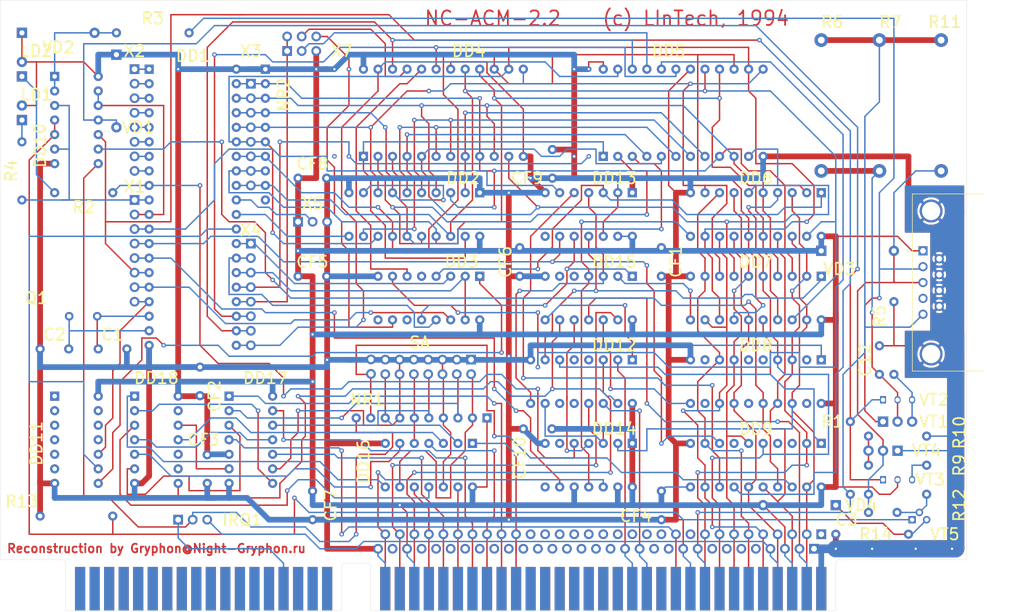
<source format=kicad_pcb>
(kicad_pcb (version 20171130) (host pcbnew "(5.1.9)-1")
  (title_block (title NC-ACM) (rev 2.2) (company LInTech) (comment 1 gryphon@night-gryphon.ru) (comment 2 "Reconstruction by Night_Gryphon") (comment 4 "LInTech GM"))
  (layers (0 F.Cu signal) (31 B.Cu signal) (34 B.Paste user hide) (35 F.Paste user hide) (36 B.SilkS user hide) (37 F.SilkS user) (38 B.Mask user hide) (39 F.Mask user hide) (44 Edge.Cuts user))
  (net 0 "")
  (net 1 "Net-(C1-Pad1)")
  (net 2 "Net-(C2-Pad2)")
  (net 3 GND)
  (net 4 MCU_P1-7)
  (net 5 MCU_P1-6)
  (net 6 MCU_P1-5)
  (net 7 MCU_P1-4)
  (net 8 MCU_P1-3)
  (net 9 MCU_P1-2)
  (net 10 MCU_P1-1)
  (net 11 MCU_P1-0)
  (net 12 "Net-(DD3-Pad5)")
  (net 13 "Net-(DD3-Pad11)")
  (net 14 "Net-(DD3-Pad9)")
  (net 15 "Net-(DD8-Pad19)")
  (net 16 "Net-(DD8-Pad9)")
  (net 17 "Net-(DD8-Pad6)")
  (net 18 "Net-(DD8-Pad15)")
  (net 19 "Net-(DD8-Pad5)")
  (net 20 "Net-(DD8-Pad12)")
  (net 21 "Net-(DD8-Pad2)")
  (net 22 "Net-(DD9-Pad7)")
  (net 23 "Net-(DD9-Pad4)")
  (net 24 "Net-(DD9-Pad3)")
  (net 25 "Net-(DD10-Pad4)")
  (net 26 "Net-(DD10-Pad1)")
  (net 27 "Net-(DD11-Pad13)")
  (net 28 "Net-(DD11-Pad6)")
  (net 29 "Net-(DD11-Pad12)")
  (net 30 "Net-(DD11-Pad5)")
  (net 31 "Net-(DD11-Pad11)")
  (net 32 "Net-(DD11-Pad4)")
  (net 33 "Net-(DD11-Pad3)")
  (net 34 "Net-(DD11-Pad2)")
  (net 35 "Net-(DD11-Pad1)")
  (net 36 "Net-(DD12-Pad15)")
  (net 37 "Net-(DD12-Pad5)")
  (net 38 "Net-(DD12-Pad12)")
  (net 39 "Net-(DD12-Pad4)")
  (net 40 "Net-(DD12-Pad11)")
  (net 41 "Net-(DD12-Pad1)")
  (net 42 "Net-(DD13-Pad8)")
  (net 43 "Net-(DD14-Pad6)")
  (net 44 "Net-(DD14-Pad8)")
  (net 45 "Net-(DD15-Pad6)")
  (net 46 "Net-(DD15-Pad5)")
  (net 47 "Net-(DD16-Pad11)")
  (net 48 "Net-(DD16-Pad3)")
  (net 49 "Net-(DD16-Pad8)")
  (net 50 "Net-(DD17-Pad6)")
  (net 51 "Net-(DD17-Pad11)")
  (net 52 "Net-(NR2-Pad10)")
  (net 53 ISA_BA0)
  (net 54 ISA_BA1)
  (net 55 ISA_BA2)
  (net 56 ISA_BA3)
  (net 57 ISA_BA4)
  (net 58 ISA_BA5)
  (net 59 ISA_BA6)
  (net 60 ISA_BA7)
  (net 61 ISA_BA8)
  (net 62 ISA_BA9)
  (net 63 "Net-(XA.1-Pad21)")
  (net 64 "Net-(XA.1-Pad20)")
  (net 65 "Net-(XA.1-Pad19)")
  (net 66 "Net-(XA.1-Pad18)")
  (net 67 "Net-(XA.1-Pad17)")
  (net 68 "Net-(XA.1-Pad16)")
  (net 69 "Net-(XA.1-Pad15)")
  (net 70 "Net-(XA.1-Pad14)")
  (net 71 "Net-(XA.1-Pad13)")
  (net 72 "Net-(XA.1-Pad12)")
  (net 73 ISA_AEN)
  (net 74 "Net-(XA.1-Pad10)")
  (net 75 ISA_DB0)
  (net 76 ISA_DB1)
  (net 77 ISA_DB2)
  (net 78 ISA_DB3)
  (net 79 ISA_DB4)
  (net 80 ISA_DB5)
  (net 81 ISA_DB6)
  (net 82 ISA_DB7)
  (net 83 "Net-(XA.1-Pad1)")
  (net 84 "Net-(XA.2-Pad30)")
  (net 85 "Net-(XA.2-Pad28)")
  (net 86 "Net-(XA.2-Pad27)")
  (net 87 "Net-(XA.2-Pad26)")
  (net 88 "Net-(XA.2-Pad25)")
  (net 89 "Net-(XA.2-Pad24)")
  (net 90 "Net-(XA.2-Pad23)")
  (net 91 "Net-(XA.2-Pad22)")
  (net 92 "Net-(XA.2-Pad21)")
  (net 93 "Net-(XA.2-Pad20)")
  (net 94 "Net-(XA.2-Pad19)")
  (net 95 "Net-(XA.2-Pad18)")
  (net 96 "Net-(XA.2-Pad17)")
  (net 97 "Net-(XA.2-Pad16)")
  (net 98 "Net-(XA.2-Pad15)")
  (net 99 ISA_IOR)
  (net 100 ISA_IOW)
  (net 101 "Net-(XA.2-Pad12)")
  (net 102 "Net-(XA.2-Pad11)")
  (net 103 +12V)
  (net 104 "Net-(XA.2-Pad8)")
  (net 105 "Net-(XA.2-Pad7)")
  (net 106 "Net-(XA.2-Pad6)")
  (net 107 "Net-(XA.2-Pad5)")
  (net 108 ISA_IRQ2)
  (net 109 +5V)
  (net 110 ISA_RESET)
  (net 111 "Net-(XL1-Pad4)")
  (net 112 ISA_D15)
  (net 113 ISA_D14)
  (net 114 ISA_D13)
  (net 115 ISA_D12)
  (net 116 ISA_D11)
  (net 117 ISA_D10)
  (net 118 ISA_D9)
  (net 119 ISA_D8)
  (net 120 ISA_MEMW)
  (net 121 ISA_MEMR)
  (net 122 ISA_LA17)
  (net 123 ISA_LA18)
  (net 124 ISA_LA19)
  (net 125 ISA_LA20)
  (net 126 ISA_LA21)
  (net 127 ISA_LA22)
  (net 128 ISA_LA23)
  (net 129 ISA_SBHE)
  (net 130 ISA_MASTER)
  (net 131 ISA_DRQ7)
  (net 132 ISA_DACK7)
  (net 133 ISA_DRQ6)
  (net 134 ISA_DACK6)
  (net 135 ISA_DRQ5)
  (net 136 ISA_DACK5)
  (net 137 ISA_DRQ0)
  (net 138 ISA_DACK0)
  (net 139 ISA_IRQ14)
  (net 140 ISA_IRQ15)
  (net 141 ISA_IRQ12)
  (net 142 ISA_IRQ11)
  (net 143 ISA_IRQ10)
  (net 144 ISA_IOCS16)
  (net 145 ISA_MEMCS16)
  (net 146 ISA_BA10)
  (net 147 ISA_BA11)
  (net 148 ISA_BA12)
  (net 149 ISA_BA13)
  (net 150 ISA_BA14)
  (net 151 ISA_BA15)
  (net 152 ISA_BA16)
  (net 153 ISA_BA17)
  (net 154 ISA_BA18)
  (net 155 ISA_BA19)
  (net 156 ISA_IO_READY)
  (net 157 ISA_IO)
  (net 158 ISA_OSC)
  (net 159 ISA_ALE)
  (net 160 ISA_TC)
  (net 161 ISA_DACK2)
  (net 162 ISA_IRQ3)
  (net 163 ISA_IRQ4)
  (net 164 ISA_IRQ5)
  (net 165 ISA_IRQ6)
  (net 166 ISA_IRQ7)
  (net 167 ISA_CLK)
  (net 168 ISA_REFRESH)
  (net 169 ISA_DRQ1)
  (net 170 ISA_DACK1)
  (net 171 ISA_DRQ3)
  (net 172 ISA_DACK3)
  (net 173 ISA_SMEMR)
  (net 174 ISA_SMEMW)
  (net 175 "Net-(XT0-Pad8)")
  (net 176 "Net-(XT0-Pad7)")
  (net 177 ISA_DRQ2)
  (net 178 "Net-(XT0-Pad5)")
  (net 179 SA1-8)
  (net 180 SA1-6)
  (net 181 SA1-4)
  (net 182 SA1-2)
  (net 183 SA1-1)
  (net 184 SA1-5)
  (net 185 SA1-7)
  (net 186 SA1-3)
  (net 187 IRQ)
  (net 188 "Net-(XT0-Pad80)")
  (net 189 "Net-(XT0-Pad78)")
  (net 190 MCU_AD0)
  (net 191 MCU_AD1)
  (net 192 MCU_AD2)
  (net 193 MCU_AD3)
  (net 194 MCU_AD4)
  (net 195 MCU_AD5)
  (net 196 MCU_AD6)
  (net 197 MCU_AD7)
  (net 198 RAM-A7)
  (net 199 RAM-A3)
  (net 200 RAM-A6)
  (net 201 RAM-A2)
  (net 202 RAM-A5)
  (net 203 RAM-A1)
  (net 204 RAM-A4)
  (net 205 RAM-A0)
  (net 206 MCU_ALE)
  (net 207 RAM-A10)
  (net 208 RAM-A9)
  (net 209 RAM-A8)
  (net 210 MCU_A15)
  (net 211 MCU_A14)
  (net 212 MCU_A13)
  (net 213 MCU_A12)
  (net 214 MCU_A11)
  (net 215 DD5-OE)
  (net 216 DD5-WE)
  (net 217 MCU_Int1)
  (net 218 MCU_Int0)
  (net 219 Port67_MCU_Read)
  (net 220 Port67_ISA_Read)
  (net 221 Port67_ISA_Write)
  (net 222 Port67_MCU_Write)
  (net 223 Port89_ISA_Read)
  (net 224 Port89_ISA_Write)
  (net 225 RAM_WE)
  (net 226 External_Code_Access)
  (net 227 MCU_RD)
  (net 228 MCU_WR)
  (net 229 "Net-(R3-Pad1)")
  (net 230 "Net-(LD1-Pad1)")
  (net 231 "Net-(LD2-Pad1)")
  (net 232 MCU_TXD)
  (net 233 MCU_RXD)
  (net 234 MCU_PSEN)
  (net 235 /PROM_RD)
  (net 236 /Port67_ISA_Write_p)
  (net 237 /Port67_MCU_Write_p)
  (net 238 /Port89_ISA_Write_p)
  (net 239 "Net-(R5-Pad1)")
  (net 240 "Net-(R9-Pad2)")
  (net 241 "Net-(R10-Pad1)")
  (net 242 "Net-(R14-Pad2)")
  (net 243 "Net-(C3-Pad2)")
  (net 244 "Net-(C3-Pad1)")
  (net 245 "Net-(C12-Pad1)")
  (net 246 RAM_Read)
  (net 247 RAM_Write)
  (net 248 /DD10_Out11)
  (net 249 /MCU_RST)
  (net 250 /nISA_RESET)
  (net 251 ISA_IRQ_EN_BIT)
  (net 252 Port67_ISA_Data)
  (net 253 "Net-(DD16-Pad6)")
  (net 254 "Net-(DD17-Pad3)")
  (net 255 "Net-(DD17-Pad8)")
  (net 256 MCU_P3-5)
  (net 257 MCU_P3-4)
  (module lib:Jumper_P2.54mm_Open (layer F.Cu) (at 124.5 89.46)
    (fp_text reference SAjp8 hide)
    (fp_text value ~ hide)
    (pad 2 thru_hole circle (at 0 2.54) (size 1.7 1.7) (drill 1) (layers *.Cu *.Mask) (net 179 SA1-8))
    (pad 1 thru_hole circle (at 0 0) (size 1.7 1.7) (drill 1) (layers *.Cu *.Mask) (net 3 GND))
  )
  (module lib:Jumper_P2.54mm_Open (layer F.Cu) (at 127 89.5)
    (fp_text reference SAjp7 hide)
    (fp_text value ~ hide)
    (pad 2 thru_hole circle (at 0 2.54) (size 1.7 1.7) (drill 1) (layers *.Cu *.Mask) (net 185 SA1-7))
    (pad 1 thru_hole circle (at 0 0) (size 1.7 1.7) (drill 1) (layers *.Cu *.Mask) (net 3 GND))
  )
  (module lib:Jumper_P2.54mm_Close (layer F.Cu) (at 129.5 89.5)
    (fp_text reference SAjp6 hide)
    (fp_text value ~ hide)
    (fp_line (start 0 0.5) (end 0 2) (layer F.Cu) (width 0.25))
    (pad 2 thru_hole circle (at 0 2.54) (size 1.7 1.7) (drill 1) (layers *.Cu *.Mask) (net 180 SA1-6))
    (pad 1 thru_hole circle (at 0 0) (size 1.7 1.7) (drill 1) (layers *.Cu *.Mask) (net 3 GND))
  )
  (module lib:Jumper_P2.54mm_Open (layer F.Cu) (at 132 89.5)
    (fp_text reference SAjp5 hide)
    (fp_text value ~ hide)
    (pad 2 thru_hole circle (at 0 2.54) (size 1.7 1.7) (drill 1) (layers *.Cu *.Mask) (net 184 SA1-5))
    (pad 1 thru_hole circle (at 0 0) (size 1.7 1.7) (drill 1) (layers *.Cu *.Mask) (net 3 GND))
  )
  (module lib:Jumper_P2.54mm_Open (layer F.Cu) (at 134.5 89.5)
    (fp_text reference SAjp4 hide)
    (fp_text value ~ hide)
    (pad 2 thru_hole circle (at 0 2.54) (size 1.7 1.7) (drill 1) (layers *.Cu *.Mask) (net 181 SA1-4))
    (pad 1 thru_hole circle (at 0 0) (size 1.7 1.7) (drill 1) (layers *.Cu *.Mask) (net 3 GND))
  )
  (module lib:Jumper_P2.54mm_Close (layer F.Cu) (at 137 89.5)
    (fp_text reference SAjp3 hide)
    (fp_text value ~ hide)
    (fp_line (start 0 0.5) (end 0 2) (layer F.Cu) (width 0.25))
    (pad 2 thru_hole circle (at 0 2.54) (size 1.7 1.7) (drill 1) (layers *.Cu *.Mask) (net 186 SA1-3))
    (pad 1 thru_hole circle (at 0 0) (size 1.7 1.7) (drill 1) (layers *.Cu *.Mask) (net 3 GND))
  )
  (module lib:Jumper_P2.54mm_Open (layer F.Cu) (at 139.5 89.5)
    (fp_text reference SAjp2 hide)
    (fp_text value ~ hide)
    (pad 2 thru_hole circle (at 0 2.54) (size 1.7 1.7) (drill 1) (layers *.Cu *.Mask) (net 182 SA1-2))
    (pad 1 thru_hole circle (at 0 0) (size 1.7 1.7) (drill 1) (layers *.Cu *.Mask) (net 3 GND))
  )
  (module lib:Jumper_P2.54mm_Open (layer F.Cu) (at 142 89.5)
    (fp_text reference SAjp1 hide)
    (fp_text value ~ hide)
    (pad 2 thru_hole circle (at 0 2.54) (size 1.7 1.7) (drill 1) (layers *.Cu *.Mask) (net 183 SA1-1))
    (pad 1 thru_hole rect (at 0 0) (size 1.7 1.7) (drill 1) (layers *.Cu *.Mask) (net 3 GND))
  )
  (module Connector_PCBEdge:BUS_AT (layer F.Cu) (at 203.2 129.54)
    (fp_text reference XT0 hide)
    (fp_text value Bus_ISA_16bit hide)
    (pad 98 connect rect (at -129.54 0) (size 1.78 7.62) (layers F.Cu F.Mask) (net 112 ISA_D15))
    (pad 97 connect rect (at -127 0) (size 1.78 7.62) (layers F.Cu F.Mask) (net 113 ISA_D14))
    (pad 96 connect rect (at -124.46 0) (size 1.78 7.62) (layers F.Cu F.Mask) (net 114 ISA_D13))
    (pad 95 connect rect (at -121.92 0) (size 1.78 7.62) (layers F.Cu F.Mask) (net 115 ISA_D12))
    (pad 94 connect rect (at -119.38 0) (size 1.78 7.62) (layers F.Cu F.Mask) (net 116 ISA_D11))
    (pad 93 connect rect (at -116.84 0) (size 1.78 7.62) (layers F.Cu F.Mask) (net 117 ISA_D10))
    (pad 92 connect rect (at -114.3 0) (size 1.78 7.62) (layers F.Cu F.Mask) (net 118 ISA_D9))
    (pad 91 connect rect (at -111.76 0) (size 1.78 7.62) (layers F.Cu F.Mask) (net 119 ISA_D8))
    (pad 90 connect rect (at -109.22 0) (size 1.78 7.62) (layers F.Cu F.Mask) (net 120 ISA_MEMW))
    (pad 89 connect rect (at -106.68 0) (size 1.78 7.62) (layers F.Cu F.Mask) (net 121 ISA_MEMR))
    (pad 88 connect rect (at -104.14 0) (size 1.78 7.62) (layers F.Cu F.Mask) (net 122 ISA_LA17))
    (pad 87 connect rect (at -101.6 0) (size 1.78 7.62) (layers F.Cu F.Mask) (net 123 ISA_LA18))
    (pad 86 connect rect (at -99.06 0) (size 1.78 7.62) (layers F.Cu F.Mask) (net 124 ISA_LA19))
    (pad 85 connect rect (at -96.52 0) (size 1.78 7.62) (layers F.Cu F.Mask) (net 125 ISA_LA20))
    (pad 84 connect rect (at -93.98 0) (size 1.78 7.62) (layers F.Cu F.Mask) (net 126 ISA_LA21))
    (pad 83 connect rect (at -91.44 0) (size 1.78 7.62) (layers F.Cu F.Mask) (net 127 ISA_LA22))
    (pad 82 connect rect (at -88.9 0) (size 1.78 7.62) (layers F.Cu F.Mask) (net 128 ISA_LA23))
    (pad 81 connect rect (at -86.36 0) (size 1.78 7.62) (layers F.Cu F.Mask) (net 129 ISA_SBHE))
    (pad 80 connect rect (at -129.54 0) (size 1.78 7.62) (layers B.Cu B.Mask) (net 188 "Net-(XT0-Pad80)"))
    (pad 79 connect rect (at -127 0) (size 1.78 7.62) (layers B.Cu B.Mask) (net 130 ISA_MASTER))
    (pad 78 connect rect (at -124.46 0) (size 1.78 7.62) (layers B.Cu B.Mask) (net 189 "Net-(XT0-Pad78)"))
    (pad 77 connect rect (at -121.92 0) (size 1.78 7.62) (layers B.Cu B.Mask) (net 131 ISA_DRQ7))
    (pad 76 connect rect (at -119.38 0) (size 1.78 7.62) (layers B.Cu B.Mask) (net 132 ISA_DACK7))
    (pad 75 connect rect (at -116.84 0) (size 1.78 7.62) (layers B.Cu B.Mask) (net 133 ISA_DRQ6))
    (pad 74 connect rect (at -114.3 0) (size 1.78 7.62) (layers B.Cu B.Mask) (net 134 ISA_DACK6))
    (pad 73 connect rect (at -111.76 0) (size 1.78 7.62) (layers B.Cu B.Mask) (net 135 ISA_DRQ5))
    (pad 72 connect rect (at -109.22 0) (size 1.78 7.62) (layers B.Cu B.Mask) (net 136 ISA_DACK5))
    (pad 71 connect rect (at -106.68 0) (size 1.78 7.62) (layers B.Cu B.Mask) (net 137 ISA_DRQ0))
    (pad 70 connect rect (at -104.14 0) (size 1.78 7.62) (layers B.Cu B.Mask) (net 138 ISA_DACK0))
    (pad 69 connect rect (at -101.6 0) (size 1.78 7.62) (layers B.Cu B.Mask) (net 139 ISA_IRQ14))
    (pad 68 connect rect (at -99.06 0) (size 1.78 7.62) (layers B.Cu B.Mask) (net 140 ISA_IRQ15))
    (pad 67 connect rect (at -96.52 0) (size 1.78 7.62) (layers B.Cu B.Mask) (net 141 ISA_IRQ12))
    (pad 66 connect rect (at -93.98 0) (size 1.78 7.62) (layers B.Cu B.Mask) (net 142 ISA_IRQ11))
    (pad 65 connect rect (at -91.44 0) (size 1.78 7.62) (layers B.Cu B.Mask) (net 143 ISA_IRQ10))
    (pad 64 connect rect (at -88.9 0) (size 1.78 7.62) (layers B.Cu B.Mask) (net 144 ISA_IOCS16))
    (pad 63 connect rect (at -86.36 0) (size 1.78 7.62) (layers B.Cu B.Mask) (net 145 ISA_MEMCS16))
    (pad 62 connect rect (at -76.2 0) (size 1.78 7.62) (layers F.Cu F.Mask) (net 53 ISA_BA0))
    (pad 61 connect rect (at -73.66 0) (size 1.78 7.62) (layers F.Cu F.Mask) (net 54 ISA_BA1))
    (pad 60 connect rect (at -71.12 0) (size 1.78 7.62) (layers F.Cu F.Mask) (net 55 ISA_BA2))
    (pad 59 connect rect (at -68.58 0) (size 1.78 7.62) (layers F.Cu F.Mask) (net 56 ISA_BA3))
    (pad 58 connect rect (at -66.04 0) (size 1.78 7.62) (layers F.Cu F.Mask) (net 57 ISA_BA4))
    (pad 57 connect rect (at -63.5 0) (size 1.78 7.62) (layers F.Cu F.Mask) (net 58 ISA_BA5))
    (pad 56 connect rect (at -60.96 0) (size 1.78 7.62) (layers F.Cu F.Mask) (net 59 ISA_BA6))
    (pad 55 connect rect (at -58.42 0) (size 1.78 7.62) (layers F.Cu F.Mask) (net 60 ISA_BA7))
    (pad 54 connect rect (at -55.88 0) (size 1.78 7.62) (layers F.Cu F.Mask) (net 61 ISA_BA8))
    (pad 53 connect rect (at -53.34 0) (size 1.78 7.62) (layers F.Cu F.Mask) (net 62 ISA_BA9))
    (pad 52 connect rect (at -50.8 0) (size 1.78 7.62) (layers F.Cu F.Mask) (net 146 ISA_BA10))
    (pad 51 connect rect (at -48.26 0) (size 1.78 7.62) (layers F.Cu F.Mask) (net 147 ISA_BA11))
    (pad 50 connect rect (at -45.72 0) (size 1.78 7.62) (layers F.Cu F.Mask) (net 148 ISA_BA12))
    (pad 49 connect rect (at -43.18 0) (size 1.78 7.62) (layers F.Cu F.Mask) (net 149 ISA_BA13))
    (pad 48 connect rect (at -40.64 0) (size 1.78 7.62) (layers F.Cu F.Mask) (net 150 ISA_BA14))
    (pad 47 connect rect (at -38.1 0) (size 1.78 7.62) (layers F.Cu F.Mask) (net 151 ISA_BA15))
    (pad 46 connect rect (at -35.56 0) (size 1.78 7.62) (layers F.Cu F.Mask) (net 152 ISA_BA16))
    (pad 45 connect rect (at -33.02 0) (size 1.78 7.62) (layers F.Cu F.Mask) (net 153 ISA_BA17))
    (pad 44 connect rect (at -30.48 0) (size 1.78 7.62) (layers F.Cu F.Mask) (net 154 ISA_BA18))
    (pad 43 connect rect (at -27.94 0) (size 1.78 7.62) (layers F.Cu F.Mask) (net 155 ISA_BA19))
    (pad 42 connect rect (at -25.4 0) (size 1.78 7.62) (layers F.Cu F.Mask) (net 73 ISA_AEN))
    (pad 41 connect rect (at -22.86 0) (size 1.78 7.62) (layers F.Cu F.Mask) (net 156 ISA_IO_READY))
    (pad 40 connect rect (at -20.32 0) (size 1.78 7.62) (layers F.Cu F.Mask) (net 75 ISA_DB0))
    (pad 39 connect rect (at -17.78 0) (size 1.78 7.62) (layers F.Cu F.Mask) (net 76 ISA_DB1))
    (pad 38 connect rect (at -15.24 0) (size 1.78 7.62) (layers F.Cu F.Mask) (net 77 ISA_DB2))
    (pad 37 connect rect (at -12.7 0) (size 1.78 7.62) (layers F.Cu F.Mask) (net 78 ISA_DB3))
    (pad 36 connect rect (at -10.16 0) (size 1.78 7.62) (layers F.Cu F.Mask) (net 79 ISA_DB4))
    (pad 35 connect rect (at -7.62 0) (size 1.78 7.62) (layers F.Cu F.Mask) (net 80 ISA_DB5))
    (pad 34 connect rect (at -5.08 0) (size 1.78 7.62) (layers F.Cu F.Mask) (net 81 ISA_DB6))
    (pad 33 connect rect (at -2.54 0) (size 1.78 7.62) (layers F.Cu F.Mask) (net 82 ISA_DB7))
    (pad 32 connect rect (at 0 0) (size 1.78 7.62) (layers F.Cu F.Mask) (net 157 ISA_IO))
    (pad 31 connect rect (at -76.2 0) (size 1.78 7.62) (layers B.Cu B.Mask) (net 3 GND))
    (pad 30 connect rect (at -73.66 0) (size 1.78 7.62) (layers B.Cu B.Mask) (net 158 ISA_OSC))
    (pad 29 connect rect (at -71.12 0) (size 1.78 7.62) (layers B.Cu B.Mask) (net 109 +5V))
    (pad 28 connect rect (at -68.58 0) (size 1.78 7.62) (layers B.Cu B.Mask) (net 159 ISA_ALE))
    (pad 27 connect rect (at -66.04 0) (size 1.78 7.62) (layers B.Cu B.Mask) (net 160 ISA_TC))
    (pad 26 connect rect (at -63.5 0) (size 1.78 7.62) (layers B.Cu B.Mask) (net 161 ISA_DACK2))
    (pad 25 connect rect (at -60.96 0) (size 1.78 7.62) (layers B.Cu B.Mask) (net 162 ISA_IRQ3))
    (pad 24 connect rect (at -58.42 0) (size 1.78 7.62) (layers B.Cu B.Mask) (net 163 ISA_IRQ4))
    (pad 23 connect rect (at -55.88 0) (size 1.78 7.62) (layers B.Cu B.Mask) (net 164 ISA_IRQ5))
    (pad 22 connect rect (at -53.34 0) (size 1.78 7.62) (layers B.Cu B.Mask) (net 165 ISA_IRQ6))
    (pad 21 connect rect (at -50.8 0) (size 1.78 7.62) (layers B.Cu B.Mask) (net 166 ISA_IRQ7))
    (pad 20 connect rect (at -48.26 0) (size 1.78 7.62) (layers B.Cu B.Mask) (net 167 ISA_CLK))
    (pad 19 connect rect (at -45.72 0) (size 1.78 7.62) (layers B.Cu B.Mask) (net 168 ISA_REFRESH))
    (pad 18 connect rect (at -43.18 0) (size 1.78 7.62) (layers B.Cu B.Mask) (net 169 ISA_DRQ1))
    (pad 17 connect rect (at -40.64 0) (size 1.78 7.62) (layers B.Cu B.Mask) (net 170 ISA_DACK1))
    (pad 16 connect rect (at -38.1 0) (size 1.78 7.62) (layers B.Cu B.Mask) (net 171 ISA_DRQ3))
    (pad 15 connect rect (at -35.56 0) (size 1.78 7.62) (layers B.Cu B.Mask) (net 172 ISA_DACK3))
    (pad 14 connect rect (at -33.02 0) (size 1.78 7.62) (layers B.Cu B.Mask) (net 99 ISA_IOR))
    (pad 13 connect rect (at -30.48 0) (size 1.78 7.62) (layers B.Cu B.Mask) (net 100 ISA_IOW))
    (pad 12 connect rect (at -27.94 0) (size 1.78 7.62) (layers B.Cu B.Mask) (net 173 ISA_SMEMR))
    (pad 11 connect rect (at -25.4 0) (size 1.78 7.62) (layers B.Cu B.Mask) (net 174 ISA_SMEMW))
    (pad 10 connect rect (at -22.86 0) (size 1.78 7.62) (layers B.Cu B.Mask) (net 3 GND))
    (pad 9 connect rect (at -20.32 0) (size 1.78 7.62) (layers B.Cu B.Mask) (net 103 +12V))
    (pad 8 connect rect (at -17.78 0) (size 1.78 7.62) (layers B.Cu B.Mask) (net 175 "Net-(XT0-Pad8)"))
    (pad 7 connect rect (at -15.24 0) (size 1.78 7.62) (layers B.Cu B.Mask) (net 176 "Net-(XT0-Pad7)"))
    (pad 6 connect rect (at -12.7 0) (size 1.78 7.62) (layers B.Cu B.Mask) (net 177 ISA_DRQ2))
    (pad 5 connect rect (at -10.16 0) (size 1.78 7.62) (layers B.Cu B.Mask) (net 178 "Net-(XT0-Pad5)"))
    (pad 4 connect rect (at -7.62 0) (size 1.78 7.62) (layers B.Cu B.Mask) (net 108 ISA_IRQ2))
    (pad 3 connect rect (at -5.08 0) (size 1.78 7.62) (layers B.Cu B.Mask) (net 109 +5V))
    (pad 2 connect rect (at -2.54 0) (size 1.78 7.62) (layers B.Cu B.Mask) (net 110 ISA_RESET))
    (pad 1 connect rect (at 0 0) (size 1.78 7.62) (layers B.Cu B.Mask) (net 3 GND))
  )
  (module LED_THT:LED_D4.0mm (layer F.Cu) (at 63.5 47.625 90)
    (fp_text reference LD1 (at 4.445 2.54 180) (layer F.SilkS) (effects (font (size 2 2) (thickness 0.3))))
    (fp_text value LD1)
    (pad 2 thru_hole circle (at 2.54 0 90) (size 1.8 1.8) (drill 0.9) (layers *.Cu *.Mask) (net 109 +5V))
    (pad 1 thru_hole rect (at 0 0 90) (size 1.8 1.8) (drill 0.9) (layers *.Cu *.Mask) (net 230 "Net-(LD1-Pad1)"))
  )
  (module Package_TO_SOT_THT:TO-92S_Wide (layer F.Cu) (at 213.995 96.52)
    (fp_text reference VT2 (at 8.89 0) (layer F.SilkS) (effects (font (size 2 2) (thickness 0.3))))
    (fp_text value КТ315Б hide)
    (pad 1 thru_hole rect (at 0 0) (size 1.05 1.3) (drill 0.75) (layers *.Cu *.Mask) (net 248 /DD10_Out11))
    (pad 3 thru_hole oval (at 5.08 0) (size 1.05 1.3) (drill 0.75) (layers *.Cu *.Mask) (net 239 "Net-(R5-Pad1)"))
    (pad 2 thru_hole oval (at 2.54 0) (size 1.05 1.3) (drill 0.75) (layers *.Cu *.Mask) (net 245 "Net-(C12-Pad1)"))
  )
  (module Package_TO_SOT_THT:TO-126-3_Vertical (layer F.Cu) (at 213.995 100.33)
    (fp_text reference VT1 (at 8.89 0) (layer F.SilkS) (effects (font (size 2 2) (thickness 0.3))))
    (fp_text value КТ646Б hide)
    (pad 3 thru_hole oval (at 5.08 0) (size 1.8 1.8) (drill 1) (layers *.Cu *.Mask) (net 239 "Net-(R5-Pad1)"))
    (pad 2 thru_hole oval (at 2.54 0) (size 1.8 1.8) (drill 1) (layers *.Cu *.Mask) (net 245 "Net-(C12-Pad1)"))
    (pad 1 thru_hole rect (at 0 0) (size 1.8 1.8) (drill 1) (layers *.Cu *.Mask) (net 229 "Net-(R3-Pad1)"))
  )
  (module Package_TO_SOT_THT:TO-126-3_Vertical (layer F.Cu) (at 216.535 105.41 180)
    (fp_text reference VT4 (at -5.08 0 180) (layer F.SilkS) (effects (font (size 2 2) (thickness 0.3))))
    (fp_text value КТ646Б hide)
    (pad 3 thru_hole oval (at 5.08 0 180) (size 1.8 1.8) (drill 1) (layers *.Cu *.Mask) (net 241 "Net-(R10-Pad1)"))
    (pad 2 thru_hole oval (at 2.54 0 180) (size 1.8 1.8) (drill 1) (layers *.Cu *.Mask) (net 244 "Net-(C3-Pad1)"))
    (pad 1 thru_hole rect (at 0 0 180) (size 1.8 1.8) (drill 1) (layers *.Cu *.Mask) (net 3 GND))
  )
  (module Package_TO_SOT_THT:TO-92S_Wide (layer F.Cu) (at 213.995 110.49)
    (fp_text reference VT3 (at 8.255 0) (layer F.SilkS) (effects (font (size 2 2) (thickness 0.3))))
    (fp_text value КТ315Б hide)
    (pad 1 thru_hole rect (at 0 0) (size 1.05 1.3) (drill 0.75) (layers *.Cu *.Mask) (net 248 /DD10_Out11))
    (pad 3 thru_hole oval (at 5.08 0) (size 1.05 1.3) (drill 0.75) (layers *.Cu *.Mask) (net 240 "Net-(R9-Pad2)"))
    (pad 2 thru_hole oval (at 2.54 0) (size 1.05 1.3) (drill 0.75) (layers *.Cu *.Mask) (net 109 +5V))
  )
  (module Package_TO_SOT_THT:TO-92 (layer F.Cu) (at 219.075 117.475)
    (fp_text reference VT5 (at 5.715 2.54) (layer F.SilkS) (effects (font (size 2 2) (thickness 0.3))))
    (fp_text value КТ313Б)
    (pad 1 thru_hole rect (at 0 0) (size 1.3 1.3) (drill 0.75) (layers *.Cu *.Mask) (net 25 "Net-(DD10-Pad4)"))
    (pad 3 thru_hole circle (at 2.54 0) (size 1.3 1.3) (drill 0.75) (layers *.Cu *.Mask) (net 242 "Net-(R14-Pad2)"))
    (pad 2 thru_hole circle (at 1.27 -1.27) (size 1.3 1.3) (drill 0.75) (layers *.Cu *.Mask) (net 243 "Net-(C3-Pad2)"))
  )
  (module Connector_PinHeader_2.54mm:PinHeader_1x03_P2.54mm_Vertical (layer F.Cu) (at 111.76 65.405 90)
    (fp_text reference X5 (at 3.175 2.54) (layer F.SilkS) (effects (font (size 2 2) (thickness 0.3))))
    (fp_text value ~ hide)
    (pad 3 thru_hole oval (at 0 5.08 90) (size 1.7 1.7) (drill 1) (layers *.Cu *.Mask) (net 3 GND))
    (pad 2 thru_hole oval (at 0 2.54 90) (size 1.7 1.7) (drill 1) (layers *.Cu *.Mask) (net 226 External_Code_Access))
    (pad 1 thru_hole rect (at 0 0 90) (size 1.7 1.7) (drill 1) (layers *.Cu *.Mask) (net 109 +5V))
  )
  (module Connector_PinHeader_2.54mm:PinHeader_2x03_P2.54mm_Vertical (layer F.Cu) (at 109.855 35.56 90)
    (fp_text reference X7 (at 0 9.525) (layer F.SilkS) (effects (font (size 2 2) (thickness 0.3))))
    (fp_text value Conn_02x03_Counter_Clockwise hide)
    (pad 6 thru_hole oval (at 2.54 5.08 90) (size 1.7 1.7) (drill 1) (layers *.Cu *.Mask) (net 247 RAM_Write))
    (pad 5 thru_hole oval (at 0 5.08 90) (size 1.7 1.7) (drill 1) (layers *.Cu *.Mask) (net 109 +5V))
    (pad 4 thru_hole oval (at 2.54 2.54 90) (size 1.7 1.7) (drill 1) (layers *.Cu *.Mask) (net 225 RAM_WE))
    (pad 3 thru_hole oval (at 0 2.54 90) (size 1.7 1.7) (drill 1) (layers *.Cu *.Mask) (net 216 DD5-WE))
    (pad 2 thru_hole oval (at 2.54 0 90) (size 1.7 1.7) (drill 1) (layers *.Cu *.Mask) (net 214 MCU_A11))
    (pad 1 thru_hole rect (at 0 0 90) (size 1.7 1.7) (drill 1) (layers *.Cu *.Mask) (net 214 MCU_A11))
  )
  (module LED_THT:LED_D4.0mm (layer F.Cu) (at 63.5 40.005 90)
    (fp_text reference LD2 (at 4.445 2.54) (layer F.SilkS) (effects (font (size 2 2) (thickness 0.3))))
    (fp_text value LD2 hide)
    (pad 2 thru_hole circle (at 2.54 0 90) (size 1.8 1.8) (drill 0.9) (layers *.Cu *.Mask) (net 109 +5V))
    (pad 1 thru_hole rect (at 0 0 90) (size 1.8 1.8) (drill 0.9) (layers *.Cu *.Mask) (net 231 "Net-(LD2-Pad1)"))
  )
  (module Connector_PinHeader_2.54mm:PinHeader_1x03_P2.54mm_Vertical (layer F.Cu) (at 90.805 117.475 90)
    (fp_text reference IRQ1 (at -0.025 11.195) (layer F.SilkS) (effects (font (size 2 2) (thickness 0.3))))
    (fp_text value ~ hide)
    (pad 3 thru_hole oval (at 0 5.08 90) (size 1.7 1.7) (drill 1) (layers *.Cu *.Mask) (net 108 ISA_IRQ2))
    (pad 2 thru_hole oval (at 0 2.54 90) (size 1.7 1.7) (drill 1) (layers *.Cu *.Mask) (net 187 IRQ))
    (pad 1 thru_hole rect (at 0 0 90) (size 1.7 1.7) (drill 1) (layers *.Cu *.Mask) (net 142 ISA_IRQ11))
  )
  (module lib:R_Axial_DIN0309_L9.0mm_D3.2mm_P12.70mm_Horizontal (layer F.Cu) (at 205.74 120.015)
    (fp_text reference R14 (at 6.985 0) (layer F.SilkS) (effects (font (size 2 2) (thickness 0.3))))
    (fp_text value 47K)
    (pad 2 thru_hole oval (at 12.7 0) (size 1.6 1.6) (drill 0.8) (layers *.Cu *.Mask) (net 242 "Net-(R14-Pad2)"))
    (pad 1 thru_hole circle (at 0 0) (size 1.6 1.6) (drill 0.8) (layers *.Cu *.Mask) (net 3 GND))
  )
  (module lib:R_Axial_DIN0309_L9.0mm_D3.2mm_P12.70mm_Horizontal (layer F.Cu) (at 66.675 116.84)
    (fp_text reference R13 (at -3.175 -2.54) (layer F.SilkS) (effects (font (size 2 2) (thickness 0.3))))
    (fp_text value 470)
    (pad 2 thru_hole oval (at 12.7 0) (size 1.6 1.6) (drill 0.8) (layers *.Cu *.Mask) (net 25 "Net-(DD10-Pad4)"))
    (pad 1 thru_hole circle (at 0 0) (size 1.6 1.6) (drill 0.8) (layers *.Cu *.Mask) (net 3 GND))
  )
  (module lib:R_Axial_DIN0207_L6.3mm_D2.5mm_P10.16mm_Horizontal (layer F.Cu) (at 211.455 113.03)
    (fp_text reference R12 (at 15.875 1.905 90) (layer F.SilkS) (effects (font (size 2 2) (thickness 0.3))))
    (fp_text value 3.3K)
    (pad 2 thru_hole oval (at 10.16 0) (size 1.6 1.6) (drill 0.8) (layers *.Cu *.Mask) (net 243 "Net-(C3-Pad2)"))
    (pad 1 thru_hole circle (at 0 0) (size 1.6 1.6) (drill 0.8) (layers *.Cu *.Mask) (net 244 "Net-(C3-Pad1)"))
  )
  (module lib:R_Axial_DIN0918_L18.0mm_D9.0mm_P22.86mm_Horizontal (layer F.Cu) (at 224.155 56.515 90)
    (fp_text reference R11 (at 26.035 0.635 180) (layer F.SilkS) (effects (font (size 2 2) (thickness 0.3))))
    (fp_text value K10)
    (pad 2 thru_hole oval (at 22.86 0 90) (size 2.4 2.4) (drill 1.2) (layers *.Cu *.Mask) (net 103 +12V))
    (pad 1 thru_hole circle (at 0 0 90) (size 2.4 2.4) (drill 1.2) (layers *.Cu *.Mask) (net 244 "Net-(C3-Pad1)"))
  )
  (module lib:R_Axial_DIN0207_L6.3mm_D2.5mm_P10.16mm_Horizontal (layer F.Cu) (at 211.455 102.87)
    (fp_text reference R10 (at 15.875 -0.635 90) (layer F.SilkS) (effects (font (size 2 2) (thickness 0.3))))
    (fp_text value ~)
    (pad 2 thru_hole oval (at 10.16 0) (size 1.6 1.6) (drill 0.8) (layers *.Cu *.Mask) (net 3 GND))
    (pad 1 thru_hole circle (at 0 0) (size 1.6 1.6) (drill 0.8) (layers *.Cu *.Mask) (net 241 "Net-(R10-Pad1)"))
  )
  (module lib:R_Axial_DIN0207_L6.3mm_D2.5mm_P10.16mm_Horizontal (layer F.Cu) (at 211.455 107.95)
    (fp_text reference R9 (at 15.875 0 90) (layer F.SilkS) (effects (font (size 2 2) (thickness 0.3))))
    (fp_text value 470)
    (pad 2 thru_hole oval (at 10.16 0) (size 1.6 1.6) (drill 0.8) (layers *.Cu *.Mask) (net 240 "Net-(R9-Pad2)"))
    (pad 1 thru_hole circle (at 0 0) (size 1.6 1.6) (drill 0.8) (layers *.Cu *.Mask) (net 241 "Net-(R10-Pad1)"))
  )
  (module lib:R_Axial_DIN0918_L18.0mm_D9.0mm_P22.86mm_Horizontal (layer F.Cu) (at 213.36 56.515 90)
    (fp_text reference R7 (at 26.035 1.905 180) (layer F.SilkS) (effects (font (size 2 2) (thickness 0.3))))
    (fp_text value 91R)
    (pad 2 thru_hole oval (at 22.86 0 90) (size 2.4 2.4) (drill 1.2) (layers *.Cu *.Mask) (net 103 +12V))
    (pad 1 thru_hole circle (at 0 0 90) (size 2.4 2.4) (drill 1.2) (layers *.Cu *.Mask) (net 245 "Net-(C12-Pad1)"))
  )
  (module lib:R_Axial_DIN0918_L18.0mm_D9.0mm_P22.86mm_Horizontal (layer F.Cu) (at 203.2 56.515 90)
    (fp_text reference R6 (at 26.035 1.905 180) (layer F.SilkS) (effects (font (size 2 2) (thickness 0.3))))
    (fp_text value 91R)
    (pad 2 thru_hole oval (at 22.86 0 90) (size 2.4 2.4) (drill 1.2) (layers *.Cu *.Mask) (net 103 +12V))
    (pad 1 thru_hole circle (at 0 0 90) (size 2.4 2.4) (drill 1.2) (layers *.Cu *.Mask) (net 245 "Net-(C12-Pad1)"))
  )
  (module lib:R_Axial_DIN0309_L9.0mm_D3.2mm_P12.70mm_Horizontal (layer F.Cu) (at 215.9 92.075 90)
    (fp_text reference R5 (at 10.16 -2.54 90) (layer F.SilkS) (effects (font (size 2 2) (thickness 0.3))))
    (fp_text value 150)
    (pad 2 thru_hole oval (at 12.7 0 90) (size 1.6 1.6) (drill 0.8) (layers *.Cu *.Mask) (net 3 GND))
    (pad 1 thru_hole circle (at 0 0 90) (size 1.6 1.6) (drill 0.8) (layers *.Cu *.Mask) (net 239 "Net-(R5-Pad1)"))
  )
  (module lib:R_Axial_DIN0207_L6.3mm_D2.5mm_P10.16mm_Horizontal (layer F.Cu) (at 63.5 51.435 270)
    (fp_text reference R4 (at 5.08 1.905 90) (layer F.SilkS) (effects (font (size 2 2) (thickness 0.3))))
    (fp_text value 1K)
    (pad 2 thru_hole oval (at 10.16 0 270) (size 1.6 1.6) (drill 0.8) (layers *.Cu *.Mask) (net 233 MCU_RXD))
    (pad 1 thru_hole circle (at 0 0 270) (size 1.6 1.6) (drill 0.8) (layers *.Cu *.Mask) (net 230 "Net-(LD1-Pad1)"))
  )
  (module lib:R_Axial_DIN0309_L9.0mm_D3.2mm_P12.70mm_Horizontal (layer F.Cu) (at 92.71 32.385 180)
    (fp_text reference R3 (at 6.35 2.54) (layer F.SilkS) (effects (font (size 2 2) (thickness 0.3))))
    (fp_text value 470)
    (pad 2 thru_hole oval (at 12.7 0 180) (size 1.6 1.6) (drill 0.8) (layers *.Cu *.Mask) (net 26 "Net-(DD10-Pad1)"))
    (pad 1 thru_hole circle (at 0 0 180) (size 1.6 1.6) (drill 0.8) (layers *.Cu *.Mask) (net 229 "Net-(R3-Pad1)"))
  )
  (module lib:R_Axial_DIN0207_L6.3mm_D2.5mm_P10.16mm_Horizontal (layer F.Cu) (at 69.215 60.325)
    (fp_text reference R2 (at 5.08 2.54) (layer F.SilkS) (effects (font (size 2 2) (thickness 0.3))))
    (fp_text value 1K)
    (pad 2 thru_hole oval (at 10.16 0) (size 1.6 1.6) (drill 0.8) (layers *.Cu *.Mask) (net 249 /MCU_RST))
    (pad 1 thru_hole circle (at 0 0) (size 1.6 1.6) (drill 0.8) (layers *.Cu *.Mask) (net 231 "Net-(LD2-Pad1)"))
  )
  (module lib:R_Axial_DIN0309_L9.0mm_D3.2mm_P12.70mm_Horizontal (layer F.Cu) (at 208.28 113.03 90)
    (fp_text reference R1 (at 12.7 -3.175 180) (layer F.SilkS) (effects (font (size 2 2) (thickness 0.3))))
    (fp_text value 3.3K)
    (pad 2 thru_hole oval (at 12.7 0 90) (size 1.6 1.6) (drill 0.8) (layers *.Cu *.Mask) (net 248 /DD10_Out11))
    (pad 1 thru_hole circle (at 0 0 90) (size 1.6 1.6) (drill 0.8) (layers *.Cu *.Mask) (net 103 +12V))
  )
  (module Crystal:Crystal_HC18-U_Horizontal (layer F.Cu) (at 76.655 81.915 180)
    (fp_text reference Q1 (at 10.615 3.175) (layer F.SilkS) (effects (font (size 2 2) (thickness 0.3))))
    (fp_text value "12000 KHz")
    (pad 2 thru_hole circle (at 4.9 0 180) (size 1.5 1.5) (drill 0.8) (layers *.Cu *.Mask) (net 2 "Net-(C2-Pad2)"))
    (pad 1 thru_hole circle (at 0 0 180) (size 1.5 1.5) (drill 0.8) (layers *.Cu *.Mask) (net 1 "Net-(C1-Pad1)"))
  )
  (module Resistor_THT:R_Array_SIP10 (layer F.Cu) (at 106.045 38.735 270)
    (fp_text reference NR2 (at 4.445 -3.175 270) (layer F.SilkS) (effects (font (size 2 2) (thickness 0.3))))
    (fp_text value ~)
    (pad 10 thru_hole oval (at 22.86 0 270) (size 1.6 1.6) (drill 0.8) (layers *.Cu *.Mask) (net 52 "Net-(NR2-Pad10)"))
    (pad 9 thru_hole oval (at 20.32 0 270) (size 1.6 1.6) (drill 0.8) (layers *.Cu *.Mask) (net 197 MCU_AD7))
    (pad 8 thru_hole oval (at 17.78 0 270) (size 1.6 1.6) (drill 0.8) (layers *.Cu *.Mask) (net 196 MCU_AD6))
    (pad 7 thru_hole oval (at 15.24 0 270) (size 1.6 1.6) (drill 0.8) (layers *.Cu *.Mask) (net 195 MCU_AD5))
    (pad 6 thru_hole oval (at 12.7 0 270) (size 1.6 1.6) (drill 0.8) (layers *.Cu *.Mask) (net 194 MCU_AD4))
    (pad 5 thru_hole oval (at 10.16 0 270) (size 1.6 1.6) (drill 0.8) (layers *.Cu *.Mask) (net 193 MCU_AD3))
    (pad 4 thru_hole oval (at 7.62 0 270) (size 1.6 1.6) (drill 0.8) (layers *.Cu *.Mask) (net 192 MCU_AD2))
    (pad 3 thru_hole oval (at 5.08 0 270) (size 1.6 1.6) (drill 0.8) (layers *.Cu *.Mask) (net 191 MCU_AD1))
    (pad 2 thru_hole oval (at 2.54 0 270) (size 1.6 1.6) (drill 0.8) (layers *.Cu *.Mask) (net 190 MCU_AD0))
    (pad 1 thru_hole rect (at 0 0 270) (size 1.6 1.6) (drill 0.8) (layers *.Cu *.Mask) (net 109 +5V))
  )
  (module lib:D_A-405_P12.70mm_Horizontal (layer F.Cu) (at 80.01 36.195 270)
    (fp_text reference VD1 (at 12.7 -3.81 180) (layer F.SilkS) (effects (font (size 2 2) (thickness 0.3))))
    (fp_text value КД522Б)
    (pad 2 thru_hole oval (at 12.7 0 270) (size 1.8 1.8) (drill 0.9) (layers *.Cu *.Mask) (net 248 /DD10_Out11))
    (pad 1 thru_hole rect (at 0 0 270) (size 1.8 1.8) (drill 0.9) (layers *.Cu *.Mask) (net 109 +5V))
  )
  (module lib:D_A-405_P12.70mm_Horizontal (layer F.Cu) (at 203.2 70.485)
    (fp_text reference VD3 (at 3.175 3.175) (layer F.SilkS) (effects (font (size 2 2) (thickness 0.3))))
    (fp_text value КД522Б)
    (pad 2 thru_hole oval (at 12.7 0) (size 1.8 1.8) (drill 0.9) (layers *.Cu *.Mask) (net 244 "Net-(C3-Pad1)"))
    (pad 1 thru_hole rect (at 0 0) (size 1.8 1.8) (drill 0.9) (layers *.Cu *.Mask) (net 109 +5V))
  )
  (module lib:D_A-405_P12.70mm_Horizontal (layer F.Cu) (at 63.5 32.385)
    (fp_text reference VD2 (at 6.35 2.54) (layer F.SilkS) (effects (font (size 2 2) (thickness 0.3))))
    (fp_text value КД522Б)
    (pad 2 thru_hole oval (at 12.7 0) (size 1.8 1.8) (drill 0.9) (layers *.Cu *.Mask) (net 26 "Net-(DD10-Pad1)"))
    (pad 1 thru_hole rect (at 0 0) (size 1.8 1.8) (drill 0.9) (layers *.Cu *.Mask) (net 109 +5V))
  )
  (module lib:D_A-405_P12.70mm_Horizontal (layer F.Cu) (at 205.74 114.935 180)
    (fp_text reference VD4 (at -4.445 0) (layer F.SilkS) (effects (font (size 2 2) (thickness 0.3))))
    (fp_text value КД522Б)
    (pad 2 thru_hole oval (at 12.7 0 180) (size 1.8 1.8) (drill 0.9) (layers *.Cu *.Mask) (net 109 +5V))
    (pad 1 thru_hole rect (at 0 0 180) (size 1.8 1.8) (drill 0.9) (layers *.Cu *.Mask) (net 242 "Net-(R14-Pad2)"))
  )
  (module lib:C_Disc_D5.0mm_W2.5mm_P5.00mm (layer F.Cu) (at 76.835 87.63)
    (fp_text reference C1 (at 2.5 -2.5) (layer F.SilkS) (effects (font (size 2 2) (thickness 0.3))))
    (fp_text value C hide)
    (pad 2 thru_hole circle (at 5 0) (size 1.6 1.6) (drill 0.8) (layers *.Cu *.Mask) (net 3 GND))
    (pad 1 thru_hole circle (at 0 0) (size 1.6 1.6) (drill 0.8) (layers *.Cu *.Mask) (net 1 "Net-(C1-Pad1)"))
  )
  (module lib:C_Disc_D5.0mm_W2.5mm_P5.00mm (layer F.Cu) (at 213.36 92.075 90)
    (fp_text reference C12 (at 2.5 -2.5 90) (layer F.SilkS) (effects (font (size 2 2) (thickness 0.3))))
    (fp_text value ~)
    (pad 2 thru_hole circle (at 5 0 90) (size 1.6 1.6) (drill 0.8) (layers *.Cu *.Mask) (net 3 GND))
    (pad 1 thru_hole circle (at 0 0 90) (size 1.6 1.6) (drill 0.8) (layers *.Cu *.Mask) (net 245 "Net-(C12-Pad1)"))
  )
  (module lib:C_Disc_D5.0mm_W2.5mm_P5.00mm (layer F.Cu) (at 211.455 116.205)
    (fp_text reference C3 (at -3.81 1.27) (layer F.SilkS) (effects (font (size 2 2) (thickness 0.3))))
    (fp_text value ~ hide)
    (pad 2 thru_hole circle (at 5 0) (size 1.6 1.6) (drill 0.8) (layers *.Cu *.Mask) (net 243 "Net-(C3-Pad2)"))
    (pad 1 thru_hole circle (at 0 0) (size 1.6 1.6) (drill 0.8) (layers *.Cu *.Mask) (net 244 "Net-(C3-Pad1)"))
  )
  (module lib:C_Disc_D5.0mm_W2.5mm_P5.00mm (layer F.Cu) (at 66.675 87.63)
    (fp_text reference C2 (at 2.5 -2.5) (layer F.SilkS) (effects (font (size 2 2) (thickness 0.3))))
    (fp_text value C hide)
    (pad 2 thru_hole circle (at 5 0) (size 1.6 1.6) (drill 0.8) (layers *.Cu *.Mask) (net 2 "Net-(C2-Pad2)"))
    (pad 1 thru_hole circle (at 0 0) (size 1.6 1.6) (drill 0.8) (layers *.Cu *.Mask) (net 3 GND))
  )
  (module Resistor_THT:R_Array_SIP10 (layer F.Cu) (at 144.78 99.695 180)
    (fp_text reference NR1 (at 20.955 3.175 180) (layer F.SilkS) (effects (font (size 2 2) (thickness 0.3))))
    (fp_text value "3.3K ?")
    (pad 10 thru_hole oval (at 22.86 0 180) (size 1.6 1.6) (drill 0.8) (layers *.Cu *.Mask) (net 187 IRQ))
    (pad 9 thru_hole oval (at 20.32 0 180) (size 1.6 1.6) (drill 0.8) (layers *.Cu *.Mask) (net 179 SA1-8))
    (pad 8 thru_hole oval (at 17.78 0 180) (size 1.6 1.6) (drill 0.8) (layers *.Cu *.Mask) (net 185 SA1-7))
    (pad 7 thru_hole oval (at 15.24 0 180) (size 1.6 1.6) (drill 0.8) (layers *.Cu *.Mask) (net 180 SA1-6))
    (pad 6 thru_hole oval (at 12.7 0 180) (size 1.6 1.6) (drill 0.8) (layers *.Cu *.Mask) (net 184 SA1-5))
    (pad 5 thru_hole oval (at 10.16 0 180) (size 1.6 1.6) (drill 0.8) (layers *.Cu *.Mask) (net 181 SA1-4))
    (pad 4 thru_hole oval (at 7.62 0 180) (size 1.6 1.6) (drill 0.8) (layers *.Cu *.Mask) (net 186 SA1-3))
    (pad 3 thru_hole oval (at 5.08 0 180) (size 1.6 1.6) (drill 0.8) (layers *.Cu *.Mask) (net 182 SA1-2))
    (pad 2 thru_hole oval (at 2.54 0 180) (size 1.6 1.6) (drill 0.8) (layers *.Cu *.Mask) (net 183 SA1-1))
    (pad 1 thru_hole rect (at 0 0 180) (size 1.6 1.6) (drill 0.8) (layers *.Cu *.Mask) (net 109 +5V))
  )
  (module lib:PinHeader_1x08_P2.54mm_Vertical (layer F.Cu) (at 103.505 41.275)
    (fp_text reference X3 (at 0 -5.715) (layer F.SilkS) (effects (font (size 2 2) (thickness 0.3))))
    (fp_text value ~ hide)
    (pad 8 thru_hole oval (at 0 17.78) (size 1.7 1.7) (drill 1) (layers *.Cu *.Mask) (net 197 MCU_AD7))
    (pad 7 thru_hole oval (at 0 15.24) (size 1.7 1.7) (drill 1) (layers *.Cu *.Mask) (net 196 MCU_AD6))
    (pad 6 thru_hole oval (at 0 12.7) (size 1.7 1.7) (drill 1) (layers *.Cu *.Mask) (net 195 MCU_AD5))
    (pad 5 thru_hole oval (at 0 10.16) (size 1.7 1.7) (drill 1) (layers *.Cu *.Mask) (net 194 MCU_AD4))
    (pad 4 thru_hole oval (at 0 7.62) (size 1.7 1.7) (drill 1) (layers *.Cu *.Mask) (net 193 MCU_AD3))
    (pad 3 thru_hole oval (at 0 5.08) (size 1.7 1.7) (drill 1) (layers *.Cu *.Mask) (net 192 MCU_AD2))
    (pad 2 thru_hole oval (at 0 2.54) (size 1.7 1.7) (drill 1) (layers *.Cu *.Mask) (net 191 MCU_AD1))
    (pad 1 thru_hole rect (at 0 0) (size 1.7 1.7) (drill 1) (layers *.Cu *.Mask) (net 190 MCU_AD0))
  )
  (module lib:PinHeader_1x08_P2.54mm_Vertical (layer F.Cu) (at 103.505 69.215)
    (fp_text reference X4 (at 0 -2.33) (layer F.SilkS) (effects (font (size 2 2) (thickness 0.3))))
    (fp_text value ~ hide)
    (pad 8 thru_hole oval (at 0 17.78) (size 1.7 1.7) (drill 1) (layers *.Cu *.Mask) (net 209 RAM-A8))
    (pad 7 thru_hole oval (at 0 15.24) (size 1.7 1.7) (drill 1) (layers *.Cu *.Mask) (net 208 RAM-A9))
    (pad 6 thru_hole oval (at 0 12.7) (size 1.7 1.7) (drill 1) (layers *.Cu *.Mask) (net 207 RAM-A10))
    (pad 5 thru_hole oval (at 0 10.16) (size 1.7 1.7) (drill 1) (layers *.Cu *.Mask) (net 214 MCU_A11))
    (pad 4 thru_hole oval (at 0 7.62) (size 1.7 1.7) (drill 1) (layers *.Cu *.Mask) (net 213 MCU_A12))
    (pad 3 thru_hole oval (at 0 5.08) (size 1.7 1.7) (drill 1) (layers *.Cu *.Mask) (net 212 MCU_A13))
    (pad 2 thru_hole oval (at 0 2.54) (size 1.7 1.7) (drill 1) (layers *.Cu *.Mask) (net 211 MCU_A14))
    (pad 1 thru_hole rect (at 0 0) (size 1.7 1.7) (drill 1) (layers *.Cu *.Mask) (net 210 MCU_A15))
  )
  (module lib:PinHeader_1x08_P2.54mm_Vertical (layer F.Cu) (at 83.185 38.735)
    (fp_text reference X2 (at 0 -3.175) (layer F.SilkS) (effects (font (size 2 2) (thickness 0.3))))
    (fp_text value ~ hide)
    (pad 8 thru_hole oval (at 0 17.78) (size 1.7 1.7) (drill 1) (layers *.Cu *.Mask) (net 4 MCU_P1-7))
    (pad 7 thru_hole oval (at 0 15.24) (size 1.7 1.7) (drill 1) (layers *.Cu *.Mask) (net 5 MCU_P1-6))
    (pad 6 thru_hole oval (at 0 12.7) (size 1.7 1.7) (drill 1) (layers *.Cu *.Mask) (net 6 MCU_P1-5))
    (pad 5 thru_hole oval (at 0 10.16) (size 1.7 1.7) (drill 1) (layers *.Cu *.Mask) (net 7 MCU_P1-4))
    (pad 4 thru_hole oval (at 0 7.62) (size 1.7 1.7) (drill 1) (layers *.Cu *.Mask) (net 8 MCU_P1-3))
    (pad 3 thru_hole oval (at 0 5.08) (size 1.7 1.7) (drill 1) (layers *.Cu *.Mask) (net 9 MCU_P1-2))
    (pad 2 thru_hole oval (at 0 2.54) (size 1.7 1.7) (drill 1) (layers *.Cu *.Mask) (net 10 MCU_P1-1))
    (pad 1 thru_hole rect (at 0 0) (size 1.7 1.7) (drill 1) (layers *.Cu *.Mask) (net 11 MCU_P1-0))
  )
  (module lib:PinHeader_1x08_P2.54mm_Vertical (layer F.Cu) (at 83.185 61.595)
    (fp_text reference X1 (at 0 -2.33) (layer F.SilkS) (effects (font (size 2 2) (thickness 0.3))))
    (fp_text value ~ hide)
    (pad 8 thru_hole oval (at 0 17.78) (size 1.7 1.7) (drill 1) (layers *.Cu *.Mask) (net 227 MCU_RD))
    (pad 7 thru_hole oval (at 0 15.24) (size 1.7 1.7) (drill 1) (layers *.Cu *.Mask) (net 228 MCU_WR))
    (pad 6 thru_hole oval (at 0 12.7) (size 1.7 1.7) (drill 1) (layers *.Cu *.Mask) (net 256 MCU_P3-5))
    (pad 5 thru_hole oval (at 0 10.16) (size 1.7 1.7) (drill 1) (layers *.Cu *.Mask) (net 257 MCU_P3-4))
    (pad 4 thru_hole oval (at 0 7.62) (size 1.7 1.7) (drill 1) (layers *.Cu *.Mask) (net 217 MCU_Int1))
    (pad 3 thru_hole oval (at 0 5.08) (size 1.7 1.7) (drill 1) (layers *.Cu *.Mask) (net 218 MCU_Int0))
    (pad 2 thru_hole oval (at 0 2.54) (size 1.7 1.7) (drill 1) (layers *.Cu *.Mask) (net 232 MCU_TXD))
    (pad 1 thru_hole rect (at 0 0) (size 1.7 1.7) (drill 1) (layers *.Cu *.Mask) (net 233 MCU_RXD))
  )
  (module lib:DIP-40_W15.24mm (layer F.Cu) (at 85.725 38.735)
    (fp_text reference DD1 (at 7.62 -2.33) (layer F.SilkS) (effects (font (size 2 2) (thickness 0.3))))
    (fp_text value AT89C51-24PC)
    (pad 40 thru_hole oval (at 15.24 0) (size 1.6 1.6) (drill 0.8) (layers *.Cu *.Mask) (net 109 +5V))
    (pad 20 thru_hole oval (at 0 48.26) (size 1.6 1.6) (drill 0.8) (layers *.Cu *.Mask) (net 3 GND))
    (pad 39 thru_hole oval (at 15.24 2.54) (size 1.6 1.6) (drill 0.8) (layers *.Cu *.Mask) (net 190 MCU_AD0))
    (pad 19 thru_hole oval (at 0 45.72) (size 1.6 1.6) (drill 0.8) (layers *.Cu *.Mask) (net 2 "Net-(C2-Pad2)"))
    (pad 38 thru_hole oval (at 15.24 5.08) (size 1.6 1.6) (drill 0.8) (layers *.Cu *.Mask) (net 191 MCU_AD1))
    (pad 18 thru_hole oval (at 0 43.18) (size 1.6 1.6) (drill 0.8) (layers *.Cu *.Mask) (net 1 "Net-(C1-Pad1)"))
    (pad 37 thru_hole oval (at 15.24 7.62) (size 1.6 1.6) (drill 0.8) (layers *.Cu *.Mask) (net 192 MCU_AD2))
    (pad 17 thru_hole oval (at 0 40.64) (size 1.6 1.6) (drill 0.8) (layers *.Cu *.Mask) (net 227 MCU_RD))
    (pad 36 thru_hole oval (at 15.24 10.16) (size 1.6 1.6) (drill 0.8) (layers *.Cu *.Mask) (net 193 MCU_AD3))
    (pad 16 thru_hole oval (at 0 38.1) (size 1.6 1.6) (drill 0.8) (layers *.Cu *.Mask) (net 228 MCU_WR))
    (pad 35 thru_hole oval (at 15.24 12.7) (size 1.6 1.6) (drill 0.8) (layers *.Cu *.Mask) (net 194 MCU_AD4))
    (pad 15 thru_hole oval (at 0 35.56) (size 1.6 1.6) (drill 0.8) (layers *.Cu *.Mask) (net 256 MCU_P3-5))
    (pad 34 thru_hole oval (at 15.24 15.24) (size 1.6 1.6) (drill 0.8) (layers *.Cu *.Mask) (net 195 MCU_AD5))
    (pad 14 thru_hole oval (at 0 33.02) (size 1.6 1.6) (drill 0.8) (layers *.Cu *.Mask) (net 257 MCU_P3-4))
    (pad 33 thru_hole oval (at 15.24 17.78) (size 1.6 1.6) (drill 0.8) (layers *.Cu *.Mask) (net 196 MCU_AD6))
    (pad 13 thru_hole oval (at 0 30.48) (size 1.6 1.6) (drill 0.8) (layers *.Cu *.Mask) (net 217 MCU_Int1))
    (pad 32 thru_hole oval (at 15.24 20.32) (size 1.6 1.6) (drill 0.8) (layers *.Cu *.Mask) (net 197 MCU_AD7))
    (pad 12 thru_hole oval (at 0 27.94) (size 1.6 1.6) (drill 0.8) (layers *.Cu *.Mask) (net 218 MCU_Int0))
    (pad 31 thru_hole oval (at 15.24 22.86) (size 1.6 1.6) (drill 0.8) (layers *.Cu *.Mask) (net 226 External_Code_Access))
    (pad 11 thru_hole oval (at 0 25.4) (size 1.6 1.6) (drill 0.8) (layers *.Cu *.Mask) (net 232 MCU_TXD))
    (pad 30 thru_hole oval (at 15.24 25.4) (size 1.6 1.6) (drill 0.8) (layers *.Cu *.Mask) (net 206 MCU_ALE))
    (pad 10 thru_hole oval (at 0 22.86) (size 1.6 1.6) (drill 0.8) (layers *.Cu *.Mask) (net 233 MCU_RXD))
    (pad 29 thru_hole oval (at 15.24 27.94) (size 1.6 1.6) (drill 0.8) (layers *.Cu *.Mask) (net 234 MCU_PSEN))
    (pad 9 thru_hole oval (at 0 20.32) (size 1.6 1.6) (drill 0.8) (layers *.Cu *.Mask) (net 249 /MCU_RST))
    (pad 28 thru_hole oval (at 15.24 30.48) (size 1.6 1.6) (drill 0.8) (layers *.Cu *.Mask) (net 210 MCU_A15))
    (pad 8 thru_hole oval (at 0 17.78) (size 1.6 1.6) (drill 0.8) (layers *.Cu *.Mask) (net 4 MCU_P1-7))
    (pad 27 thru_hole oval (at 15.24 33.02) (size 1.6 1.6) (drill 0.8) (layers *.Cu *.Mask) (net 211 MCU_A14))
    (pad 7 thru_hole oval (at 0 15.24) (size 1.6 1.6) (drill 0.8) (layers *.Cu *.Mask) (net 5 MCU_P1-6))
    (pad 26 thru_hole oval (at 15.24 35.56) (size 1.6 1.6) (drill 0.8) (layers *.Cu *.Mask) (net 212 MCU_A13))
    (pad 6 thru_hole oval (at 0 12.7) (size 1.6 1.6) (drill 0.8) (layers *.Cu *.Mask) (net 6 MCU_P1-5))
    (pad 25 thru_hole oval (at 15.24 38.1) (size 1.6 1.6) (drill 0.8) (layers *.Cu *.Mask) (net 213 MCU_A12))
    (pad 5 thru_hole oval (at 0 10.16) (size 1.6 1.6) (drill 0.8) (layers *.Cu *.Mask) (net 7 MCU_P1-4))
    (pad 24 thru_hole oval (at 15.24 40.64) (size 1.6 1.6) (drill 0.8) (layers *.Cu *.Mask) (net 214 MCU_A11))
    (pad 4 thru_hole oval (at 0 7.62) (size 1.6 1.6) (drill 0.8) (layers *.Cu *.Mask) (net 8 MCU_P1-3))
    (pad 23 thru_hole oval (at 15.24 43.18) (size 1.6 1.6) (drill 0.8) (layers *.Cu *.Mask) (net 207 RAM-A10))
    (pad 3 thru_hole oval (at 0 5.08) (size 1.6 1.6) (drill 0.8) (layers *.Cu *.Mask) (net 9 MCU_P1-2))
    (pad 22 thru_hole oval (at 15.24 45.72) (size 1.6 1.6) (drill 0.8) (layers *.Cu *.Mask) (net 208 RAM-A9))
    (pad 2 thru_hole oval (at 0 2.54) (size 1.6 1.6) (drill 0.8) (layers *.Cu *.Mask) (net 10 MCU_P1-1))
    (pad 21 thru_hole oval (at 15.24 48.26) (size 1.6 1.6) (drill 0.8) (layers *.Cu *.Mask) (net 209 RAM-A8))
    (pad 1 thru_hole rect (at 0 0) (size 1.6 1.6) (drill 0.8) (layers *.Cu *.Mask) (net 11 MCU_P1-0))
  )
  (module lib:DIP-24_W15.24mm_Socket (layer F.Cu) (at 165.1 53.975 90)
    (fp_text reference DD5 (at 18.415 11.43 180) (layer F.SilkS) (effects (font (size 2 2) (thickness 0.3))))
    (fp_text value "Socket DIP24")
    (pad 24 thru_hole oval (at 15.24 0 90) (size 1.6 1.6) (drill 0.8) (layers *.Cu *.Mask) (net 109 +5V))
    (pad 12 thru_hole oval (at 0 27.94 90) (size 1.6 1.6) (drill 0.8) (layers *.Cu *.Mask) (net 3 GND))
    (pad 23 thru_hole oval (at 15.24 2.54 90) (size 1.6 1.6) (drill 0.8) (layers *.Cu *.Mask) (net 209 RAM-A8))
    (pad 11 thru_hole oval (at 0 25.4 90) (size 1.6 1.6) (drill 0.8) (layers *.Cu *.Mask) (net 192 MCU_AD2))
    (pad 22 thru_hole oval (at 15.24 5.08 90) (size 1.6 1.6) (drill 0.8) (layers *.Cu *.Mask) (net 208 RAM-A9))
    (pad 10 thru_hole oval (at 0 22.86 90) (size 1.6 1.6) (drill 0.8) (layers *.Cu *.Mask) (net 191 MCU_AD1))
    (pad 21 thru_hole oval (at 15.24 7.62 90) (size 1.6 1.6) (drill 0.8) (layers *.Cu *.Mask) (net 216 DD5-WE))
    (pad 9 thru_hole oval (at 0 20.32 90) (size 1.6 1.6) (drill 0.8) (layers *.Cu *.Mask) (net 190 MCU_AD0))
    (pad 20 thru_hole oval (at 15.24 10.16 90) (size 1.6 1.6) (drill 0.8) (layers *.Cu *.Mask) (net 215 DD5-OE))
    (pad 8 thru_hole oval (at 0 17.78 90) (size 1.6 1.6) (drill 0.8) (layers *.Cu *.Mask) (net 205 RAM-A0))
    (pad 19 thru_hole oval (at 15.24 12.7 90) (size 1.6 1.6) (drill 0.8) (layers *.Cu *.Mask) (net 207 RAM-A10))
    (pad 7 thru_hole oval (at 0 15.24 90) (size 1.6 1.6) (drill 0.8) (layers *.Cu *.Mask) (net 203 RAM-A1))
    (pad 18 thru_hole oval (at 15.24 15.24 90) (size 1.6 1.6) (drill 0.8) (layers *.Cu *.Mask) (net 3 GND))
    (pad 6 thru_hole oval (at 0 12.7 90) (size 1.6 1.6) (drill 0.8) (layers *.Cu *.Mask) (net 201 RAM-A2))
    (pad 17 thru_hole oval (at 15.24 17.78 90) (size 1.6 1.6) (drill 0.8) (layers *.Cu *.Mask) (net 197 MCU_AD7))
    (pad 5 thru_hole oval (at 0 10.16 90) (size 1.6 1.6) (drill 0.8) (layers *.Cu *.Mask) (net 199 RAM-A3))
    (pad 16 thru_hole oval (at 15.24 20.32 90) (size 1.6 1.6) (drill 0.8) (layers *.Cu *.Mask) (net 196 MCU_AD6))
    (pad 4 thru_hole oval (at 0 7.62 90) (size 1.6 1.6) (drill 0.8) (layers *.Cu *.Mask) (net 204 RAM-A4))
    (pad 15 thru_hole oval (at 15.24 22.86 90) (size 1.6 1.6) (drill 0.8) (layers *.Cu *.Mask) (net 195 MCU_AD5))
    (pad 3 thru_hole oval (at 0 5.08 90) (size 1.6 1.6) (drill 0.8) (layers *.Cu *.Mask) (net 202 RAM-A5))
    (pad 14 thru_hole oval (at 15.24 25.4 90) (size 1.6 1.6) (drill 0.8) (layers *.Cu *.Mask) (net 194 MCU_AD4))
    (pad 2 thru_hole oval (at 0 2.54 90) (size 1.6 1.6) (drill 0.8) (layers *.Cu *.Mask) (net 200 RAM-A6))
    (pad 13 thru_hole oval (at 15.24 27.94 90) (size 1.6 1.6) (drill 0.8) (layers *.Cu *.Mask) (net 193 MCU_AD3))
    (pad 1 thru_hole rect (at 0 0 90) (size 1.6 1.6) (drill 0.8) (layers *.Cu *.Mask) (net 198 RAM-A7))
  )
  (module lib:DIP-24_W15.24mm (layer F.Cu) (at 123.19 53.975 90)
    (fp_text reference DD4 (at 18.415 18.415 180) (layer F.SilkS) (effects (font (size 2 2) (thickness 0.3))))
    (fp_text value 573RU10)
    (pad 24 thru_hole oval (at 15.24 0 90) (size 1.6 1.6) (drill 0.8) (layers *.Cu *.Mask) (net 109 +5V))
    (pad 12 thru_hole oval (at 0 27.94 90) (size 1.6 1.6) (drill 0.8) (layers *.Cu *.Mask) (net 3 GND))
    (pad 23 thru_hole oval (at 15.24 2.54 90) (size 1.6 1.6) (drill 0.8) (layers *.Cu *.Mask) (net 209 RAM-A8))
    (pad 11 thru_hole oval (at 0 25.4 90) (size 1.6 1.6) (drill 0.8) (layers *.Cu *.Mask) (net 192 MCU_AD2))
    (pad 22 thru_hole oval (at 15.24 5.08 90) (size 1.6 1.6) (drill 0.8) (layers *.Cu *.Mask) (net 208 RAM-A9))
    (pad 10 thru_hole oval (at 0 22.86 90) (size 1.6 1.6) (drill 0.8) (layers *.Cu *.Mask) (net 191 MCU_AD1))
    (pad 21 thru_hole oval (at 15.24 7.62 90) (size 1.6 1.6) (drill 0.8) (layers *.Cu *.Mask) (net 225 RAM_WE))
    (pad 9 thru_hole oval (at 0 20.32 90) (size 1.6 1.6) (drill 0.8) (layers *.Cu *.Mask) (net 190 MCU_AD0))
    (pad 20 thru_hole oval (at 15.24 10.16 90) (size 1.6 1.6) (drill 0.8) (layers *.Cu *.Mask) (net 246 RAM_Read))
    (pad 8 thru_hole oval (at 0 17.78 90) (size 1.6 1.6) (drill 0.8) (layers *.Cu *.Mask) (net 205 RAM-A0))
    (pad 19 thru_hole oval (at 15.24 12.7 90) (size 1.6 1.6) (drill 0.8) (layers *.Cu *.Mask) (net 207 RAM-A10))
    (pad 7 thru_hole oval (at 0 15.24 90) (size 1.6 1.6) (drill 0.8) (layers *.Cu *.Mask) (net 203 RAM-A1))
    (pad 18 thru_hole oval (at 15.24 15.24 90) (size 1.6 1.6) (drill 0.8) (layers *.Cu *.Mask) (net 3 GND))
    (pad 6 thru_hole oval (at 0 12.7 90) (size 1.6 1.6) (drill 0.8) (layers *.Cu *.Mask) (net 201 RAM-A2))
    (pad 17 thru_hole oval (at 15.24 17.78 90) (size 1.6 1.6) (drill 0.8) (layers *.Cu *.Mask) (net 197 MCU_AD7))
    (pad 5 thru_hole oval (at 0 10.16 90) (size 1.6 1.6) (drill 0.8) (layers *.Cu *.Mask) (net 199 RAM-A3))
    (pad 16 thru_hole oval (at 15.24 20.32 90) (size 1.6 1.6) (drill 0.8) (layers *.Cu *.Mask) (net 196 MCU_AD6))
    (pad 4 thru_hole oval (at 0 7.62 90) (size 1.6 1.6) (drill 0.8) (layers *.Cu *.Mask) (net 204 RAM-A4))
    (pad 15 thru_hole oval (at 15.24 22.86 90) (size 1.6 1.6) (drill 0.8) (layers *.Cu *.Mask) (net 195 MCU_AD5))
    (pad 3 thru_hole oval (at 0 5.08 90) (size 1.6 1.6) (drill 0.8) (layers *.Cu *.Mask) (net 202 RAM-A5))
    (pad 14 thru_hole oval (at 15.24 25.4 90) (size 1.6 1.6) (drill 0.8) (layers *.Cu *.Mask) (net 194 MCU_AD4))
    (pad 2 thru_hole oval (at 0 2.54 90) (size 1.6 1.6) (drill 0.8) (layers *.Cu *.Mask) (net 200 RAM-A6))
    (pad 13 thru_hole oval (at 15.24 27.94 90) (size 1.6 1.6) (drill 0.8) (layers *.Cu *.Mask) (net 193 MCU_AD3))
    (pad 1 thru_hole rect (at 0 0 90) (size 1.6 1.6) (drill 0.8) (layers *.Cu *.Mask) (net 198 RAM-A7))
  )
  (module lib:DIP-16_W7.62mm (layer F.Cu) (at 170.18 89.535 270)
    (fp_text reference DD12 (at -2.54 3.175 180) (layer F.SilkS) (effects (font (size 2 2) (thickness 0.3))))
    (fp_text value 1533ID4)
    (pad 16 thru_hole oval (at 7.62 0 270) (size 1.6 1.6) (drill 0.8) (layers *.Cu *.Mask) (net 109 +5V))
    (pad 8 thru_hole oval (at 0 17.78 270) (size 1.6 1.6) (drill 0.8) (layers *.Cu *.Mask) (net 3 GND))
    (pad 15 thru_hole oval (at 7.62 2.54 270) (size 1.6 1.6) (drill 0.8) (layers *.Cu *.Mask) (net 36 "Net-(DD12-Pad15)"))
    (pad 7 thru_hole oval (at 0 15.24 270) (size 1.6 1.6) (drill 0.8) (layers *.Cu *.Mask) (net 220 Port67_ISA_Read))
    (pad 14 thru_hole oval (at 7.62 5.08 270) (size 1.6 1.6) (drill 0.8) (layers *.Cu *.Mask) (net 100 ISA_IOW))
    (pad 6 thru_hole oval (at 0 12.7 270) (size 1.6 1.6) (drill 0.8) (layers *.Cu *.Mask) (net 223 Port89_ISA_Read))
    (pad 13 thru_hole oval (at 7.62 7.62 270) (size 1.6 1.6) (drill 0.8) (layers *.Cu *.Mask) (net 54 ISA_BA1))
    (pad 5 thru_hole oval (at 0 10.16 270) (size 1.6 1.6) (drill 0.8) (layers *.Cu *.Mask) (net 37 "Net-(DD12-Pad5)"))
    (pad 12 thru_hole oval (at 7.62 10.16 270) (size 1.6 1.6) (drill 0.8) (layers *.Cu *.Mask) (net 38 "Net-(DD12-Pad12)"))
    (pad 4 thru_hole oval (at 0 7.62 270) (size 1.6 1.6) (drill 0.8) (layers *.Cu *.Mask) (net 39 "Net-(DD12-Pad4)"))
    (pad 11 thru_hole oval (at 7.62 12.7 270) (size 1.6 1.6) (drill 0.8) (layers *.Cu *.Mask) (net 40 "Net-(DD12-Pad11)"))
    (pad 3 thru_hole oval (at 0 5.08 270) (size 1.6 1.6) (drill 0.8) (layers *.Cu *.Mask) (net 55 ISA_BA2))
    (pad 10 thru_hole oval (at 7.62 15.24 270) (size 1.6 1.6) (drill 0.8) (layers *.Cu *.Mask) (net 224 Port89_ISA_Write))
    (pad 2 thru_hole oval (at 0 2.54 270) (size 1.6 1.6) (drill 0.8) (layers *.Cu *.Mask) (net 99 ISA_IOR))
    (pad 9 thru_hole oval (at 7.62 17.78 270) (size 1.6 1.6) (drill 0.8) (layers *.Cu *.Mask) (net 221 Port67_ISA_Write))
    (pad 1 thru_hole rect (at 0 0 270) (size 1.6 1.6) (drill 0.8) (layers *.Cu *.Mask) (net 41 "Net-(DD12-Pad1)"))
  )
  (module lib:DIP-16_W7.62mm (layer F.Cu) (at 143.51 74.93 270)
    (fp_text reference DD3 (at -2.54 3.175 180) (layer F.SilkS) (effects (font (size 2 2) (thickness 0.3))))
    (fp_text value 1533ID4)
    (pad 16 thru_hole oval (at 7.62 0 270) (size 1.6 1.6) (drill 0.8) (layers *.Cu *.Mask) (net 109 +5V))
    (pad 8 thru_hole oval (at 0 17.78 270) (size 1.6 1.6) (drill 0.8) (layers *.Cu *.Mask) (net 3 GND))
    (pad 15 thru_hole oval (at 7.62 2.54 270) (size 1.6 1.6) (drill 0.8) (layers *.Cu *.Mask) (net 212 MCU_A13))
    (pad 7 thru_hole oval (at 0 15.24 270) (size 1.6 1.6) (drill 0.8) (layers *.Cu *.Mask) (net 215 DD5-OE))
    (pad 14 thru_hole oval (at 7.62 5.08 270) (size 1.6 1.6) (drill 0.8) (layers *.Cu *.Mask) (net 228 MCU_WR))
    (pad 6 thru_hole oval (at 0 12.7 270) (size 1.6 1.6) (drill 0.8) (layers *.Cu *.Mask) (net 246 RAM_Read))
    (pad 13 thru_hole oval (at 7.62 7.62 270) (size 1.6 1.6) (drill 0.8) (layers *.Cu *.Mask) (net 211 MCU_A14))
    (pad 5 thru_hole oval (at 0 10.16 270) (size 1.6 1.6) (drill 0.8) (layers *.Cu *.Mask) (net 12 "Net-(DD3-Pad5)"))
    (pad 12 thru_hole oval (at 7.62 10.16 270) (size 1.6 1.6) (drill 0.8) (layers *.Cu *.Mask) (net 222 Port67_MCU_Write))
    (pad 4 thru_hole oval (at 0 7.62 270) (size 1.6 1.6) (drill 0.8) (layers *.Cu *.Mask) (net 219 Port67_MCU_Read))
    (pad 11 thru_hole oval (at 7.62 12.7 270) (size 1.6 1.6) (drill 0.8) (layers *.Cu *.Mask) (net 13 "Net-(DD3-Pad11)"))
    (pad 3 thru_hole oval (at 0 5.08 270) (size 1.6 1.6) (drill 0.8) (layers *.Cu *.Mask) (net 210 MCU_A15))
    (pad 10 thru_hole oval (at 7.62 15.24 270) (size 1.6 1.6) (drill 0.8) (layers *.Cu *.Mask) (net 247 RAM_Write))
    (pad 2 thru_hole oval (at 0 2.54 270) (size 1.6 1.6) (drill 0.8) (layers *.Cu *.Mask) (net 212 MCU_A13))
    (pad 9 thru_hole oval (at 7.62 17.78 270) (size 1.6 1.6) (drill 0.8) (layers *.Cu *.Mask) (net 14 "Net-(DD3-Pad9)"))
    (pad 1 thru_hole rect (at 0 0 270) (size 1.6 1.6) (drill 0.8) (layers *.Cu *.Mask) (net 235 /PROM_RD))
  )
  (module lib:C_Disc_D5.0mm_W2.5mm_P5.00mm (layer F.Cu) (at 151.13 101.6)
    (fp_text reference CF10 (at -0.635 5.08 90) (layer F.SilkS) (effects (font (size 2 2) (thickness 0.3))))
    (fp_text value C hide)
    (pad 2 thru_hole circle (at 5 0) (size 1.6 1.6) (drill 0.8) (layers *.Cu *.Mask) (net 109 +5V))
    (pad 1 thru_hole circle (at 0 0) (size 1.6 1.6) (drill 0.8) (layers *.Cu *.Mask) (net 3 GND))
  )
  (module lib:C_Disc_D5.0mm_W2.5mm_P5.00mm (layer F.Cu) (at 156.21 57.785 90)
    (fp_text reference CF9 (at 0 -4.445 180) (layer F.SilkS) (effects (font (size 2 2) (thickness 0.3))))
    (fp_text value C hide)
    (pad 2 thru_hole circle (at 5 0 90) (size 1.6 1.6) (drill 0.8) (layers *.Cu *.Mask) (net 109 +5V))
    (pad 1 thru_hole circle (at 0 0 90) (size 1.6 1.6) (drill 0.8) (layers *.Cu *.Mask) (net 3 GND))
  )
  (module lib:C_Disc_D5.0mm_W2.5mm_P5.00mm (layer F.Cu) (at 111.76 57.785)
    (fp_text reference CF8 (at 2.5 -2.5) (layer F.SilkS) (effects (font (size 2 2) (thickness 0.3))))
    (fp_text value C hide)
    (pad 2 thru_hole circle (at 5 0) (size 1.6 1.6) (drill 0.8) (layers *.Cu *.Mask) (net 3 GND))
    (pad 1 thru_hole circle (at 0 0) (size 1.6 1.6) (drill 0.8) (layers *.Cu *.Mask) (net 109 +5V))
  )
  (module lib:C_Disc_D5.0mm_W2.5mm_P5.00mm (layer F.Cu) (at 114.3 117.475 90)
    (fp_text reference CF7 (at 2.5 3.175 90) (layer F.SilkS) (effects (font (size 2 2) (thickness 0.3))))
    (fp_text value C hide)
    (pad 2 thru_hole circle (at 5 0 90) (size 1.6 1.6) (drill 0.8) (layers *.Cu *.Mask) (net 109 +5V))
    (pad 1 thru_hole circle (at 0 0 90) (size 1.6 1.6) (drill 0.8) (layers *.Cu *.Mask) (net 3 GND))
  )
  (module lib:C_Disc_D5.0mm_W2.5mm_P5.00mm (layer F.Cu) (at 150.495 74.93 90)
    (fp_text reference CF6 (at 2.5 -2.5 90) (layer F.SilkS) (effects (font (size 2 2) (thickness 0.3))))
    (fp_text value C hide)
    (pad 2 thru_hole circle (at 5 0 90) (size 1.6 1.6) (drill 0.8) (layers *.Cu *.Mask) (net 109 +5V))
    (pad 1 thru_hole circle (at 0 0 90) (size 1.6 1.6) (drill 0.8) (layers *.Cu *.Mask) (net 3 GND))
  )
  (module lib:C_Disc_D5.0mm_W2.5mm_P5.00mm (layer F.Cu) (at 111.76 74.93)
    (fp_text reference CF5 (at 2.5 -2.5) (layer F.SilkS) (effects (font (size 2 2) (thickness 0.3))))
    (fp_text value C hide)
    (pad 2 thru_hole circle (at 5 0) (size 1.6 1.6) (drill 0.8) (layers *.Cu *.Mask) (net 3 GND))
    (pad 1 thru_hole circle (at 0 0) (size 1.6 1.6) (drill 0.8) (layers *.Cu *.Mask) (net 109 +5V))
  )
  (module lib:C_Disc_D5.0mm_W2.5mm_P5.00mm (layer F.Cu) (at 175.26 117.475 90)
    (fp_text reference CF4 (at 0.635 -4.445 180) (layer F.SilkS) (effects (font (size 2 2) (thickness 0.3))))
    (fp_text value C hide)
    (pad 2 thru_hole circle (at 5 0 90) (size 1.6 1.6) (drill 0.8) (layers *.Cu *.Mask) (net 109 +5V))
    (pad 1 thru_hole circle (at 0 0 90) (size 1.6 1.6) (drill 0.8) (layers *.Cu *.Mask) (net 3 GND))
  )
  (module lib:C_Disc_D5.0mm_W2.5mm_P5.00mm (layer F.Cu) (at 95.885 111.125 90)
    (fp_text reference CF3 (at 7.62 -0.635 180) (layer F.SilkS) (effects (font (size 2 2) (thickness 0.3))))
    (fp_text value C hide)
    (pad 2 thru_hole circle (at 5 0 90) (size 1.6 1.6) (drill 0.8) (layers *.Cu *.Mask) (net 109 +5V))
    (pad 1 thru_hole circle (at 0 0 90) (size 1.6 1.6) (drill 0.8) (layers *.Cu *.Mask) (net 3 GND))
  )
  (module lib:C_Disc_D5.0mm_W2.5mm_P5.00mm (layer F.Cu) (at 94.615 95.805 90)
    (fp_text reference CF2 (at -0.08 2.54 90) (layer F.SilkS) (effects (font (size 2 2) (thickness 0.3))))
    (fp_text value C hide)
    (pad 2 thru_hole circle (at 5 0 90) (size 1.6 1.6) (drill 0.8) (layers *.Cu *.Mask) (net 3 GND))
    (pad 1 thru_hole circle (at 0 0 90) (size 1.6 1.6) (drill 0.8) (layers *.Cu *.Mask) (net 109 +5V))
  )
  (module lib:C_Disc_D5.0mm_W2.5mm_P5.00mm (layer F.Cu) (at 175.26 74.93 90)
    (fp_text reference CF1 (at 2.54 2.54 90) (layer F.SilkS) (effects (font (size 2 2) (thickness 0.3))))
    (fp_text value C hide)
    (pad 2 thru_hole circle (at 5 0 90) (size 1.6 1.6) (drill 0.8) (layers *.Cu *.Mask) (net 109 +5V))
    (pad 1 thru_hole circle (at 0 0 90) (size 1.6 1.6) (drill 0.8) (layers *.Cu *.Mask) (net 3 GND))
  )
  (module lib:DIP-14_W7.62mm (layer F.Cu) (at 83.185 95.885)
    (fp_text reference DD18 (at 3.81 -3.175) (layer F.SilkS) (effects (font (size 2 2) (thickness 0.3))))
    (fp_text value 1533LA2 hide)
    (pad 14 thru_hole oval (at 7.62 0) (size 1.6 1.6) (drill 0.8) (layers *.Cu *.Mask) (net 109 +5V))
    (pad 7 thru_hole oval (at 0 15.24) (size 1.6 1.6) (drill 0.8) (layers *.Cu *.Mask) (net 3 GND))
    (pad 13 thru_hole oval (at 7.62 2.54) (size 1.6 1.6) (drill 0.8) (layers *.Cu *.Mask))
    (pad 6 thru_hole oval (at 0 12.7) (size 1.6 1.6) (drill 0.8) (layers *.Cu *.Mask) (net 254 "Net-(DD17-Pad3)"))
    (pad 12 thru_hole oval (at 7.62 5.08) (size 1.6 1.6) (drill 0.8) (layers *.Cu *.Mask) (net 50 "Net-(DD17-Pad6)"))
    (pad 5 thru_hole oval (at 0 10.16) (size 1.6 1.6) (drill 0.8) (layers *.Cu *.Mask) (net 253 "Net-(DD16-Pad6)"))
    (pad 11 thru_hole oval (at 7.62 7.62) (size 1.6 1.6) (drill 0.8) (layers *.Cu *.Mask) (net 48 "Net-(DD16-Pad3)"))
    (pad 4 thru_hole oval (at 0 7.62) (size 1.6 1.6) (drill 0.8) (layers *.Cu *.Mask) (net 51 "Net-(DD17-Pad11)"))
    (pad 10 thru_hole oval (at 7.62 10.16) (size 1.6 1.6) (drill 0.8) (layers *.Cu *.Mask))
    (pad 3 thru_hole oval (at 0 5.08) (size 1.6 1.6) (drill 0.8) (layers *.Cu *.Mask) (net 47 "Net-(DD16-Pad11)"))
    (pad 9 thru_hole oval (at 7.62 12.7) (size 1.6 1.6) (drill 0.8) (layers *.Cu *.Mask))
    (pad 2 thru_hole oval (at 0 2.54) (size 1.6 1.6) (drill 0.8) (layers *.Cu *.Mask) (net 255 "Net-(DD17-Pad8)"))
    (pad 8 thru_hole oval (at 7.62 15.24) (size 1.6 1.6) (drill 0.8) (layers *.Cu *.Mask) (net 36 "Net-(DD12-Pad15)"))
    (pad 1 thru_hole rect (at 0 0) (size 1.6 1.6) (drill 0.8) (layers *.Cu *.Mask) (net 49 "Net-(DD16-Pad8)"))
  )
  (module lib:DIP-14_W7.62mm (layer F.Cu) (at 99.695 95.885)
    (fp_text reference DD17 (at 6.35 -3.175) (layer F.SilkS) (effects (font (size 2 2) (thickness 0.3))))
    (fp_text value 1533LP5 hide)
    (pad 14 thru_hole oval (at 7.62 0) (size 1.6 1.6) (drill 0.8) (layers *.Cu *.Mask) (net 109 +5V))
    (pad 7 thru_hole oval (at 0 15.24) (size 1.6 1.6) (drill 0.8) (layers *.Cu *.Mask) (net 3 GND))
    (pad 13 thru_hole oval (at 7.62 2.54) (size 1.6 1.6) (drill 0.8) (layers *.Cu *.Mask) (net 59 ISA_BA6))
    (pad 6 thru_hole oval (at 0 12.7) (size 1.6 1.6) (drill 0.8) (layers *.Cu *.Mask) (net 50 "Net-(DD17-Pad6)"))
    (pad 12 thru_hole oval (at 7.62 5.08) (size 1.6 1.6) (drill 0.8) (layers *.Cu *.Mask) (net 181 SA1-4))
    (pad 5 thru_hole oval (at 0 10.16) (size 1.6 1.6) (drill 0.8) (layers *.Cu *.Mask) (net 109 +5V))
    (pad 11 thru_hole oval (at 7.62 7.62) (size 1.6 1.6) (drill 0.8) (layers *.Cu *.Mask) (net 51 "Net-(DD17-Pad11)"))
    (pad 4 thru_hole oval (at 0 7.62) (size 1.6 1.6) (drill 0.8) (layers *.Cu *.Mask) (net 73 ISA_AEN))
    (pad 10 thru_hole oval (at 7.62 10.16) (size 1.6 1.6) (drill 0.8) (layers *.Cu *.Mask) (net 57 ISA_BA4))
    (pad 3 thru_hole oval (at 0 5.08) (size 1.6 1.6) (drill 0.8) (layers *.Cu *.Mask) (net 254 "Net-(DD17-Pad3)"))
    (pad 9 thru_hole oval (at 7.62 12.7) (size 1.6 1.6) (drill 0.8) (layers *.Cu *.Mask) (net 182 SA1-2))
    (pad 2 thru_hole oval (at 0 2.54) (size 1.6 1.6) (drill 0.8) (layers *.Cu *.Mask) (net 180 SA1-6))
    (pad 8 thru_hole oval (at 7.62 15.24) (size 1.6 1.6) (drill 0.8) (layers *.Cu *.Mask) (net 255 "Net-(DD17-Pad8)"))
    (pad 1 thru_hole rect (at 0 0) (size 1.6 1.6) (drill 0.8) (layers *.Cu *.Mask) (net 61 ISA_BA8))
  )
  (module lib:DIP-14_W7.62mm (layer F.Cu) (at 142.24 104.14 270)
    (fp_text reference DD16 (at 3.175 19.05 90) (layer F.SilkS) (effects (font (size 2 2) (thickness 0.3))))
    (fp_text value 1533LP5 hide)
    (pad 14 thru_hole oval (at 7.62 0 270) (size 1.6 1.6) (drill 0.8) (layers *.Cu *.Mask) (net 109 +5V))
    (pad 7 thru_hole oval (at 0 15.24 270) (size 1.6 1.6) (drill 0.8) (layers *.Cu *.Mask) (net 3 GND))
    (pad 13 thru_hole oval (at 7.62 2.54 270) (size 1.6 1.6) (drill 0.8) (layers *.Cu *.Mask) (net 58 ISA_BA5))
    (pad 6 thru_hole oval (at 0 12.7 270) (size 1.6 1.6) (drill 0.8) (layers *.Cu *.Mask) (net 253 "Net-(DD16-Pad6)"))
    (pad 12 thru_hole oval (at 7.62 5.08 270) (size 1.6 1.6) (drill 0.8) (layers *.Cu *.Mask) (net 186 SA1-3))
    (pad 5 thru_hole oval (at 0 10.16 270) (size 1.6 1.6) (drill 0.8) (layers *.Cu *.Mask) (net 184 SA1-5))
    (pad 11 thru_hole oval (at 7.62 7.62 270) (size 1.6 1.6) (drill 0.8) (layers *.Cu *.Mask) (net 47 "Net-(DD16-Pad11)"))
    (pad 4 thru_hole oval (at 0 7.62 270) (size 1.6 1.6) (drill 0.8) (layers *.Cu *.Mask) (net 60 ISA_BA7))
    (pad 10 thru_hole oval (at 7.62 10.16 270) (size 1.6 1.6) (drill 0.8) (layers *.Cu *.Mask) (net 56 ISA_BA3))
    (pad 3 thru_hole oval (at 0 5.08 270) (size 1.6 1.6) (drill 0.8) (layers *.Cu *.Mask) (net 48 "Net-(DD16-Pad3)"))
    (pad 9 thru_hole oval (at 7.62 12.7 270) (size 1.6 1.6) (drill 0.8) (layers *.Cu *.Mask) (net 183 SA1-1))
    (pad 2 thru_hole oval (at 0 2.54 270) (size 1.6 1.6) (drill 0.8) (layers *.Cu *.Mask) (net 185 SA1-7))
    (pad 8 thru_hole oval (at 7.62 15.24 270) (size 1.6 1.6) (drill 0.8) (layers *.Cu *.Mask) (net 49 "Net-(DD16-Pad8)"))
    (pad 1 thru_hole rect (at 0 0 270) (size 1.6 1.6) (drill 0.8) (layers *.Cu *.Mask) (net 62 ISA_BA9))
  )
  (module lib:DIP-14_W7.62mm (layer F.Cu) (at 170.18 74.93 270)
    (fp_text reference DD15 (at -2.54 3.175 180) (layer F.SilkS) (effects (font (size 2 2) (thickness 0.3))))
    (fp_text value 1533LN1 hide)
    (pad 14 thru_hole oval (at 7.62 0 270) (size 1.6 1.6) (drill 0.8) (layers *.Cu *.Mask) (net 109 +5V))
    (pad 7 thru_hole oval (at 0 15.24 270) (size 1.6 1.6) (drill 0.8) (layers *.Cu *.Mask) (net 3 GND))
    (pad 13 thru_hole oval (at 7.62 2.54 270) (size 1.6 1.6) (drill 0.8) (layers *.Cu *.Mask) (net 224 Port89_ISA_Write))
    (pad 6 thru_hole oval (at 0 12.7 270) (size 1.6 1.6) (drill 0.8) (layers *.Cu *.Mask) (net 45 "Net-(DD15-Pad6)"))
    (pad 12 thru_hole oval (at 7.62 5.08 270) (size 1.6 1.6) (drill 0.8) (layers *.Cu *.Mask) (net 238 /Port89_ISA_Write_p))
    (pad 5 thru_hole oval (at 0 10.16 270) (size 1.6 1.6) (drill 0.8) (layers *.Cu *.Mask) (net 46 "Net-(DD15-Pad5)"))
    (pad 11 thru_hole oval (at 7.62 7.62 270) (size 1.6 1.6) (drill 0.8) (layers *.Cu *.Mask) (net 110 ISA_RESET))
    (pad 4 thru_hole oval (at 0 7.62 270) (size 1.6 1.6) (drill 0.8) (layers *.Cu *.Mask) (net 236 /Port67_ISA_Write_p))
    (pad 10 thru_hole oval (at 7.62 10.16 270) (size 1.6 1.6) (drill 0.8) (layers *.Cu *.Mask) (net 250 /nISA_RESET))
    (pad 3 thru_hole oval (at 0 5.08 270) (size 1.6 1.6) (drill 0.8) (layers *.Cu *.Mask) (net 221 Port67_ISA_Write))
    (pad 9 thru_hole oval (at 7.62 12.7 270) (size 1.6 1.6) (drill 0.8) (layers *.Cu *.Mask) (net 36 "Net-(DD12-Pad15)"))
    (pad 2 thru_hole oval (at 0 2.54 270) (size 1.6 1.6) (drill 0.8) (layers *.Cu *.Mask) (net 237 /Port67_MCU_Write_p))
    (pad 8 thru_hole oval (at 7.62 15.24 270) (size 1.6 1.6) (drill 0.8) (layers *.Cu *.Mask) (net 41 "Net-(DD12-Pad1)"))
    (pad 1 thru_hole rect (at 0 0 270) (size 1.6 1.6) (drill 0.8) (layers *.Cu *.Mask) (net 222 Port67_MCU_Write))
  )
  (module lib:DIP-14_W7.62mm (layer F.Cu) (at 170.18 104.14 270)
    (fp_text reference DD14 (at -2.54 3.175 180) (layer F.SilkS) (effects (font (size 2 2) (thickness 0.3))))
    (fp_text value 555TM2 hide)
    (pad 14 thru_hole oval (at 7.62 0 270) (size 1.6 1.6) (drill 0.8) (layers *.Cu *.Mask) (net 109 +5V))
    (pad 7 thru_hole oval (at 0 15.24 270) (size 1.6 1.6) (drill 0.8) (layers *.Cu *.Mask) (net 3 GND))
    (pad 13 thru_hole oval (at 7.62 2.54 270) (size 1.6 1.6) (drill 0.8) (layers *.Cu *.Mask) (net 109 +5V))
    (pad 6 thru_hole oval (at 0 12.7 270) (size 1.6 1.6) (drill 0.8) (layers *.Cu *.Mask) (net 43 "Net-(DD14-Pad6)"))
    (pad 12 thru_hole oval (at 7.62 5.08 270) (size 1.6 1.6) (drill 0.8) (layers *.Cu *.Mask) (net 53 ISA_BA0))
    (pad 5 thru_hole oval (at 0 10.16 270) (size 1.6 1.6) (drill 0.8) (layers *.Cu *.Mask) (net 249 /MCU_RST))
    (pad 11 thru_hole oval (at 7.62 7.62 270) (size 1.6 1.6) (drill 0.8) (layers *.Cu *.Mask) (net 236 /Port67_ISA_Write_p))
    (pad 4 thru_hole oval (at 0 7.62 270) (size 1.6 1.6) (drill 0.8) (layers *.Cu *.Mask) (net 250 /nISA_RESET))
    (pad 10 thru_hole oval (at 7.62 10.16 270) (size 1.6 1.6) (drill 0.8) (layers *.Cu *.Mask) (net 109 +5V))
    (pad 3 thru_hole oval (at 0 5.08 270) (size 1.6 1.6) (drill 0.8) (layers *.Cu *.Mask) (net 224 Port89_ISA_Write))
    (pad 9 thru_hole oval (at 7.62 12.7 270) (size 1.6 1.6) (drill 0.8) (layers *.Cu *.Mask) (net 257 MCU_P3-4))
    (pad 2 thru_hole oval (at 0 2.54 270) (size 1.6 1.6) (drill 0.8) (layers *.Cu *.Mask) (net 82 ISA_DB7))
    (pad 8 thru_hole oval (at 7.62 15.24 270) (size 1.6 1.6) (drill 0.8) (layers *.Cu *.Mask) (net 44 "Net-(DD14-Pad8)"))
    (pad 1 thru_hole rect (at 0 0 270) (size 1.6 1.6) (drill 0.8) (layers *.Cu *.Mask) (net 109 +5V))
  )
  (module lib:DIP-14_W7.62mm (layer F.Cu) (at 170.18 60.325 270)
    (fp_text reference DD13 (at -2.54 3.175 180) (layer F.SilkS) (effects (font (size 2 2) (thickness 0.3))))
    (fp_text value 555TM2 hide)
    (pad 14 thru_hole oval (at 7.62 0 270) (size 1.6 1.6) (drill 0.8) (layers *.Cu *.Mask) (net 109 +5V))
    (pad 7 thru_hole oval (at 0 15.24 270) (size 1.6 1.6) (drill 0.8) (layers *.Cu *.Mask) (net 3 GND))
    (pad 13 thru_hole oval (at 7.62 2.54 270) (size 1.6 1.6) (drill 0.8) (layers *.Cu *.Mask) (net 109 +5V))
    (pad 6 thru_hole oval (at 0 12.7 270) (size 1.6 1.6) (drill 0.8) (layers *.Cu *.Mask) (net 218 MCU_Int0))
    (pad 12 thru_hole oval (at 7.62 5.08 270) (size 1.6 1.6) (drill 0.8) (layers *.Cu *.Mask) (net 3 GND))
    (pad 5 thru_hole oval (at 0 10.16 270) (size 1.6 1.6) (drill 0.8) (layers *.Cu *.Mask) (net 252 Port67_ISA_Data))
    (pad 11 thru_hole oval (at 7.62 7.62 270) (size 1.6 1.6) (drill 0.8) (layers *.Cu *.Mask) (net 220 Port67_ISA_Read))
    (pad 4 thru_hole oval (at 0 7.62 270) (size 1.6 1.6) (drill 0.8) (layers *.Cu *.Mask) (net 221 Port67_ISA_Write))
    (pad 10 thru_hole oval (at 7.62 10.16 270) (size 1.6 1.6) (drill 0.8) (layers *.Cu *.Mask) (net 222 Port67_MCU_Write))
    (pad 3 thru_hole oval (at 0 5.08 270) (size 1.6 1.6) (drill 0.8) (layers *.Cu *.Mask) (net 219 Port67_MCU_Read))
    (pad 9 thru_hole oval (at 7.62 12.7 270) (size 1.6 1.6) (drill 0.8) (layers *.Cu *.Mask) (net 217 MCU_Int1))
    (pad 2 thru_hole oval (at 0 2.54 270) (size 1.6 1.6) (drill 0.8) (layers *.Cu *.Mask) (net 3 GND))
    (pad 8 thru_hole oval (at 7.62 15.24 270) (size 1.6 1.6) (drill 0.8) (layers *.Cu *.Mask) (net 42 "Net-(DD13-Pad8)"))
    (pad 1 thru_hole rect (at 0 0 270) (size 1.6 1.6) (drill 0.8) (layers *.Cu *.Mask) (net 109 +5V))
  )
  (module lib:DIP-14_W7.62mm (layer F.Cu) (at 69.215 95.885)
    (fp_text reference DD11 (at -3.175 8.255 90) (layer F.SilkS) (effects (font (size 2 2) (thickness 0.3))))
    (fp_text value 555LA3 hide)
    (pad 14 thru_hole oval (at 7.62 0) (size 1.6 1.6) (drill 0.8) (layers *.Cu *.Mask) (net 109 +5V))
    (pad 7 thru_hole oval (at 0 15.24) (size 1.6 1.6) (drill 0.8) (layers *.Cu *.Mask) (net 3 GND))
    (pad 13 thru_hole oval (at 7.62 2.54) (size 1.6 1.6) (drill 0.8) (layers *.Cu *.Mask) (net 27 "Net-(DD11-Pad13)"))
    (pad 6 thru_hole oval (at 0 12.7) (size 1.6 1.6) (drill 0.8) (layers *.Cu *.Mask) (net 28 "Net-(DD11-Pad6)"))
    (pad 12 thru_hole oval (at 7.62 5.08) (size 1.6 1.6) (drill 0.8) (layers *.Cu *.Mask) (net 29 "Net-(DD11-Pad12)"))
    (pad 5 thru_hole oval (at 0 10.16) (size 1.6 1.6) (drill 0.8) (layers *.Cu *.Mask) (net 30 "Net-(DD11-Pad5)"))
    (pad 11 thru_hole oval (at 7.62 7.62) (size 1.6 1.6) (drill 0.8) (layers *.Cu *.Mask) (net 31 "Net-(DD11-Pad11)"))
    (pad 4 thru_hole oval (at 0 7.62) (size 1.6 1.6) (drill 0.8) (layers *.Cu *.Mask) (net 32 "Net-(DD11-Pad4)"))
    (pad 10 thru_hole oval (at 7.62 10.16) (size 1.6 1.6) (drill 0.8) (layers *.Cu *.Mask) (net 227 MCU_RD))
    (pad 3 thru_hole oval (at 0 5.08) (size 1.6 1.6) (drill 0.8) (layers *.Cu *.Mask) (net 33 "Net-(DD11-Pad3)"))
    (pad 9 thru_hole oval (at 7.62 12.7) (size 1.6 1.6) (drill 0.8) (layers *.Cu *.Mask) (net 234 MCU_PSEN))
    (pad 2 thru_hole oval (at 0 2.54) (size 1.6 1.6) (drill 0.8) (layers *.Cu *.Mask) (net 34 "Net-(DD11-Pad2)"))
    (pad 8 thru_hole oval (at 7.62 15.24) (size 1.6 1.6) (drill 0.8) (layers *.Cu *.Mask) (net 235 /PROM_RD))
    (pad 1 thru_hole rect (at 0 0) (size 1.6 1.6) (drill 0.8) (layers *.Cu *.Mask) (net 35 "Net-(DD11-Pad1)"))
  )
  (module lib:DIP-14_W7.62mm (layer F.Cu) (at 69.215 40.005)
    (fp_text reference DD10 (at -2.54 12.065 90) (layer F.SilkS) (effects (font (size 2 2) (thickness 0.3))))
    (fp_text value 555LA9 hide)
    (pad 14 thru_hole oval (at 7.62 0) (size 1.6 1.6) (drill 0.8) (layers *.Cu *.Mask) (net 109 +5V))
    (pad 7 thru_hole oval (at 0 15.24) (size 1.6 1.6) (drill 0.8) (layers *.Cu *.Mask) (net 3 GND))
    (pad 13 thru_hole oval (at 7.62 2.54) (size 1.6 1.6) (drill 0.8) (layers *.Cu *.Mask) (net 232 MCU_TXD))
    (pad 6 thru_hole oval (at 0 12.7) (size 1.6 1.6) (drill 0.8) (layers *.Cu *.Mask) (net 233 MCU_RXD))
    (pad 12 thru_hole oval (at 7.62 5.08) (size 1.6 1.6) (drill 0.8) (layers *.Cu *.Mask) (net 232 MCU_TXD))
    (pad 5 thru_hole oval (at 0 10.16) (size 1.6 1.6) (drill 0.8) (layers *.Cu *.Mask) (net 25 "Net-(DD10-Pad4)"))
    (pad 11 thru_hole oval (at 7.62 7.62) (size 1.6 1.6) (drill 0.8) (layers *.Cu *.Mask) (net 248 /DD10_Out11))
    (pad 4 thru_hole oval (at 0 7.62) (size 1.6 1.6) (drill 0.8) (layers *.Cu *.Mask) (net 25 "Net-(DD10-Pad4)"))
    (pad 10 thru_hole oval (at 7.62 10.16) (size 1.6 1.6) (drill 0.8) (layers *.Cu *.Mask) (net 256 MCU_P3-5))
    (pad 3 thru_hole oval (at 0 5.08) (size 1.6 1.6) (drill 0.8) (layers *.Cu *.Mask) (net 233 MCU_RXD))
    (pad 9 thru_hole oval (at 7.62 12.7) (size 1.6 1.6) (drill 0.8) (layers *.Cu *.Mask) (net 251 ISA_IRQ_EN_BIT))
    (pad 2 thru_hole oval (at 0 2.54) (size 1.6 1.6) (drill 0.8) (layers *.Cu *.Mask) (net 26 "Net-(DD10-Pad1)"))
    (pad 8 thru_hole oval (at 7.62 15.24) (size 1.6 1.6) (drill 0.8) (layers *.Cu *.Mask) (net 187 IRQ))
    (pad 1 thru_hole rect (at 0 0) (size 1.6 1.6) (drill 0.8) (layers *.Cu *.Mask) (net 26 "Net-(DD10-Pad1)"))
  )
  (module lib:DIP-20_W7.62mm (layer F.Cu) (at 203.2 104.14 270)
    (fp_text reference DD9 (at -2.54 11.43 180) (layer F.SilkS) (effects (font (size 2 2) (thickness 0.3))))
    (fp_text value 1533IR22)
    (pad 20 thru_hole oval (at 7.62 0 270) (size 1.6 1.6) (drill 0.8) (layers *.Cu *.Mask) (net 109 +5V))
    (pad 10 thru_hole oval (at 0 22.86 270) (size 1.6 1.6) (drill 0.8) (layers *.Cu *.Mask) (net 3 GND))
    (pad 19 thru_hole oval (at 7.62 2.54 270) (size 1.6 1.6) (drill 0.8) (layers *.Cu *.Mask) (net 82 ISA_DB7))
    (pad 9 thru_hole oval (at 0 20.32 270) (size 1.6 1.6) (drill 0.8) (layers *.Cu *.Mask) (net 78 ISA_DB3))
    (pad 18 thru_hole oval (at 7.62 5.08 270) (size 1.6 1.6) (drill 0.8) (layers *.Cu *.Mask) (net 179 SA1-8))
    (pad 8 thru_hole oval (at 0 17.78 270) (size 1.6 1.6) (drill 0.8) (layers *.Cu *.Mask) (net 217 MCU_Int1))
    (pad 17 thru_hole oval (at 7.62 7.62 270) (size 1.6 1.6) (drill 0.8) (layers *.Cu *.Mask) (net 251 ISA_IRQ_EN_BIT))
    (pad 7 thru_hole oval (at 0 15.24 270) (size 1.6 1.6) (drill 0.8) (layers *.Cu *.Mask) (net 22 "Net-(DD9-Pad7)"))
    (pad 16 thru_hole oval (at 7.62 10.16 270) (size 1.6 1.6) (drill 0.8) (layers *.Cu *.Mask) (net 81 ISA_DB6))
    (pad 6 thru_hole oval (at 0 12.7 270) (size 1.6 1.6) (drill 0.8) (layers *.Cu *.Mask) (net 77 ISA_DB2))
    (pad 15 thru_hole oval (at 7.62 12.7 270) (size 1.6 1.6) (drill 0.8) (layers *.Cu *.Mask) (net 80 ISA_DB5))
    (pad 5 thru_hole oval (at 0 10.16 270) (size 1.6 1.6) (drill 0.8) (layers *.Cu *.Mask) (net 76 ISA_DB1))
    (pad 14 thru_hole oval (at 7.62 15.24 270) (size 1.6 1.6) (drill 0.8) (layers *.Cu *.Mask) (net 256 MCU_P3-5))
    (pad 4 thru_hole oval (at 0 7.62 270) (size 1.6 1.6) (drill 0.8) (layers *.Cu *.Mask) (net 23 "Net-(DD9-Pad4)"))
    (pad 13 thru_hole oval (at 7.62 17.78 270) (size 1.6 1.6) (drill 0.8) (layers *.Cu *.Mask) (net 252 Port67_ISA_Data))
    (pad 3 thru_hole oval (at 0 5.08 270) (size 1.6 1.6) (drill 0.8) (layers *.Cu *.Mask) (net 24 "Net-(DD9-Pad3)"))
    (pad 12 thru_hole oval (at 7.62 20.32 270) (size 1.6 1.6) (drill 0.8) (layers *.Cu *.Mask) (net 79 ISA_DB4))
    (pad 2 thru_hole oval (at 0 2.54 270) (size 1.6 1.6) (drill 0.8) (layers *.Cu *.Mask) (net 75 ISA_DB0))
    (pad 11 thru_hole oval (at 7.62 22.86 270) (size 1.6 1.6) (drill 0.8) (layers *.Cu *.Mask) (net 109 +5V))
    (pad 1 thru_hole rect (at 0 0 270) (size 1.6 1.6) (drill 0.8) (layers *.Cu *.Mask) (net 223 Port89_ISA_Read))
  )
  (module lib:DIP-20_W7.62mm (layer F.Cu) (at 203.2 89.535 270)
    (fp_text reference DD8 (at -2.54 11.43 180) (layer F.SilkS) (effects (font (size 2 2) (thickness 0.3))))
    (fp_text value 1533IR22)
    (pad 20 thru_hole oval (at 7.62 0 270) (size 1.6 1.6) (drill 0.8) (layers *.Cu *.Mask) (net 109 +5V))
    (pad 10 thru_hole oval (at 0 22.86 270) (size 1.6 1.6) (drill 0.8) (layers *.Cu *.Mask) (net 3 GND))
    (pad 19 thru_hole oval (at 7.62 2.54 270) (size 1.6 1.6) (drill 0.8) (layers *.Cu *.Mask) (net 15 "Net-(DD8-Pad19)"))
    (pad 9 thru_hole oval (at 0 20.32 270) (size 1.6 1.6) (drill 0.8) (layers *.Cu *.Mask) (net 16 "Net-(DD8-Pad9)"))
    (pad 18 thru_hole oval (at 7.62 5.08 270) (size 1.6 1.6) (drill 0.8) (layers *.Cu *.Mask) (net 82 ISA_DB7))
    (pad 8 thru_hole oval (at 0 17.78 270) (size 1.6 1.6) (drill 0.8) (layers *.Cu *.Mask) (net 78 ISA_DB3))
    (pad 17 thru_hole oval (at 7.62 7.62 270) (size 1.6 1.6) (drill 0.8) (layers *.Cu *.Mask) (net 81 ISA_DB6))
    (pad 7 thru_hole oval (at 0 15.24 270) (size 1.6 1.6) (drill 0.8) (layers *.Cu *.Mask) (net 77 ISA_DB2))
    (pad 16 thru_hole oval (at 7.62 10.16 270) (size 1.6 1.6) (drill 0.8) (layers *.Cu *.Mask) (net 251 ISA_IRQ_EN_BIT))
    (pad 6 thru_hole oval (at 0 12.7 270) (size 1.6 1.6) (drill 0.8) (layers *.Cu *.Mask) (net 17 "Net-(DD8-Pad6)"))
    (pad 15 thru_hole oval (at 7.62 12.7 270) (size 1.6 1.6) (drill 0.8) (layers *.Cu *.Mask) (net 18 "Net-(DD8-Pad15)"))
    (pad 5 thru_hole oval (at 0 10.16 270) (size 1.6 1.6) (drill 0.8) (layers *.Cu *.Mask) (net 19 "Net-(DD8-Pad5)"))
    (pad 14 thru_hole oval (at 7.62 15.24 270) (size 1.6 1.6) (drill 0.8) (layers *.Cu *.Mask) (net 80 ISA_DB5))
    (pad 4 thru_hole oval (at 0 7.62 270) (size 1.6 1.6) (drill 0.8) (layers *.Cu *.Mask) (net 76 ISA_DB1))
    (pad 13 thru_hole oval (at 7.62 17.78 270) (size 1.6 1.6) (drill 0.8) (layers *.Cu *.Mask) (net 79 ISA_DB4))
    (pad 3 thru_hole oval (at 0 5.08 270) (size 1.6 1.6) (drill 0.8) (layers *.Cu *.Mask) (net 75 ISA_DB0))
    (pad 12 thru_hole oval (at 7.62 20.32 270) (size 1.6 1.6) (drill 0.8) (layers *.Cu *.Mask) (net 20 "Net-(DD8-Pad12)"))
    (pad 2 thru_hole oval (at 0 2.54 270) (size 1.6 1.6) (drill 0.8) (layers *.Cu *.Mask) (net 21 "Net-(DD8-Pad2)"))
    (pad 11 thru_hole oval (at 7.62 22.86 270) (size 1.6 1.6) (drill 0.8) (layers *.Cu *.Mask) (net 238 /Port89_ISA_Write_p))
    (pad 1 thru_hole rect (at 0 0 270) (size 1.6 1.6) (drill 0.8) (layers *.Cu *.Mask) (net 3 GND))
  )
  (module lib:DIP-20_W7.62mm (layer F.Cu) (at 203.2 74.93 270)
    (fp_text reference DD7 (at -2.54 11.43 180) (layer F.SilkS) (effects (font (size 2 2) (thickness 0.3))))
    (fp_text value 1533IR22)
    (pad 20 thru_hole oval (at 7.62 0 270) (size 1.6 1.6) (drill 0.8) (layers *.Cu *.Mask) (net 109 +5V))
    (pad 10 thru_hole oval (at 0 22.86 270) (size 1.6 1.6) (drill 0.8) (layers *.Cu *.Mask) (net 3 GND))
    (pad 19 thru_hole oval (at 7.62 2.54 270) (size 1.6 1.6) (drill 0.8) (layers *.Cu *.Mask) (net 82 ISA_DB7))
    (pad 9 thru_hole oval (at 0 20.32 270) (size 1.6 1.6) (drill 0.8) (layers *.Cu *.Mask) (net 78 ISA_DB3))
    (pad 18 thru_hole oval (at 7.62 5.08 270) (size 1.6 1.6) (drill 0.8) (layers *.Cu *.Mask) (net 197 MCU_AD7))
    (pad 8 thru_hole oval (at 0 17.78 270) (size 1.6 1.6) (drill 0.8) (layers *.Cu *.Mask) (net 193 MCU_AD3))
    (pad 17 thru_hole oval (at 7.62 7.62 270) (size 1.6 1.6) (drill 0.8) (layers *.Cu *.Mask) (net 196 MCU_AD6))
    (pad 7 thru_hole oval (at 0 15.24 270) (size 1.6 1.6) (drill 0.8) (layers *.Cu *.Mask) (net 192 MCU_AD2))
    (pad 16 thru_hole oval (at 7.62 10.16 270) (size 1.6 1.6) (drill 0.8) (layers *.Cu *.Mask) (net 81 ISA_DB6))
    (pad 6 thru_hole oval (at 0 12.7 270) (size 1.6 1.6) (drill 0.8) (layers *.Cu *.Mask) (net 77 ISA_DB2))
    (pad 15 thru_hole oval (at 7.62 12.7 270) (size 1.6 1.6) (drill 0.8) (layers *.Cu *.Mask) (net 80 ISA_DB5))
    (pad 5 thru_hole oval (at 0 10.16 270) (size 1.6 1.6) (drill 0.8) (layers *.Cu *.Mask) (net 76 ISA_DB1))
    (pad 14 thru_hole oval (at 7.62 15.24 270) (size 1.6 1.6) (drill 0.8) (layers *.Cu *.Mask) (net 195 MCU_AD5))
    (pad 4 thru_hole oval (at 0 7.62 270) (size 1.6 1.6) (drill 0.8) (layers *.Cu *.Mask) (net 191 MCU_AD1))
    (pad 13 thru_hole oval (at 7.62 17.78 270) (size 1.6 1.6) (drill 0.8) (layers *.Cu *.Mask) (net 194 MCU_AD4))
    (pad 3 thru_hole oval (at 0 5.08 270) (size 1.6 1.6) (drill 0.8) (layers *.Cu *.Mask) (net 190 MCU_AD0))
    (pad 12 thru_hole oval (at 7.62 20.32 270) (size 1.6 1.6) (drill 0.8) (layers *.Cu *.Mask) (net 79 ISA_DB4))
    (pad 2 thru_hole oval (at 0 2.54 270) (size 1.6 1.6) (drill 0.8) (layers *.Cu *.Mask) (net 75 ISA_DB0))
    (pad 11 thru_hole oval (at 7.62 22.86 270) (size 1.6 1.6) (drill 0.8) (layers *.Cu *.Mask) (net 237 /Port67_MCU_Write_p))
    (pad 1 thru_hole rect (at 0 0 270) (size 1.6 1.6) (drill 0.8) (layers *.Cu *.Mask) (net 220 Port67_ISA_Read))
  )
  (module lib:DIP-20_W7.62mm (layer F.Cu) (at 203.2 60.325 270)
    (fp_text reference DD6 (at -2.54 11.43 180) (layer F.SilkS) (effects (font (size 2 2) (thickness 0.3))))
    (fp_text value 1533IR22)
    (pad 20 thru_hole oval (at 7.62 0 270) (size 1.6 1.6) (drill 0.8) (layers *.Cu *.Mask) (net 109 +5V))
    (pad 10 thru_hole oval (at 0 22.86 270) (size 1.6 1.6) (drill 0.8) (layers *.Cu *.Mask) (net 3 GND))
    (pad 19 thru_hole oval (at 7.62 2.54 270) (size 1.6 1.6) (drill 0.8) (layers *.Cu *.Mask) (net 197 MCU_AD7))
    (pad 9 thru_hole oval (at 0 20.32 270) (size 1.6 1.6) (drill 0.8) (layers *.Cu *.Mask) (net 193 MCU_AD3))
    (pad 18 thru_hole oval (at 7.62 5.08 270) (size 1.6 1.6) (drill 0.8) (layers *.Cu *.Mask) (net 82 ISA_DB7))
    (pad 8 thru_hole oval (at 0 17.78 270) (size 1.6 1.6) (drill 0.8) (layers *.Cu *.Mask) (net 78 ISA_DB3))
    (pad 17 thru_hole oval (at 7.62 7.62 270) (size 1.6 1.6) (drill 0.8) (layers *.Cu *.Mask) (net 81 ISA_DB6))
    (pad 7 thru_hole oval (at 0 15.24 270) (size 1.6 1.6) (drill 0.8) (layers *.Cu *.Mask) (net 77 ISA_DB2))
    (pad 16 thru_hole oval (at 7.62 10.16 270) (size 1.6 1.6) (drill 0.8) (layers *.Cu *.Mask) (net 196 MCU_AD6))
    (pad 6 thru_hole oval (at 0 12.7 270) (size 1.6 1.6) (drill 0.8) (layers *.Cu *.Mask) (net 192 MCU_AD2))
    (pad 15 thru_hole oval (at 7.62 12.7 270) (size 1.6 1.6) (drill 0.8) (layers *.Cu *.Mask) (net 195 MCU_AD5))
    (pad 5 thru_hole oval (at 0 10.16 270) (size 1.6 1.6) (drill 0.8) (layers *.Cu *.Mask) (net 191 MCU_AD1))
    (pad 14 thru_hole oval (at 7.62 15.24 270) (size 1.6 1.6) (drill 0.8) (layers *.Cu *.Mask) (net 80 ISA_DB5))
    (pad 4 thru_hole oval (at 0 7.62 270) (size 1.6 1.6) (drill 0.8) (layers *.Cu *.Mask) (net 76 ISA_DB1))
    (pad 13 thru_hole oval (at 7.62 17.78 270) (size 1.6 1.6) (drill 0.8) (layers *.Cu *.Mask) (net 79 ISA_DB4))
    (pad 3 thru_hole oval (at 0 5.08 270) (size 1.6 1.6) (drill 0.8) (layers *.Cu *.Mask) (net 75 ISA_DB0))
    (pad 12 thru_hole oval (at 7.62 20.32 270) (size 1.6 1.6) (drill 0.8) (layers *.Cu *.Mask) (net 194 MCU_AD4))
    (pad 2 thru_hole oval (at 0 2.54 270) (size 1.6 1.6) (drill 0.8) (layers *.Cu *.Mask) (net 190 MCU_AD0))
    (pad 11 thru_hole oval (at 7.62 22.86 270) (size 1.6 1.6) (drill 0.8) (layers *.Cu *.Mask) (net 236 /Port67_ISA_Write_p))
    (pad 1 thru_hole rect (at 0 0 270) (size 1.6 1.6) (drill 0.8) (layers *.Cu *.Mask) (net 219 Port67_MCU_Read))
  )
  (module lib:DIP-20_W7.62mm (layer F.Cu) (at 143.51 60.325 270)
    (fp_text reference DD2 (at -2.54 2.921 180) (layer F.SilkS) (effects (font (size 2 2) (thickness 0.3))))
    (fp_text value 1533IR22)
    (pad 20 thru_hole oval (at 7.62 0 270) (size 1.6 1.6) (drill 0.8) (layers *.Cu *.Mask) (net 109 +5V))
    (pad 10 thru_hole oval (at 0 22.86 270) (size 1.6 1.6) (drill 0.8) (layers *.Cu *.Mask) (net 3 GND))
    (pad 19 thru_hole oval (at 7.62 2.54 270) (size 1.6 1.6) (drill 0.8) (layers *.Cu *.Mask) (net 198 RAM-A7))
    (pad 9 thru_hole oval (at 0 20.32 270) (size 1.6 1.6) (drill 0.8) (layers *.Cu *.Mask) (net 199 RAM-A3))
    (pad 18 thru_hole oval (at 7.62 5.08 270) (size 1.6 1.6) (drill 0.8) (layers *.Cu *.Mask) (net 197 MCU_AD7))
    (pad 8 thru_hole oval (at 0 17.78 270) (size 1.6 1.6) (drill 0.8) (layers *.Cu *.Mask) (net 193 MCU_AD3))
    (pad 17 thru_hole oval (at 7.62 7.62 270) (size 1.6 1.6) (drill 0.8) (layers *.Cu *.Mask) (net 196 MCU_AD6))
    (pad 7 thru_hole oval (at 0 15.24 270) (size 1.6 1.6) (drill 0.8) (layers *.Cu *.Mask) (net 192 MCU_AD2))
    (pad 16 thru_hole oval (at 7.62 10.16 270) (size 1.6 1.6) (drill 0.8) (layers *.Cu *.Mask) (net 200 RAM-A6))
    (pad 6 thru_hole oval (at 0 12.7 270) (size 1.6 1.6) (drill 0.8) (layers *.Cu *.Mask) (net 201 RAM-A2))
    (pad 15 thru_hole oval (at 7.62 12.7 270) (size 1.6 1.6) (drill 0.8) (layers *.Cu *.Mask) (net 202 RAM-A5))
    (pad 5 thru_hole oval (at 0 10.16 270) (size 1.6 1.6) (drill 0.8) (layers *.Cu *.Mask) (net 203 RAM-A1))
    (pad 14 thru_hole oval (at 7.62 15.24 270) (size 1.6 1.6) (drill 0.8) (layers *.Cu *.Mask) (net 195 MCU_AD5))
    (pad 4 thru_hole oval (at 0 7.62 270) (size 1.6 1.6) (drill 0.8) (layers *.Cu *.Mask) (net 191 MCU_AD1))
    (pad 13 thru_hole oval (at 7.62 17.78 270) (size 1.6 1.6) (drill 0.8) (layers *.Cu *.Mask) (net 194 MCU_AD4))
    (pad 3 thru_hole oval (at 0 5.08 270) (size 1.6 1.6) (drill 0.8) (layers *.Cu *.Mask) (net 190 MCU_AD0))
    (pad 12 thru_hole oval (at 7.62 20.32 270) (size 1.6 1.6) (drill 0.8) (layers *.Cu *.Mask) (net 204 RAM-A4))
    (pad 2 thru_hole oval (at 0 2.54 270) (size 1.6 1.6) (drill 0.8) (layers *.Cu *.Mask) (net 205 RAM-A0))
    (pad 11 thru_hole oval (at 7.62 22.86 270) (size 1.6 1.6) (drill 0.8) (layers *.Cu *.Mask) (net 206 MCU_ALE))
    (pad 1 thru_hole rect (at 0 0 270) (size 1.6 1.6) (drill 0.8) (layers *.Cu *.Mask) (net 3 GND))
  )
  (module Connector_Dsub:DSUB-9_Female_Horizontal_P2.77x2.84mm_EdgePinOffset7.70mm_Housed_MountingHolesOffset9.12mm (layer F.Cu) (at 220.98 70.485 90)
    (fp_text reference XL1 hide)
    (fp_text value DB9_Female hide)
    (pad 1 thru_hole rect (at 0 0 90) (size 1.6 1.6) (drill 1) (layers *.Cu *.Mask) (net 109 +5V))
    (pad 2 thru_hole circle (at -2.77 0 90) (size 1.6 1.6) (drill 1) (layers *.Cu *.Mask) (net 229 "Net-(R3-Pad1)"))
    (pad 3 thru_hole circle (at -5.54 0 90) (size 1.6 1.6) (drill 1) (layers *.Cu *.Mask) (net 244 "Net-(C3-Pad1)"))
    (pad 4 thru_hole circle (at -8.31 0 90) (size 1.6 1.6) (drill 1) (layers *.Cu *.Mask) (net 111 "Net-(XL1-Pad4)"))
    (pad 5 thru_hole circle (at -11.08 0 90) (size 1.6 1.6) (drill 1) (layers *.Cu *.Mask) (net 103 +12V))
    (pad 6 thru_hole circle (at -1.385 2.84 90) (size 1.6 1.6) (drill 1) (layers *.Cu *.Mask) (net 3 GND))
    (pad 7 thru_hole circle (at -4.155 2.84 90) (size 1.6 1.6) (drill 1) (layers *.Cu *.Mask) (net 3 GND))
    (pad 8 thru_hole circle (at -6.925 2.84 90) (size 1.6 1.6) (drill 1) (layers *.Cu *.Mask) (net 3 GND))
    (pad 9 thru_hole circle (at -9.695 2.84 90) (size 1.6 1.6) (drill 1) (layers *.Cu *.Mask) (net 3 GND))
    (pad 0 thru_hole circle (at -18.04 1.42 90) (size 4 4) (drill 3.2) (layers *.Cu *.Mask) (net 3 GND))
    (pad 0 thru_hole circle (at 6.96 1.42 90) (size 4 4) (drill 3.2) (layers *.Cu *.Mask) (net 3 GND))
  )
  (module Connector_PinHeader_2.54mm:PinHeader_1x31_P2.54mm_Vertical (layer F.Cu) (at 201.93 122.555 270)
    (fp_text reference XA.2 hide)
    (fp_text value ~ hide)
    (pad 31 thru_hole oval (at 0 76.2 270) (size 1.7 1.7) (drill 1) (layers *.Cu *.Mask) (net 3 GND))
    (pad 30 thru_hole oval (at 0 73.66 270) (size 1.7 1.7) (drill 1) (layers *.Cu *.Mask) (net 84 "Net-(XA.2-Pad30)"))
    (pad 29 thru_hole oval (at 0 71.12 270) (size 1.7 1.7) (drill 1) (layers *.Cu *.Mask) (net 109 +5V))
    (pad 28 thru_hole oval (at 0 68.58 270) (size 1.7 1.7) (drill 1) (layers *.Cu *.Mask) (net 85 "Net-(XA.2-Pad28)"))
    (pad 27 thru_hole oval (at 0 66.04 270) (size 1.7 1.7) (drill 1) (layers *.Cu *.Mask) (net 86 "Net-(XA.2-Pad27)"))
    (pad 26 thru_hole oval (at 0 63.5 270) (size 1.7 1.7) (drill 1) (layers *.Cu *.Mask) (net 87 "Net-(XA.2-Pad26)"))
    (pad 25 thru_hole oval (at 0 60.96 270) (size 1.7 1.7) (drill 1) (layers *.Cu *.Mask) (net 88 "Net-(XA.2-Pad25)"))
    (pad 24 thru_hole oval (at 0 58.42 270) (size 1.7 1.7) (drill 1) (layers *.Cu *.Mask) (net 89 "Net-(XA.2-Pad24)"))
    (pad 23 thru_hole oval (at 0 55.88 270) (size 1.7 1.7) (drill 1) (layers *.Cu *.Mask) (net 90 "Net-(XA.2-Pad23)"))
    (pad 22 thru_hole oval (at 0 53.34 270) (size 1.7 1.7) (drill 1) (layers *.Cu *.Mask) (net 91 "Net-(XA.2-Pad22)"))
    (pad 21 thru_hole oval (at 0 50.8 270) (size 1.7 1.7) (drill 1) (layers *.Cu *.Mask) (net 92 "Net-(XA.2-Pad21)"))
    (pad 20 thru_hole oval (at 0 48.26 270) (size 1.7 1.7) (drill 1) (layers *.Cu *.Mask) (net 93 "Net-(XA.2-Pad20)"))
    (pad 19 thru_hole oval (at 0 45.72 270) (size 1.7 1.7) (drill 1) (layers *.Cu *.Mask) (net 94 "Net-(XA.2-Pad19)"))
    (pad 18 thru_hole oval (at 0 43.18 270) (size 1.7 1.7) (drill 1) (layers *.Cu *.Mask) (net 95 "Net-(XA.2-Pad18)"))
    (pad 17 thru_hole oval (at 0 40.64 270) (size 1.7 1.7) (drill 1) (layers *.Cu *.Mask) (net 96 "Net-(XA.2-Pad17)"))
    (pad 16 thru_hole oval (at 0 38.1 270) (size 1.7 1.7) (drill 1) (layers *.Cu *.Mask) (net 97 "Net-(XA.2-Pad16)"))
    (pad 15 thru_hole oval (at 0 35.56 270) (size 1.7 1.7) (drill 1) (layers *.Cu *.Mask) (net 98 "Net-(XA.2-Pad15)"))
    (pad 14 thru_hole oval (at 0 33.02 270) (size 1.7 1.7) (drill 1) (layers *.Cu *.Mask) (net 99 ISA_IOR))
    (pad 13 thru_hole oval (at 0 30.48 270) (size 1.7 1.7) (drill 1) (layers *.Cu *.Mask) (net 100 ISA_IOW))
    (pad 12 thru_hole oval (at 0 27.94 270) (size 1.7 1.7) (drill 1) (layers *.Cu *.Mask) (net 101 "Net-(XA.2-Pad12)"))
    (pad 11 thru_hole oval (at 0 25.4 270) (size 1.7 1.7) (drill 1) (layers *.Cu *.Mask) (net 102 "Net-(XA.2-Pad11)"))
    (pad 10 thru_hole oval (at 0 22.86 270) (size 1.7 1.7) (drill 1) (layers *.Cu *.Mask) (net 3 GND))
    (pad 9 thru_hole oval (at 0 20.32 270) (size 1.7 1.7) (drill 1) (layers *.Cu *.Mask) (net 103 +12V))
    (pad 8 thru_hole oval (at 0 17.78 270) (size 1.7 1.7) (drill 1) (layers *.Cu *.Mask) (net 104 "Net-(XA.2-Pad8)"))
    (pad 7 thru_hole oval (at 0 15.24 270) (size 1.7 1.7) (drill 1) (layers *.Cu *.Mask) (net 105 "Net-(XA.2-Pad7)"))
    (pad 6 thru_hole oval (at 0 12.7 270) (size 1.7 1.7) (drill 1) (layers *.Cu *.Mask) (net 106 "Net-(XA.2-Pad6)"))
    (pad 5 thru_hole oval (at 0 10.16 270) (size 1.7 1.7) (drill 1) (layers *.Cu *.Mask) (net 107 "Net-(XA.2-Pad5)"))
    (pad 4 thru_hole oval (at 0 7.62 270) (size 1.7 1.7) (drill 1) (layers *.Cu *.Mask) (net 108 ISA_IRQ2))
    (pad 3 thru_hole oval (at 0 5.08 270) (size 1.7 1.7) (drill 1) (layers *.Cu *.Mask) (net 109 +5V))
    (pad 2 thru_hole oval (at 0 2.54 270) (size 1.7 1.7) (drill 1) (layers *.Cu *.Mask) (net 110 ISA_RESET))
    (pad 1 thru_hole rect (at 0 0 270) (size 1.7 1.7) (drill 1) (layers *.Cu *.Mask) (net 3 GND))
  )
  (module Connector_PinHeader_2.54mm:PinHeader_1x31_P2.54mm_Vertical (layer F.Cu) (at 203.2 120.015 270)
    (fp_text reference XA.1 hide)
    (fp_text value ~ hide)
    (pad 31 thru_hole oval (at 0 76.2 270) (size 1.7 1.7) (drill 1) (layers *.Cu *.Mask) (net 53 ISA_BA0))
    (pad 30 thru_hole oval (at 0 73.66 270) (size 1.7 1.7) (drill 1) (layers *.Cu *.Mask) (net 54 ISA_BA1))
    (pad 29 thru_hole oval (at 0 71.12 270) (size 1.7 1.7) (drill 1) (layers *.Cu *.Mask) (net 55 ISA_BA2))
    (pad 28 thru_hole oval (at 0 68.58 270) (size 1.7 1.7) (drill 1) (layers *.Cu *.Mask) (net 56 ISA_BA3))
    (pad 27 thru_hole oval (at 0 66.04 270) (size 1.7 1.7) (drill 1) (layers *.Cu *.Mask) (net 57 ISA_BA4))
    (pad 26 thru_hole oval (at 0 63.5 270) (size 1.7 1.7) (drill 1) (layers *.Cu *.Mask) (net 58 ISA_BA5))
    (pad 25 thru_hole oval (at 0 60.96 270) (size 1.7 1.7) (drill 1) (layers *.Cu *.Mask) (net 59 ISA_BA6))
    (pad 24 thru_hole oval (at 0 58.42 270) (size 1.7 1.7) (drill 1) (layers *.Cu *.Mask) (net 60 ISA_BA7))
    (pad 23 thru_hole oval (at 0 55.88 270) (size 1.7 1.7) (drill 1) (layers *.Cu *.Mask) (net 61 ISA_BA8))
    (pad 22 thru_hole oval (at 0 53.34 270) (size 1.7 1.7) (drill 1) (layers *.Cu *.Mask) (net 62 ISA_BA9))
    (pad 21 thru_hole oval (at 0 50.8 270) (size 1.7 1.7) (drill 1) (layers *.Cu *.Mask) (net 63 "Net-(XA.1-Pad21)"))
    (pad 20 thru_hole oval (at 0 48.26 270) (size 1.7 1.7) (drill 1) (layers *.Cu *.Mask) (net 64 "Net-(XA.1-Pad20)"))
    (pad 19 thru_hole oval (at 0 45.72 270) (size 1.7 1.7) (drill 1) (layers *.Cu *.Mask) (net 65 "Net-(XA.1-Pad19)"))
    (pad 18 thru_hole oval (at 0 43.18 270) (size 1.7 1.7) (drill 1) (layers *.Cu *.Mask) (net 66 "Net-(XA.1-Pad18)"))
    (pad 17 thru_hole oval (at 0 40.64 270) (size 1.7 1.7) (drill 1) (layers *.Cu *.Mask) (net 67 "Net-(XA.1-Pad17)"))
    (pad 16 thru_hole oval (at 0 38.1 270) (size 1.7 1.7) (drill 1) (layers *.Cu *.Mask) (net 68 "Net-(XA.1-Pad16)"))
    (pad 15 thru_hole oval (at 0 35.56 270) (size 1.7 1.7) (drill 1) (layers *.Cu *.Mask) (net 69 "Net-(XA.1-Pad15)"))
    (pad 14 thru_hole oval (at 0 33.02 270) (size 1.7 1.7) (drill 1) (layers *.Cu *.Mask) (net 70 "Net-(XA.1-Pad14)"))
    (pad 13 thru_hole oval (at 0 30.48 270) (size 1.7 1.7) (drill 1) (layers *.Cu *.Mask) (net 71 "Net-(XA.1-Pad13)"))
    (pad 12 thru_hole oval (at 0 27.94 270) (size 1.7 1.7) (drill 1) (layers *.Cu *.Mask) (net 72 "Net-(XA.1-Pad12)"))
    (pad 11 thru_hole oval (at 0 25.4 270) (size 1.7 1.7) (drill 1) (layers *.Cu *.Mask) (net 73 ISA_AEN))
    (pad 10 thru_hole oval (at 0 22.86 270) (size 1.7 1.7) (drill 1) (layers *.Cu *.Mask) (net 74 "Net-(XA.1-Pad10)"))
    (pad 9 thru_hole oval (at 0 20.32 270) (size 1.7 1.7) (drill 1) (layers *.Cu *.Mask) (net 75 ISA_DB0))
    (pad 8 thru_hole oval (at 0 17.78 270) (size 1.7 1.7) (drill 1) (layers *.Cu *.Mask) (net 76 ISA_DB1))
    (pad 7 thru_hole oval (at 0 15.24 270) (size 1.7 1.7) (drill 1) (layers *.Cu *.Mask) (net 77 ISA_DB2))
    (pad 6 thru_hole oval (at 0 12.7 270) (size 1.7 1.7) (drill 1) (layers *.Cu *.Mask) (net 78 ISA_DB3))
    (pad 5 thru_hole oval (at 0 10.16 270) (size 1.7 1.7) (drill 1) (layers *.Cu *.Mask) (net 79 ISA_DB4))
    (pad 4 thru_hole oval (at 0 7.62 270) (size 1.7 1.7) (drill 1) (layers *.Cu *.Mask) (net 80 ISA_DB5))
    (pad 3 thru_hole oval (at 0 5.08 270) (size 1.7 1.7) (drill 1) (layers *.Cu *.Mask) (net 81 ISA_DB6))
    (pad 2 thru_hole oval (at 0 2.54 270) (size 1.7 1.7) (drill 1) (layers *.Cu *.Mask) (net 82 ISA_DB7))
    (pad 1 thru_hole rect (at 0 0 270) (size 1.7 1.7) (drill 1) (layers *.Cu *.Mask) (net 83 "Net-(XA.1-Pad1)"))
  )
  (gr_text "Reconstruction by Gryphon@Night-Gryphon.ru" (at 87 122.5) (layer F.Cu) (effects (font (size 1.5 1.5) (thickness 0.3))))
  (gr_text SA (at 133 86.5) (layer F.SilkS) (effects (font (size 2 2) (thickness 0.3))))
  (gr_arc (start 70.485 125.095) (end 71.12 125.095) (angle -90) (layer Edge.Cuts) (width 0.05))
  (gr_arc (start 206.375 125.095) (end 206.375 124.46) (angle -90) (layer Edge.Cuts) (width 0.05))
  (gr_arc (start 123.825 125.73) (end 124.46 125.73) (angle -90) (layer Edge.Cuts) (width 0.05))
  (gr_arc (start 120.015 125.73) (end 120.015 125.095) (angle -90) (layer Edge.Cuts) (width 0.05))
  (gr_text "NC-ACM-2.2    (c) LInTech, 1994" (at 165.735 29.845) (layer F.Cu) (effects (font (size 2.54 2.4) (thickness 0.3))))
  (gr_line (start 205.74 133.35) (end 205.74 125.095) (layer Edge.Cuts) (width 0.05))
  (gr_line (start 124.46 133.35) (end 205.74 133.35) (layer Edge.Cuts) (width 0.05))
  (gr_line (start 124.46 125.73) (end 124.46 133.35) (layer Edge.Cuts) (width 0.05))
  (gr_line (start 120.015 125.095) (end 123.825 125.095) (layer Edge.Cuts) (width 0.05))
  (gr_line (start 119.38 133.35) (end 119.38 125.73) (layer Edge.Cuts) (width 0.05))
  (gr_line (start 71.12 133.35) (end 119.38 133.35) (layer Edge.Cuts) (width 0.05))
  (gr_line (start 71.12 125.095) (end 71.12 133.35) (layer Edge.Cuts) (width 0.05))
  (gr_line (start 59.69 124.46) (end 70.485 124.46) (layer Edge.Cuts) (width 0.05))
  (gr_line (start 59.69 26.67) (end 59.69 124.46) (layer Edge.Cuts) (width 0.05))
  (gr_line (start 228.6 26.67) (end 59.69 26.67) (layer Edge.Cuts) (width 0.05))
  (gr_line (start 228.6 124.46) (end 228.6 26.67) (layer Edge.Cuts) (width 0.05))
  (gr_line (start 206.375 124.46) (end 228.6 124.46) (layer Edge.Cuts) (width 0.05))
  (via (at 118.11 53.975) (size 0.8) (drill 0.4) (layers F.Cu B.Cu) (net 0))
  (segment (start 85.725 81.915) (end 76.655 81.915) (width 0.25) (layer B.Cu) (net 1))
  (segment (start 76.655 87.45) (end 76.835 87.63) (width 0.25) (layer F.Cu) (net 1))
  (segment (start 76.655 81.915) (end 76.655 87.45) (width 0.25) (layer F.Cu) (net 1))
  (segment (start 71.755 84.455) (end 71.755 86.915) (width 0.25) (layer B.Cu) (net 2))
  (segment (start 71.755 81.915) (end 71.755 84.455) (width 0.25) (layer B.Cu) (net 2))
  (segment (start 71.755 84.455) (end 85.725 84.455) (width 0.25) (layer B.Cu) (net 2))
  (segment (start 179.07 123.825) (end 179.07 122.555) (width 0.25) (layer B.Cu) (net 3))
  (segment (start 125.73 123.825) (end 125.73 122.555) (width 0.25) (layer B.Cu) (net 3))
  (segment (start 205.74 122.555) (end 226.06 122.555) (width 3) (layer B.Cu) (net 3))
  (segment (start 225.8 88.525) (end 226.06 88.265) (width 0.25) (layer B.Cu) (net 3))
  (segment (start 222.55 87.33) (end 221.355 88.525) (width 0.25) (layer B.Cu) (net 3))
  (segment (start 203.2 122.555) (end 207.01 122.555) (width 1.5) (layer B.Cu) (net 3))
  (segment (start 201.93 122.555) (end 203.2 122.555) (width 1.5) (layer B.Cu) (net 3))
  (segment (start 203.2 122.555) (end 207.01 122.555) (width 1.5) (layer F.Cu) (net 3))
  (segment (start 201.93 122.555) (end 203.2 122.555) (width 1.5) (layer F.Cu) (net 3))
  (segment (start 205.74 122.555) (end 212.09 122.555) (width 1.5) (layer F.Cu) (net 3))
  (via (at 205.74 122.555) (size 0.8) (drill 0.4) (layers F.Cu B.Cu) (net 3))
  (via (at 226.06 122.555) (size 0.8) (drill 0.4) (layers F.Cu B.Cu) (net 3))
  (segment (start 212.09 122.555) (end 219.71 122.555) (width 3) (layer F.Cu) (net 3))
  (via (at 212.09 122.555) (size 0.8) (drill 0.4) (layers F.Cu B.Cu) (net 3))
  (segment (start 219.71 122.555) (end 226.695 122.555) (width 3) (layer F.Cu) (net 3))
  (via (at 219.71 122.555) (size 0.8) (drill 0.4) (layers F.Cu B.Cu) (net 3))
  (segment (start 116.84 122.555) (end 116.84 116.205) (width 1) (layer F.Cu) (net 3))
  (segment (start 120.49 122.555) (end 125.73 122.555) (width 1) (layer F.Cu) (net 3))
  (segment (start 114.3 117.475) (end 116.84 117.475) (width 1) (layer F.Cu) (net 3))
  (segment (start 125.73 74.93) (end 120.41 74.93) (width 1) (layer B.Cu) (net 3))
  (segment (start 180.34 104.14) (end 177.8 104.14) (width 1) (layer F.Cu) (net 3))
  (segment (start 177.8 117.475) (end 175.26 117.475) (width 1) (layer F.Cu) (net 3))
  (segment (start 179.07 117.475) (end 177.8 117.475) (width 0.25) (layer F.Cu) (net 3))
  (segment (start 177.8 104.14) (end 176.53 102.87) (width 1) (layer F.Cu) (net 3))
  (segment (start 176.53 102.87) (end 176.53 88.9) (width 1) (layer F.Cu) (net 3))
  (segment (start 176.53 89.535) (end 180.34 89.535) (width 1) (layer F.Cu) (net 3))
  (segment (start 175.26 74.93) (end 176.53 74.93) (width 1) (layer F.Cu) (net 3))
  (segment (start 180.34 60.325) (end 177.8 60.325) (width 1) (layer F.Cu) (net 3))
  (segment (start 175.26 117.475) (end 148.59 117.475) (width 1) (layer B.Cu) (net 3))
  (segment (start 102.87 113.665) (end 99.695 113.665) (width 1) (layer B.Cu) (net 3))
  (segment (start 114.3 117.475) (end 106.68 117.475) (width 1) (layer B.Cu) (net 3))
  (segment (start 106.68 117.475) (end 102.87 113.665) (width 1) (layer B.Cu) (net 3))
  (segment (start 148.59 117.475) (end 122.395 117.475) (width 1) (layer B.Cu) (net 3))
  (segment (start 177.8 104.14) (end 177.8 117.475) (width 1) (layer F.Cu) (net 3))
  (segment (start 179.07 117.475) (end 179.07 122.555) (width 0.25) (layer F.Cu) (net 3))
  (via (at 148.59 117.475) (size 0.8) (drill 0.4) (layers F.Cu B.Cu) (net 3))
  (segment (start 148.59 117.475) (end 148.59 100.33) (width 1) (layer F.Cu) (net 3))
  (segment (start 150.495 74.93) (end 148.59 74.93) (width 1) (layer F.Cu) (net 3))
  (segment (start 148.59 74.295) (end 148.59 60.325) (width 1) (layer F.Cu) (net 3))
  (via (at 148.59 60.325) (size 0.8) (drill 0.4) (layers F.Cu B.Cu) (net 3))
  (segment (start 148.59 60.325) (end 148.59 60.325) (width 1) (layer F.Cu) (net 3))
  (segment (start 151.13 101.6) (end 148.59 101.6) (width 1) (layer F.Cu) (net 3))
  (segment (start 148.59 100.33) (end 148.59 88.9) (width 1) (layer F.Cu) (net 3))
  (via (at 148.59 88.9) (size 0.8) (drill 0.4) (layers F.Cu B.Cu) (net 3))
  (segment (start 148.59 88.9) (end 148.59 72.39) (width 1) (layer F.Cu) (net 3))
  (segment (start 152.4 89.535) (end 120.49 89.535) (width 1) (layer B.Cu) (net 3))
  (via (at 116.84 89.535) (size 0.8) (drill 0.4) (layers F.Cu B.Cu) (net 3))
  (segment (start 116.84 90.805) (end 91.52 90.805) (width 1) (layer B.Cu) (net 3))
  (segment (start 69.215 113.665) (end 69.215 111.125) (width 1) (layer B.Cu) (net 3))
  (segment (start 83.185 111.125) (end 83.185 113.665) (width 1) (layer B.Cu) (net 3))
  (segment (start 99.695 111.125) (end 99.695 113.665) (width 1) (layer B.Cu) (net 3))
  (segment (start 95.885 111.125) (end 95.885 113.665) (width 1) (layer B.Cu) (net 3))
  (segment (start 97.155 113.665) (end 69.215 113.665) (width 1) (layer B.Cu) (net 3))
  (segment (start 99.695 113.665) (end 95.885 113.665) (width 1) (layer B.Cu) (net 3))
  (segment (start 66.675 87.63) (end 66.675 90.805) (width 1) (layer B.Cu) (net 3))
  (segment (start 85.725 86.995) (end 85.725 90.17) (width 1) (layer B.Cu) (net 3))
  (segment (start 94.615 90.805) (end 85.725 90.805) (width 1) (layer B.Cu) (net 3))
  (segment (start 80.565 90.725) (end 80.645 90.805) (width 0.25) (layer B.Cu) (net 3))
  (segment (start 80.645 90.805) (end 66.675 90.805) (width 1) (layer B.Cu) (net 3))
  (segment (start 85.725 90.805) (end 80.645 90.805) (width 1) (layer B.Cu) (net 3))
  (segment (start 66.675 86.995) (end 66.675 55.245) (width 1) (layer F.Cu) (net 3))
  (segment (start 66.675 55.245) (end 69.215 55.245) (width 1) (layer F.Cu) (net 3))
  (segment (start 116.84 74.85) (end 116.76 74.93) (width 0.25) (layer F.Cu) (net 3))
  (segment (start 116.84 57.785) (end 116.84 75.485) (width 1) (layer F.Cu) (net 3))
  (segment (start 118.49 57.785) (end 143.51 57.785) (width 1) (layer B.Cu) (net 3))
  (segment (start 143.51 57.785) (end 143.51 60.325) (width 1) (layer B.Cu) (net 3))
  (segment (start 143.51 60.325) (end 154.94 60.325) (width 1) (layer B.Cu) (net 3))
  (segment (start 120.65 60.325) (end 120.65 57.785) (width 1) (layer B.Cu) (net 3))
  (segment (start 151.13 53.975) (end 152.4 53.975) (width 1) (layer F.Cu) (net 3))
  (via (at 152.4 57.785) (size 0.8) (drill 0.4) (layers F.Cu B.Cu) (net 3))
  (segment (start 180.34 57.785) (end 180.34 60.325) (width 1) (layer B.Cu) (net 3))
  (segment (start 152.4 57.785) (end 154.94 60.325) (width 1) (layer F.Cu) (net 3))
  (segment (start 152.4 57.785) (end 152.4 57.785) (width 0.25) (layer F.Cu) (net 3))
  (segment (start 193.04 57.785) (end 180.34 57.785) (width 1) (layer B.Cu) (net 3))
  (segment (start 205.74 120.015) (end 205.74 122.555) (width 1) (layer F.Cu) (net 3))
  (segment (start 150.495 74.93) (end 154.94 74.93) (width 1) (layer B.Cu) (net 3))
  (segment (start 193.04 53.975) (end 218.44 53.975) (width 1) (layer F.Cu) (net 3))
  (segment (start 218.44 53.975) (end 218.44 65.405) (width 1) (layer F.Cu) (net 3))
  (segment (start 152.4 86.995) (end 180.34 86.995) (width 1) (layer B.Cu) (net 3))
  (segment (start 180.34 86.995) (end 180.34 89.535) (width 1) (layer B.Cu) (net 3))
  (segment (start 152.4 89.535) (end 152.4 86.995) (width 1) (layer B.Cu) (net 3))
  (segment (start 180.34 86.995) (end 203.2 86.995) (width 0.25) (layer B.Cu) (net 3))
  (segment (start 203.2 89.535) (end 203.2 86.995) (width 0.25) (layer B.Cu) (net 3))
  (segment (start 176.53 88.9) (end 176.53 74.93) (width 1) (layer F.Cu) (net 3))
  (segment (start 127 104.14) (end 121.92 104.14) (width 1) (layer F.Cu) (net 3))
  (segment (start 118.11 117.475) (end 122.395 117.475) (width 1) (layer B.Cu) (net 3))
  (segment (start 121.045 74.93) (end 116.76 74.93) (width 1) (layer B.Cu) (net 3))
  (segment (start 121.125 89.535) (end 116.84 89.535) (width 1) (layer B.Cu) (net 3))
  (segment (start 138.43 38.735) (end 138.43 37.465) (width 0.25) (layer F.Cu) (net 3))
  (segment (start 138.43 37.465) (end 144.78 37.465) (width 0.25) (layer F.Cu) (net 3))
  (segment (start 144.78 37.465) (end 144.78 39.37) (width 0.25) (layer F.Cu) (net 3))
  (segment (start 176.53 42.545) (end 179.07 40.005) (width 0.25) (layer F.Cu) (net 3))
  (segment (start 179.07 40.005) (end 180.34 38.735) (width 0.25) (layer F.Cu) (net 3))
  (segment (start 176.53 58.42) (end 176.53 42.545) (width 0.25) (layer F.Cu) (net 3))
  (segment (start 177.8 60.325) (end 176.53 59.055) (width 0.25) (layer F.Cu) (net 3))
  (segment (start 151.13 45.72) (end 151.13 53.975) (width 0.25) (layer F.Cu) (net 3))
  (segment (start 144.78 39.37) (end 151.13 45.72) (width 0.25) (layer F.Cu) (net 3))
  (segment (start 167.64 60.325) (end 167.64 57.785) (width 0.25) (layer B.Cu) (net 3))
  (segment (start 167.64 57.785) (end 180.34 57.785) (width 1) (layer B.Cu) (net 3))
  (segment (start 152.4 57.785) (end 167.64 57.785) (width 1) (layer B.Cu) (net 3))
  (segment (start 167.64 60.325) (end 167.64 62.865) (width 0.25) (layer F.Cu) (net 3))
  (segment (start 165.1 65.405) (end 165.1 67.945) (width 0.25) (layer F.Cu) (net 3))
  (segment (start 167.64 62.865) (end 165.1 65.405) (width 0.25) (layer F.Cu) (net 3))
  (segment (start 69.215 111.125) (end 66.675 111.125) (width 1) (layer F.Cu) (net 3))
  (segment (start 66.675 110.49) (end 66.675 116.84) (width 1) (layer F.Cu) (net 3))
  (segment (start 66.675 87.63) (end 66.675 111.125) (width 1) (layer F.Cu) (net 3))
  (segment (start 226.435 88.525) (end 226.695 88.265) (width 0.25) (layer F.Cu) (net 3))
  (segment (start 216.535 105.41) (end 226.695 105.41) (width 0.25) (layer B.Cu) (net 3))
  (segment (start 226.695 122.555) (end 226.695 103.505) (width 3) (layer B.Cu) (net 3))
  (segment (start 222.425 63.5) (end 222.4 63.525) (width 3) (layer B.Cu) (net 3))
  (segment (start 226.695 103.505) (end 226.695 99.695) (width 3) (layer B.Cu) (net 3))
  (segment (start 226.695 99.695) (end 226.695 85.09) (width 3) (layer B.Cu) (net 3))
  (segment (start 221.615 102.87) (end 226.695 102.87) (width 0.25) (layer B.Cu) (net 3))
  (segment (start 215.9 81.915) (end 215.9 86.995) (width 0.25) (layer F.Cu) (net 3))
  (segment (start 85.725 87.63) (end 85.725 109.855) (width 1) (layer F.Cu) (net 3))
  (segment (start 85.725 109.855) (end 84.455 111.125) (width 1) (layer F.Cu) (net 3))
  (segment (start 84.455 111.125) (end 83.185 111.125) (width 1) (layer F.Cu) (net 3))
  (segment (start 203.2 129.54) (end 203.2 122.555) (width 1) (layer B.Cu) (net 3))
  (segment (start 179.07 123.825) (end 180.34 125.095) (width 0.25) (layer B.Cu) (net 3))
  (segment (start 180.34 125.095) (end 180.34 129.54) (width 0.25) (layer B.Cu) (net 3))
  (segment (start 125.73 123.825) (end 127 125.095) (width 0.25) (layer B.Cu) (net 3))
  (segment (start 127 125.095) (end 127 129.54) (width 0.25) (layer B.Cu) (net 3))
  (segment (start 153.67 104.14) (end 151.13 101.6) (width 1) (layer B.Cu) (net 3))
  (segment (start 154.94 104.14) (end 153.67 104.14) (width 1) (layer B.Cu) (net 3))
  (segment (start 152.4 53.975) (end 152.4 57.785) (width 1) (layer F.Cu) (net 3))
  (segment (start 176.53 58.42) (end 176.53 59.055) (width 0.25) (layer F.Cu) (net 3))
  (segment (start 177.8 60.325) (end 177.8 74.93) (width 1) (layer F.Cu) (net 3))
  (segment (start 177.8 74.93) (end 176.53 74.93) (width 1) (layer F.Cu) (net 3))
  (segment (start 180.34 74.93) (end 177.8 74.93) (width 1) (layer F.Cu) (net 3))
  (segment (start 193.04 57.785) (end 193.04 53.975) (width 1) (layer B.Cu) (net 3))
  (segment (start 119.38 57.785) (end 117.095 57.785) (width 1) (layer B.Cu) (net 3))
  (segment (start 116.84 122.555) (end 120.49 122.555) (width 1) (layer F.Cu) (net 3))
  (segment (start 116.84 90.805) (end 116.84 89.535) (width 1) (layer B.Cu) (net 3))
  (segment (start 121.92 104.14) (end 116.84 104.14) (width 1) (layer F.Cu) (net 3))
  (segment (start 116.84 104.14) (end 116.84 75.485) (width 1) (layer F.Cu) (net 3))
  (segment (start 116.84 116.205) (end 116.84 104.14) (width 1) (layer F.Cu) (net 3))
  (segment (start 118.11 117.475) (end 114.3 117.475) (width 1) (layer B.Cu) (net 3))
  (segment (start 81.835 87.63) (end 81.835 90.725) (width 1) (layer B.Cu) (net 3))
  (segment (start 226.32 88.525) (end 226.695 88.9) (width 0.25) (layer F.Cu) (net 3))
  (segment (start 226.67 63.525) (end 226.695 63.55) (width 3) (layer F.Cu) (net 3))
  (segment (start 226.695 122.555) (end 226.695 88.9) (width 3) (layer F.Cu) (net 3))
  (segment (start 213.36 87.075) (end 222.965 87.075) (width 0.25) (layer F.Cu) (net 3))
  (segment (start 215.9 81.915) (end 215.9 79.375) (width 0.25) (layer F.Cu) (net 3))
  (segment (start 85.725 56.515) (end 83.185 56.515) (width 0.25) (layer B.Cu) (net 4))
  (segment (start 83.185 53.975) (end 85.725 53.975) (width 0.25) (layer B.Cu) (net 5))
  (segment (start 85.725 51.435) (end 83.185 51.435) (width 0.25) (layer B.Cu) (net 6))
  (segment (start 83.185 48.895) (end 85.725 48.895) (width 0.25) (layer B.Cu) (net 7))
  (segment (start 85.725 46.355) (end 83.185 46.355) (width 0.25) (layer B.Cu) (net 8))
  (segment (start 83.185 43.815) (end 85.725 43.815) (width 0.25) (layer B.Cu) (net 9))
  (segment (start 85.725 41.275) (end 83.185 41.275) (width 0.25) (layer B.Cu) (net 10))
  (segment (start 83.185 38.735) (end 85.725 38.735) (width 0.25) (layer B.Cu) (net 11))
  (segment (start 111.125 113.665) (end 111.125 113.665) (width 0.25) (layer B.Cu) (net 25))
  (via (at 111.125 113.665) (size 0.8) (drill 0.4) (layers F.Cu B.Cu) (net 25))
  (segment (start 79.375 116.84) (end 79.375 120.015) (width 0.25) (layer F.Cu) (net 25))
  (segment (start 111.125 120.015) (end 74.295 120.015) (width 0.25) (layer F.Cu) (net 25))
  (segment (start 69.215 47.625) (end 69.215 50.165) (width 0.25) (layer F.Cu) (net 25))
  (segment (start 205.105 117.475) (end 219.075 117.475) (width 0.25) (layer B.Cu) (net 25))
  (segment (start 179.07 117.475) (end 205.105 117.475) (width 0.25) (layer B.Cu) (net 25))
  (segment (start 177.8 116.205) (end 179.07 117.475) (width 0.25) (layer B.Cu) (net 25))
  (segment (start 113.665 116.205) (end 177.8 116.205) (width 0.25) (layer B.Cu) (net 25))
  (segment (start 111.125 113.665) (end 113.665 116.205) (width 0.25) (layer B.Cu) (net 25))
  (segment (start 111.125 120.015) (end 111.125 113.665) (width 0.25) (layer F.Cu) (net 25))
  (segment (start 64.77 116.600002) (end 64.77 120.015) (width 0.25) (layer F.Cu) (net 25))
  (segment (start 64.77 54.61) (end 64.77 116.600002) (width 0.25) (layer F.Cu) (net 25))
  (segment (start 69.215 50.165) (end 64.77 54.61) (width 0.25) (layer F.Cu) (net 25))
  (segment (start 74.295 120.015) (end 64.77 120.015) (width 0.25) (layer F.Cu) (net 25))
  (segment (start 69.215 32.385) (end 69.215 41.275) (width 0.25) (layer B.Cu) (net 26))
  (segment (start 69.215 40.005) (end 69.215 42.545) (width 0.25) (layer B.Cu) (net 26))
  (segment (start 69.215 32.385) (end 80.01 32.385) (width 0.25) (layer B.Cu) (net 26))
  (segment (start 111.76 95.885) (end 111.76 95.885) (width 0.25) (layer F.Cu) (net 36))
  (via (at 111.76 95.885) (size 0.8) (drill 0.4) (layers F.Cu B.Cu) (net 36))
  (segment (start 156.21 94.615) (end 164.465 94.615) (width 0.25) (layer B.Cu) (net 36))
  (segment (start 164.465 94.615) (end 165.735 95.885) (width 0.25) (layer B.Cu) (net 36))
  (segment (start 165.735 95.885) (end 166.37 95.885) (width 0.25) (layer B.Cu) (net 36))
  (segment (start 156.21 94.615) (end 156.21 94.615) (width 0.25) (layer B.Cu) (net 36))
  (via (at 156.21 94.615) (size 0.8) (drill 0.4) (layers F.Cu B.Cu) (net 36))
  (segment (start 166.37 95.885) (end 167.64 97.155) (width 0.25) (layer B.Cu) (net 36))
  (segment (start 121.285 94.615) (end 120.015 95.885) (width 0.25) (layer B.Cu) (net 36))
  (segment (start 144.145 94.615) (end 121.285 94.615) (width 0.25) (layer B.Cu) (net 36))
  (segment (start 145.415 93.345) (end 144.145 94.615) (width 0.25) (layer B.Cu) (net 36))
  (segment (start 146.685 93.345) (end 145.415 93.345) (width 0.25) (layer B.Cu) (net 36))
  (segment (start 154.94 95.885) (end 149.225 95.885) (width 0.25) (layer B.Cu) (net 36))
  (segment (start 156.21 94.615) (end 154.94 95.885) (width 0.25) (layer B.Cu) (net 36))
  (segment (start 146.685 93.345) (end 149.225 95.885) (width 0.25) (layer B.Cu) (net 36))
  (segment (start 156.21 90.17) (end 156.21 94.615) (width 0.25) (layer F.Cu) (net 36))
  (segment (start 156.21 86.36) (end 156.21 90.17) (width 0.25) (layer F.Cu) (net 36))
  (segment (start 157.48 85.09) (end 156.21 86.36) (width 0.25) (layer F.Cu) (net 36))
  (segment (start 157.48 82.55) (end 157.48 85.09) (width 0.25) (layer F.Cu) (net 36))
  (segment (start 120.015 95.885) (end 111.76 95.885) (width 0.25) (layer B.Cu) (net 36))
  (segment (start 108.585 111.125) (end 108.585 113.665) (width 0.25) (layer F.Cu) (net 36))
  (segment (start 108.585 113.665) (end 90.805 113.665) (width 0.25) (layer F.Cu) (net 36))
  (segment (start 112.395 107.315) (end 108.585 111.125) (width 0.25) (layer F.Cu) (net 36))
  (segment (start 90.805 113.665) (end 90.805 111.125) (width 0.25) (layer F.Cu) (net 36))
  (segment (start 113.03 102.87) (end 112.395 103.505) (width 0.25) (layer F.Cu) (net 36))
  (segment (start 113.03 97.155) (end 113.03 102.87) (width 0.25) (layer F.Cu) (net 36))
  (segment (start 112.395 103.505) (end 112.395 107.315) (width 0.25) (layer F.Cu) (net 36))
  (segment (start 111.76 95.885) (end 113.03 97.155) (width 0.25) (layer F.Cu) (net 36))
  (segment (start 154.94 82.55) (end 157.48 80.01) (width 0.25) (layer B.Cu) (net 41))
  (segment (start 157.48 80.01) (end 168.91 80.01) (width 0.25) (layer B.Cu) (net 41))
  (segment (start 168.91 80.01) (end 168.91 80.01) (width 0.25) (layer B.Cu) (net 41))
  (via (at 168.91 80.01) (size 0.8) (drill 0.4) (layers F.Cu B.Cu) (net 41))
  (segment (start 170.18 86.995) (end 170.18 89.535) (width 0.25) (layer F.Cu) (net 41))
  (segment (start 170.18 86.36) (end 170.18 86.995) (width 0.25) (layer F.Cu) (net 41))
  (segment (start 168.91 85.09) (end 170.18 86.36) (width 0.25) (layer F.Cu) (net 41))
  (segment (start 168.91 80.01) (end 168.91 85.09) (width 0.25) (layer F.Cu) (net 41))
  (segment (start 109.855 112.395) (end 109.855 112.395) (width 0.25) (layer B.Cu) (net 47))
  (via (at 109.855 112.395) (size 0.8) (drill 0.4) (layers F.Cu B.Cu) (net 47))
  (segment (start 83.185 100.965) (end 80.645 103.505) (width 0.25) (layer F.Cu) (net 47))
  (segment (start 134.62 111.76) (end 134.62 113.665) (width 0.25) (layer B.Cu) (net 47))
  (segment (start 109.855 112.395) (end 111.76 110.49) (width 0.25) (layer B.Cu) (net 47))
  (segment (start 118.745 113.665) (end 134.62 113.665) (width 0.25) (layer B.Cu) (net 47))
  (segment (start 109.855 114.935) (end 109.855 112.395) (width 0.25) (layer F.Cu) (net 47))
  (segment (start 82.55 114.935) (end 109.855 114.935) (width 0.25) (layer F.Cu) (net 47))
  (segment (start 81.915 114.3) (end 82.55 114.935) (width 0.25) (layer F.Cu) (net 47))
  (segment (start 81.915 114.3) (end 80.645 113.03) (width 0.25) (layer F.Cu) (net 47))
  (segment (start 80.645 103.505) (end 80.645 113.03) (width 0.25) (layer F.Cu) (net 47))
  (segment (start 111.76 110.49) (end 114.935 110.49) (width 0.25) (layer B.Cu) (net 47))
  (segment (start 118.11 113.665) (end 114.935 110.49) (width 0.25) (layer B.Cu) (net 47))
  (segment (start 118.11 113.665) (end 118.745 113.665) (width 0.25) (layer B.Cu) (net 47))
  (segment (start 103.505 102.235) (end 100.965 99.695) (width 0.25) (layer B.Cu) (net 48))
  (segment (start 100.965 99.695) (end 96.52 99.695) (width 0.25) (layer B.Cu) (net 48))
  (segment (start 92.71 103.505) (end 96.52 99.695) (width 0.25) (layer B.Cu) (net 48))
  (segment (start 137.16 104.14) (end 135.255 102.235) (width 0.25) (layer B.Cu) (net 48))
  (segment (start 103.505 102.235) (end 135.255 102.235) (width 0.25) (layer B.Cu) (net 48))
  (segment (start 92.71 103.505) (end 90.805 103.505) (width 0.25) (layer B.Cu) (net 48))
  (segment (start 125.73 110.49) (end 127 111.76) (width 0.25) (layer B.Cu) (net 49))
  (segment (start 85.725 104.775) (end 88.265 107.315) (width 0.25) (layer B.Cu) (net 49))
  (segment (start 81.915 104.775) (end 85.725 104.775) (width 0.25) (layer B.Cu) (net 49))
  (segment (start 81.915 95.885) (end 81.915 104.775) (width 0.25) (layer B.Cu) (net 49))
  (segment (start 83.185 95.885) (end 81.915 95.885) (width 0.25) (layer B.Cu) (net 49))
  (segment (start 118.745 110.49) (end 125.73 110.49) (width 0.25) (layer B.Cu) (net 49))
  (segment (start 115.57 107.315) (end 118.745 110.49) (width 0.25) (layer B.Cu) (net 49))
  (segment (start 88.265 107.315) (end 115.57 107.315) (width 0.25) (layer B.Cu) (net 49))
  (segment (start 93.98 100.965) (end 93.98 108.585) (width 0.25) (layer F.Cu) (net 50))
  (segment (start 93.98 108.585) (end 99.695 108.585) (width 0.25) (layer F.Cu) (net 50))
  (segment (start 93.98 100.965) (end 90.805 100.965) (width 0.25) (layer F.Cu) (net 50))
  (segment (start 83.185 103.505) (end 85.725 103.505) (width 0.25) (layer B.Cu) (net 51))
  (segment (start 85.725 103.505) (end 86.995 104.775) (width 0.25) (layer B.Cu) (net 51))
  (segment (start 93.98 104.775) (end 96.52 102.235) (width 0.25) (layer B.Cu) (net 51))
  (segment (start 96.52 102.235) (end 101.6 102.235) (width 0.25) (layer B.Cu) (net 51))
  (segment (start 101.6 102.235) (end 102.87 103.505) (width 0.25) (layer B.Cu) (net 51))
  (segment (start 102.87 103.505) (end 107.315 103.505) (width 0.25) (layer B.Cu) (net 51))
  (segment (start 86.995 104.775) (end 93.98 104.775) (width 0.25) (layer B.Cu) (net 51))
  (segment (start 165.1 111.76) (end 165.1 110.49) (width 0.25) (layer B.Cu) (net 53))
  (via (at 125.73 109.22) (size 0.8) (drill 0.4) (layers F.Cu B.Cu) (net 53))
  (segment (start 125.73 109.22) (end 125.73 109.22) (width 0.25) (layer B.Cu) (net 53))
  (segment (start 127 110.49) (end 125.73 109.22) (width 0.25) (layer B.Cu) (net 53))
  (segment (start 165.1 110.49) (end 127 110.49) (width 0.25) (layer B.Cu) (net 53))
  (segment (start 127 130.81) (end 127 119.38) (width 0.25) (layer F.Cu) (net 53))
  (segment (start 127 120.015) (end 125.73 118.745) (width 0.25) (layer F.Cu) (net 53))
  (segment (start 125.73 118.11) (end 125.73 111.125) (width 0.25) (layer F.Cu) (net 53))
  (segment (start 125.73 118.745) (end 125.73 117.475) (width 0.25) (layer F.Cu) (net 53))
  (segment (start 125.73 111.125) (end 125.73 109.22) (width 0.25) (layer F.Cu) (net 53))
  (via (at 128.27 107.95) (size 0.8) (drill 0.4) (layers F.Cu B.Cu) (net 54))
  (via (at 163.83 107.95) (size 0.8) (drill 0.4) (layers F.Cu B.Cu) (net 54))
  (segment (start 128.27 107.95) (end 163.83 107.95) (width 0.25) (layer B.Cu) (net 54))
  (segment (start 129.54 130.81) (end 129.54 119.38) (width 0.25) (layer F.Cu) (net 54))
  (segment (start 129.54 120.015) (end 128.27 118.745) (width 0.25) (layer F.Cu) (net 54))
  (segment (start 128.27 118.11) (end 128.27 110.49) (width 0.25) (layer F.Cu) (net 54))
  (segment (start 128.27 117.475) (end 128.27 118.745) (width 0.25) (layer F.Cu) (net 54))
  (segment (start 128.27 110.49) (end 128.27 107.95) (width 0.25) (layer F.Cu) (net 54))
  (segment (start 163.83 104.775) (end 163.83 107.95) (width 0.25) (layer F.Cu) (net 54))
  (segment (start 162.56 97.155) (end 162.56 101.6) (width 0.25) (layer F.Cu) (net 54))
  (segment (start 162.56 101.6) (end 163.83 102.87) (width 0.25) (layer F.Cu) (net 54))
  (segment (start 163.83 102.87) (end 163.83 104.775) (width 0.25) (layer F.Cu) (net 54))
  (via (at 132.08 109.22) (size 0.8) (drill 0.4) (layers F.Cu B.Cu) (net 55))
  (via (at 166.37 109.22) (size 0.8) (drill 0.4) (layers F.Cu B.Cu) (net 55))
  (segment (start 166.37 109.22) (end 166.37 109.22) (width 0.25) (layer B.Cu) (net 55))
  (segment (start 132.08 109.22) (end 166.37 109.22) (width 0.25) (layer B.Cu) (net 55))
  (segment (start 132.08 129.54) (end 132.08 118.11) (width 0.25) (layer F.Cu) (net 55))
  (segment (start 132.08 114.935) (end 132.08 120.015) (width 0.25) (layer F.Cu) (net 55))
  (segment (start 132.08 114.3) (end 130.81 113.03) (width 0.25) (layer F.Cu) (net 55))
  (segment (start 130.81 113.03) (end 130.81 110.49) (width 0.25) (layer F.Cu) (net 55))
  (segment (start 132.08 114.3) (end 132.08 115.57) (width 0.25) (layer F.Cu) (net 55))
  (segment (start 130.81 110.49) (end 132.08 109.22) (width 0.25) (layer F.Cu) (net 55))
  (segment (start 166.37 104.775) (end 166.37 109.22) (width 0.25) (layer F.Cu) (net 55))
  (segment (start 165.1 95.25) (end 166.37 96.52) (width 0.25) (layer F.Cu) (net 55))
  (segment (start 165.1 89.535) (end 165.1 95.25) (width 0.25) (layer F.Cu) (net 55))
  (segment (start 166.37 96.52) (end 166.37 104.775) (width 0.25) (layer F.Cu) (net 55))
  (segment (start 134.62 129.54) (end 134.62 118.11) (width 0.25) (layer F.Cu) (net 56))
  (segment (start 132.08 111.76) (end 132.08 113.03) (width 0.25) (layer F.Cu) (net 56))
  (segment (start 134.62 116.205) (end 134.62 120.015) (width 0.25) (layer F.Cu) (net 56))
  (segment (start 132.08 113.03) (end 134.62 115.57) (width 0.25) (layer F.Cu) (net 56))
  (segment (start 134.62 115.57) (end 134.62 116.84) (width 0.25) (layer F.Cu) (net 56))
  (segment (start 133.35 106.68) (end 133.35 106.68) (width 0.25) (layer B.Cu) (net 57))
  (via (at 133.35 106.68) (size 0.8) (drill 0.4) (layers F.Cu B.Cu) (net 57))
  (segment (start 137.16 122.085998) (end 137.16 118.745) (width 0.25) (layer F.Cu) (net 57))
  (segment (start 137.16 129.54) (end 137.16 121.450998) (width 0.25) (layer F.Cu) (net 57))
  (segment (start 137.16 120.015) (end 137.16 117.475) (width 0.25) (layer F.Cu) (net 57))
  (segment (start 137.16 116.84) (end 133.35 113.03) (width 0.25) (layer F.Cu) (net 57))
  (segment (start 133.35 113.03) (end 133.35 110.49) (width 0.25) (layer F.Cu) (net 57))
  (segment (start 137.16 116.84) (end 137.16 118.11) (width 0.25) (layer F.Cu) (net 57))
  (segment (start 133.35 110.49) (end 133.35 106.68) (width 0.25) (layer F.Cu) (net 57))
  (segment (start 118.745 106.68) (end 133.35 106.68) (width 0.25) (layer B.Cu) (net 57))
  (segment (start 118.11 106.045) (end 118.745 106.68) (width 0.25) (layer B.Cu) (net 57))
  (segment (start 107.315 106.045) (end 118.11 106.045) (width 0.25) (layer B.Cu) (net 57))
  (segment (start 139.7 129.54) (end 139.7 118.11) (width 0.25) (layer F.Cu) (net 58))
  (segment (start 139.7 118.745) (end 139.7 111.125) (width 0.25) (layer F.Cu) (net 58))
  (segment (start 140.97 116.84) (end 142.24 118.11) (width 0.25) (layer F.Cu) (net 59))
  (segment (start 140.97 110.49) (end 140.97 116.84) (width 0.25) (layer F.Cu) (net 59))
  (segment (start 142.24 118.11) (end 142.24 130.175) (width 0.25) (layer F.Cu) (net 59))
  (segment (start 140.97 110.49) (end 140.97 106.68) (width 0.25) (layer F.Cu) (net 59))
  (segment (start 140.97 106.68) (end 140.97 106.68) (width 0.25) (layer F.Cu) (net 59))
  (via (at 140.97 106.68) (size 0.8) (drill 0.4) (layers F.Cu B.Cu) (net 59))
  (segment (start 140.97 106.68) (end 135.89 106.68) (width 0.25) (layer B.Cu) (net 59))
  (segment (start 135.89 106.68) (end 134.62 105.41) (width 0.25) (layer B.Cu) (net 59))
  (segment (start 134.62 105.41) (end 124.46 105.41) (width 0.25) (layer B.Cu) (net 59))
  (via (at 109.22 103.505) (size 0.8) (drill 0.4) (layers F.Cu B.Cu) (net 59))
  (segment (start 109.22 98.425) (end 109.22 103.505) (width 0.25) (layer F.Cu) (net 59))
  (segment (start 124.46 105.41) (end 122.555 103.505) (width 0.25) (layer B.Cu) (net 59))
  (segment (start 122.555 103.505) (end 109.22 103.505) (width 0.25) (layer B.Cu) (net 59))
  (segment (start 109.22 98.425) (end 107.315 98.425) (width 0.25) (layer F.Cu) (net 59))
  (segment (start 144.78 130.81) (end 144.78 119.38) (width 0.25) (layer F.Cu) (net 60))
  (segment (start 144.78 120.015) (end 144.78 118.11) (width 0.25) (layer F.Cu) (net 60))
  (segment (start 144.78 118.11) (end 146.05 116.84) (width 0.25) (layer F.Cu) (net 60))
  (segment (start 146.05 116.84) (end 146.05 105.41) (width 0.25) (layer F.Cu) (net 60))
  (segment (start 146.05 105.41) (end 146.05 105.41) (width 0.25) (layer F.Cu) (net 60))
  (via (at 146.05 105.41) (size 0.8) (drill 0.4) (layers F.Cu B.Cu) (net 60))
  (segment (start 135.89 105.41) (end 134.62 104.14) (width 0.25) (layer B.Cu) (net 60))
  (segment (start 146.05 105.41) (end 135.89 105.41) (width 0.25) (layer B.Cu) (net 60))
  (segment (start 147.32 130.81) (end 147.32 119.38) (width 0.25) (layer F.Cu) (net 61))
  (segment (start 147.32 97.155) (end 146.05 97.155) (width 0.25) (layer F.Cu) (net 61))
  (via (at 146.05 97.155) (size 0.8) (drill 0.4) (layers F.Cu B.Cu) (net 61))
  (segment (start 106.045 97.155) (end 104.775 95.885) (width 0.25) (layer B.Cu) (net 61))
  (segment (start 104.775 95.885) (end 99.695 95.885) (width 0.25) (layer B.Cu) (net 61))
  (segment (start 121.92 95.885) (end 120.65 97.155) (width 0.25) (layer B.Cu) (net 61))
  (segment (start 144.78 95.885) (end 121.92 95.885) (width 0.25) (layer B.Cu) (net 61))
  (segment (start 146.05 97.155) (end 144.78 95.885) (width 0.25) (layer B.Cu) (net 61))
  (segment (start 147.32 97.155) (end 147.32 120.015) (width 0.25) (layer F.Cu) (net 61))
  (segment (start 106.045 97.155) (end 120.65 97.155) (width 0.25) (layer B.Cu) (net 61))
  (segment (start 149.86 123.355998) (end 149.86 120.015) (width 0.25) (layer F.Cu) (net 62))
  (segment (start 149.86 129.54) (end 149.86 121.450998) (width 0.25) (layer F.Cu) (net 62))
  (segment (start 149.86 120.015) (end 149.86 109.22) (width 0.25) (layer F.Cu) (net 62))
  (segment (start 142.24 104.14) (end 147.955 104.14) (width 0.25) (layer B.Cu) (net 62))
  (segment (start 147.955 104.14) (end 149.86 106.045) (width 0.25) (layer B.Cu) (net 62))
  (segment (start 149.86 106.045) (end 149.86 106.045) (width 0.25) (layer B.Cu) (net 62))
  (via (at 149.86 106.045) (size 0.8) (drill 0.4) (layers F.Cu B.Cu) (net 62))
  (segment (start 149.86 109.22) (end 149.86 106.045) (width 0.25) (layer F.Cu) (net 62))
  (segment (start 99.695 103.505) (end 100.965 103.505) (width 0.25) (layer B.Cu) (net 73))
  (segment (start 100.965 103.505) (end 102.379999 104.919999) (width 0.25) (layer B.Cu) (net 73))
  (segment (start 119.38 105.41) (end 119.38 105.41) (width 0.25) (layer B.Cu) (net 73))
  (via (at 119.38 105.41) (size 0.8) (drill 0.4) (layers F.Cu B.Cu) (net 73))
  (segment (start 119.38 105.41) (end 119.38 120.015) (width 0.25) (layer F.Cu) (net 73))
  (segment (start 119.38 120.015) (end 119.38 120.015) (width 0.25) (layer F.Cu) (net 73))
  (via (at 119.38 120.015) (size 0.8) (drill 0.4) (layers F.Cu B.Cu) (net 73))
  (segment (start 177.8 130.81) (end 177.8 119.38) (width 0.25) (layer F.Cu) (net 73))
  (segment (start 120.65 118.745) (end 119.38 120.015) (width 0.25) (layer B.Cu) (net 73))
  (segment (start 176.53 118.745) (end 120.65 118.745) (width 0.25) (layer B.Cu) (net 73))
  (segment (start 177.8 120.015) (end 176.53 118.745) (width 0.25) (layer B.Cu) (net 73))
  (segment (start 118.889999 104.919999) (end 119.38 105.41) (width 0.25) (layer B.Cu) (net 73))
  (segment (start 102.379999 104.919999) (end 118.889999 104.919999) (width 0.25) (layer B.Cu) (net 73))
  (segment (start 182.88 130.81) (end 182.88 119.38) (width 0.25) (layer F.Cu) (net 75))
  (segment (start 181.61 109.22) (end 181.61 109.22) (width 0.25) (layer F.Cu) (net 75))
  (via (at 181.61 109.22) (size 0.8) (drill 0.4) (layers F.Cu B.Cu) (net 75))
  (segment (start 181.61 109.22) (end 196.85 109.22) (width 0.25) (layer B.Cu) (net 75))
  (segment (start 196.85 109.22) (end 198.12 107.95) (width 0.25) (layer B.Cu) (net 75))
  (segment (start 198.12 107.95) (end 200.66 107.95) (width 0.25) (layer B.Cu) (net 75))
  (segment (start 200.66 107.95) (end 200.66 107.95) (width 0.25) (layer B.Cu) (net 75))
  (via (at 200.66 107.95) (size 0.8) (drill 0.4) (layers F.Cu B.Cu) (net 75))
  (segment (start 200.66 107.95) (end 200.66 104.14) (width 0.25) (layer F.Cu) (net 75))
  (segment (start 200.66 104.14) (end 200.66 102.235) (width 0.25) (layer F.Cu) (net 75))
  (segment (start 200.66 102.235) (end 196.85 98.425) (width 0.25) (layer F.Cu) (net 75))
  (segment (start 198.12 92.075) (end 196.85 93.345) (width 0.25) (layer F.Cu) (net 75))
  (segment (start 198.12 89.535) (end 198.12 92.075) (width 0.25) (layer F.Cu) (net 75))
  (segment (start 198.12 85.09) (end 198.12 88.9) (width 0.25) (layer F.Cu) (net 75))
  (segment (start 199.39 83.82) (end 198.12 85.09) (width 0.25) (layer F.Cu) (net 75))
  (segment (start 200.66 74.93) (end 198.12 77.47) (width 0.25) (layer B.Cu) (net 75))
  (segment (start 198.12 77.47) (end 198.12 77.47) (width 0.25) (layer B.Cu) (net 75))
  (via (at 198.12 77.47) (size 0.8) (drill 0.4) (layers F.Cu B.Cu) (net 75))
  (segment (start 199.39 80.01) (end 198.12 78.74) (width 0.25) (layer F.Cu) (net 75))
  (segment (start 199.39 80.01) (end 199.39 83.82) (width 0.25) (layer F.Cu) (net 75))
  (segment (start 198.12 78.74) (end 198.12 77.47) (width 0.25) (layer F.Cu) (net 75))
  (segment (start 199.39 64.77) (end 198.12 63.5) (width 0.25) (layer F.Cu) (net 75))
  (segment (start 198.12 63.5) (end 198.12 60.325) (width 0.25) (layer F.Cu) (net 75))
  (segment (start 196.85 93.345) (end 196.85 98.425) (width 0.25) (layer F.Cu) (net 75))
  (segment (start 182.88 115.57) (end 182.88 120.015) (width 0.25) (layer F.Cu) (net 75))
  (segment (start 182.88 114.935) (end 182.88 115.57) (width 0.25) (layer F.Cu) (net 75))
  (segment (start 181.61 113.665) (end 182.88 114.935) (width 0.25) (layer F.Cu) (net 75))
  (segment (start 181.61 109.22) (end 181.61 113.665) (width 0.25) (layer F.Cu) (net 75))
  (segment (start 200.66 74.93) (end 200.66 70.485) (width 0.25) (layer F.Cu) (net 75))
  (segment (start 200.66 70.485) (end 199.39 69.215) (width 0.25) (layer F.Cu) (net 75))
  (segment (start 199.39 69.215) (end 199.39 64.77) (width 0.25) (layer F.Cu) (net 75))
  (segment (start 185.42 130.81) (end 185.42 119.38) (width 0.25) (layer F.Cu) (net 76))
  (segment (start 184.15 106.68) (end 184.15 106.68) (width 0.25) (layer F.Cu) (net 76))
  (via (at 184.15 106.68) (size 0.8) (drill 0.4) (layers F.Cu B.Cu) (net 76))
  (segment (start 184.15 106.68) (end 192.405 106.68) (width 0.25) (layer B.Cu) (net 76))
  (segment (start 193.04 106.045) (end 193.04 104.14) (width 0.25) (layer B.Cu) (net 76))
  (segment (start 192.405 106.68) (end 193.04 106.045) (width 0.25) (layer B.Cu) (net 76))
  (segment (start 193.04 77.47) (end 194.31 78.74) (width 0.25) (layer F.Cu) (net 76))
  (segment (start 193.04 74.93) (end 193.04 77.47) (width 0.25) (layer F.Cu) (net 76))
  (segment (start 195.58 60.325) (end 195.58 61.595) (width 0.25) (layer B.Cu) (net 76))
  (segment (start 195.58 61.595) (end 194.31 62.865) (width 0.25) (layer B.Cu) (net 76))
  (segment (start 194.31 62.865) (end 190.5 62.865) (width 0.25) (layer B.Cu) (net 76))
  (segment (start 190.5 62.865) (end 190.5 62.865) (width 0.25) (layer B.Cu) (net 76))
  (via (at 190.5 62.865) (size 0.8) (drill 0.4) (layers F.Cu B.Cu) (net 76))
  (segment (start 193.04 75.565) (end 193.04 71.755) (width 0.25) (layer F.Cu) (net 76))
  (segment (start 193.04 71.755) (end 191.77 70.485) (width 0.25) (layer F.Cu) (net 76))
  (segment (start 191.77 70.485) (end 191.77 64.77) (width 0.25) (layer F.Cu) (net 76))
  (segment (start 191.77 64.77) (end 190.5 63.5) (width 0.25) (layer F.Cu) (net 76))
  (segment (start 190.5 63.5) (end 190.5 62.865) (width 0.25) (layer F.Cu) (net 76))
  (segment (start 204.47 106.045) (end 193.04 106.045) (width 0.25) (layer B.Cu) (net 76))
  (segment (start 196.85 92.075) (end 204.47 92.075) (width 0.25) (layer B.Cu) (net 76))
  (segment (start 204.47 92.075) (end 204.47 106.045) (width 0.25) (layer B.Cu) (net 76))
  (segment (start 195.58 90.805) (end 196.85 92.075) (width 0.25) (layer B.Cu) (net 76))
  (segment (start 195.58 89.535) (end 195.58 90.805) (width 0.25) (layer B.Cu) (net 76))
  (segment (start 185.42 115.57) (end 185.42 120.015) (width 0.25) (layer F.Cu) (net 76))
  (segment (start 185.42 114.935) (end 185.42 115.57) (width 0.25) (layer F.Cu) (net 76))
  (segment (start 184.15 113.665) (end 185.42 114.935) (width 0.25) (layer F.Cu) (net 76))
  (segment (start 184.15 106.68) (end 184.15 113.665) (width 0.25) (layer F.Cu) (net 76))
  (segment (start 194.31 78.74) (end 194.31 85.09) (width 0.25) (layer F.Cu) (net 76))
  (segment (start 194.31 85.09) (end 195.58 86.36) (width 0.25) (layer F.Cu) (net 76))
  (segment (start 195.58 86.36) (end 195.58 88.9) (width 0.25) (layer F.Cu) (net 76))
  (segment (start 187.96 130.81) (end 187.96 119.38) (width 0.25) (layer F.Cu) (net 77))
  (segment (start 189.23 102.87) (end 190.5 104.14) (width 0.25) (layer F.Cu) (net 77))
  (segment (start 186.69 102.87) (end 189.23 102.87) (width 0.25) (layer F.Cu) (net 77))
  (segment (start 187.96 120.015) (end 187.96 115.57) (width 0.25) (layer F.Cu) (net 77))
  (segment (start 186.69 95.25) (end 187.96 93.98) (width 0.25) (layer F.Cu) (net 77))
  (segment (start 187.96 93.98) (end 187.96 89.535) (width 0.25) (layer F.Cu) (net 77))
  (segment (start 190.5 74.93) (end 187.96 77.47) (width 0.25) (layer B.Cu) (net 77))
  (segment (start 187.96 77.47) (end 187.96 77.47) (width 0.25) (layer B.Cu) (net 77))
  (via (at 187.96 77.47) (size 0.8) (drill 0.4) (layers F.Cu B.Cu) (net 77))
  (segment (start 190.5 75.565) (end 190.5 71.755) (width 0.25) (layer F.Cu) (net 77))
  (segment (start 190.5 71.755) (end 189.23 70.485) (width 0.25) (layer F.Cu) (net 77))
  (segment (start 189.23 70.485) (end 189.23 64.77) (width 0.25) (layer F.Cu) (net 77))
  (segment (start 189.23 64.77) (end 187.96 63.5) (width 0.25) (layer F.Cu) (net 77))
  (segment (start 187.96 63.5) (end 187.96 60.325) (width 0.25) (layer F.Cu) (net 77))
  (segment (start 187.96 80.645) (end 189.23 81.915) (width 0.25) (layer F.Cu) (net 77))
  (segment (start 187.96 77.47) (end 187.96 80.645) (width 0.25) (layer F.Cu) (net 77))
  (segment (start 186.69 95.25) (end 186.69 102.87) (width 0.25) (layer F.Cu) (net 77))
  (segment (start 186.69 113.665) (end 187.96 114.935) (width 0.25) (layer F.Cu) (net 77))
  (segment (start 186.69 113.665) (end 186.69 102.87) (width 0.25) (layer F.Cu) (net 77))
  (segment (start 187.96 114.935) (end 187.96 115.57) (width 0.25) (layer F.Cu) (net 77))
  (segment (start 189.23 81.915) (end 189.23 85.09) (width 0.25) (layer F.Cu) (net 77))
  (segment (start 189.23 85.09) (end 187.96 86.36) (width 0.25) (layer F.Cu) (net 77))
  (segment (start 187.96 88.9) (end 187.96 86.36) (width 0.25) (layer F.Cu) (net 77))
  (segment (start 190.5 130.81) (end 190.5 119.38) (width 0.25) (layer F.Cu) (net 78))
  (segment (start 190.5 120.015) (end 190.5 118.11) (width 0.25) (layer F.Cu) (net 78))
  (segment (start 190.5 118.11) (end 189.23 116.84) (width 0.25) (layer F.Cu) (net 78))
  (segment (start 189.23 116.84) (end 189.23 111.125) (width 0.25) (layer F.Cu) (net 78))
  (segment (start 182.88 104.14) (end 184.15 105.41) (width 0.25) (layer B.Cu) (net 78))
  (segment (start 184.15 105.41) (end 189.23 105.41) (width 0.25) (layer B.Cu) (net 78))
  (segment (start 189.23 105.41) (end 189.23 105.41) (width 0.25) (layer B.Cu) (net 78))
  (via (at 189.23 105.41) (size 0.8) (drill 0.4) (layers F.Cu B.Cu) (net 78))
  (segment (start 189.23 111.125) (end 189.23 105.41) (width 0.25) (layer F.Cu) (net 78))
  (segment (start 181.61 93.345) (end 185.42 89.535) (width 0.25) (layer F.Cu) (net 78))
  (segment (start 182.88 77.47) (end 182.88 74.93) (width 0.25) (layer F.Cu) (net 78))
  (segment (start 181.61 78.74) (end 182.88 77.47) (width 0.25) (layer F.Cu) (net 78))
  (segment (start 181.61 64.135) (end 185.42 60.325) (width 0.25) (layer F.Cu) (net 78))
  (segment (start 181.61 70.485) (end 181.61 64.135) (width 0.25) (layer F.Cu) (net 78))
  (segment (start 182.88 71.755) (end 181.61 70.485) (width 0.25) (layer F.Cu) (net 78))
  (segment (start 182.88 75.565) (end 182.88 71.755) (width 0.25) (layer F.Cu) (net 78))
  (segment (start 185.42 89.535) (end 185.42 88.265) (width 0.25) (layer F.Cu) (net 78))
  (segment (start 185.42 88.265) (end 181.61 84.455) (width 0.25) (layer F.Cu) (net 78))
  (segment (start 181.61 84.455) (end 181.61 78.74) (width 0.25) (layer F.Cu) (net 78))
  (segment (start 181.61 93.345) (end 181.61 98.425) (width 0.25) (layer F.Cu) (net 78))
  (segment (start 181.61 98.425) (end 182.88 99.695) (width 0.25) (layer F.Cu) (net 78))
  (segment (start 182.88 99.695) (end 182.88 104.14) (width 0.25) (layer F.Cu) (net 78))
  (via (at 179.07 98.425) (size 0.8) (drill 0.4) (layers F.Cu B.Cu) (net 79))
  (segment (start 179.07 98.425) (end 179.07 98.425) (width 0.25) (layer F.Cu) (net 79))
  (segment (start 182.88 82.55) (end 184.15 83.82) (width 0.25) (layer F.Cu) (net 79))
  (segment (start 184.15 83.82) (end 186.69 83.82) (width 0.25) (layer F.Cu) (net 79))
  (segment (start 184.15 115.57) (end 184.15 118.745) (width 0.25) (layer F.Cu) (net 79))
  (segment (start 184.15 118.745) (end 184.15 118.745) (width 0.25) (layer F.Cu) (net 79))
  (via (at 184.15 118.745) (size 0.8) (drill 0.4) (layers F.Cu B.Cu) (net 79))
  (segment (start 193.04 130.81) (end 193.04 119.38) (width 0.25) (layer F.Cu) (net 79))
  (segment (start 191.77 118.745) (end 193.04 120.015) (width 0.25) (layer B.Cu) (net 79))
  (segment (start 184.15 118.745) (end 191.77 118.745) (width 0.25) (layer B.Cu) (net 79))
  (segment (start 185.42 97.155) (end 185.42 98.425) (width 0.25) (layer B.Cu) (net 79))
  (segment (start 185.42 98.425) (end 179.07 98.425) (width 0.25) (layer B.Cu) (net 79))
  (segment (start 182.88 107.95) (end 182.88 111.76) (width 0.25) (layer F.Cu) (net 79))
  (segment (start 181.61 106.68) (end 182.88 107.95) (width 0.25) (layer F.Cu) (net 79))
  (segment (start 179.07 98.425) (end 181.61 100.965) (width 0.25) (layer F.Cu) (net 79))
  (segment (start 185.42 95.25) (end 185.42 97.155) (width 0.25) (layer F.Cu) (net 79))
  (segment (start 186.69 93.98) (end 185.42 95.25) (width 0.25) (layer F.Cu) (net 79))
  (segment (start 186.69 83.82) (end 186.69 93.98) (width 0.25) (layer F.Cu) (net 79))
  (segment (start 181.61 100.965) (end 181.61 106.68) (width 0.25) (layer F.Cu) (net 79))
  (segment (start 185.42 70.485) (end 185.42 67.945) (width 0.25) (layer F.Cu) (net 79))
  (segment (start 186.69 71.755) (end 185.42 70.485) (width 0.25) (layer F.Cu) (net 79))
  (segment (start 186.69 83.82) (end 186.69 71.755) (width 0.25) (layer F.Cu) (net 79))
  (segment (start 182.88 113.665) (end 184.15 114.935) (width 0.25) (layer F.Cu) (net 79))
  (segment (start 182.88 111.76) (end 182.88 113.665) (width 0.25) (layer F.Cu) (net 79))
  (segment (start 184.15 114.935) (end 184.15 115.57) (width 0.25) (layer F.Cu) (net 79))
  (segment (start 195.58 130.81) (end 195.58 119.38) (width 0.25) (layer F.Cu) (net 80))
  (segment (start 195.58 120.015) (end 190.5 114.935) (width 0.25) (layer F.Cu) (net 80))
  (segment (start 190.5 114.935) (end 190.5 111.76) (width 0.25) (layer F.Cu) (net 80))
  (segment (start 191.77 110.49) (end 190.5 111.76) (width 0.25) (layer F.Cu) (net 80))
  (segment (start 187.96 95.25) (end 189.23 93.98) (width 0.25) (layer F.Cu) (net 80))
  (segment (start 187.96 97.155) (end 187.96 95.25) (width 0.25) (layer F.Cu) (net 80))
  (segment (start 187.96 67.945) (end 187.96 70.485) (width 0.25) (layer F.Cu) (net 80))
  (segment (start 187.96 70.485) (end 189.23 71.755) (width 0.25) (layer F.Cu) (net 80))
  (segment (start 190.5 82.55) (end 190.5 81.28) (width 0.25) (layer F.Cu) (net 80))
  (segment (start 190.5 81.28) (end 189.23 80.01) (width 0.25) (layer F.Cu) (net 80))
  (segment (start 189.23 71.755) (end 189.23 80.01) (width 0.25) (layer F.Cu) (net 80))
  (segment (start 187.96 97.155) (end 187.96 98.425) (width 0.25) (layer F.Cu) (net 80))
  (segment (start 187.96 98.425) (end 191.77 102.235) (width 0.25) (layer F.Cu) (net 80))
  (segment (start 191.77 102.235) (end 191.77 110.49) (width 0.25) (layer F.Cu) (net 80))
  (segment (start 190.5 82.55) (end 190.5 86.36) (width 0.25) (layer F.Cu) (net 80))
  (segment (start 190.5 86.36) (end 189.23 87.63) (width 0.25) (layer F.Cu) (net 80))
  (segment (start 189.23 93.98) (end 189.23 87.63) (width 0.25) (layer F.Cu) (net 80))
  (segment (start 195.58 97.155) (end 194.31 98.425) (width 0.25) (layer F.Cu) (net 81))
  (segment (start 194.31 101.6) (end 196.85 101.6) (width 0.25) (layer F.Cu) (net 81))
  (segment (start 196.85 101.6) (end 196.85 104.775) (width 0.25) (layer F.Cu) (net 81))
  (segment (start 198.12 130.81) (end 198.12 119.38) (width 0.25) (layer F.Cu) (net 81))
  (segment (start 198.12 116.84) (end 198.12 120.015) (width 0.25) (layer F.Cu) (net 81))
  (segment (start 195.58 114.3) (end 196.85 113.03) (width 0.25) (layer F.Cu) (net 81))
  (segment (start 193.04 111.76) (end 195.58 114.3) (width 0.25) (layer F.Cu) (net 81))
  (segment (start 195.58 114.3) (end 198.12 116.84) (width 0.25) (layer F.Cu) (net 81))
  (segment (start 196.85 113.03) (end 196.85 111.125) (width 0.25) (layer F.Cu) (net 81))
  (segment (start 196.85 104.775) (end 196.85 111.125) (width 0.25) (layer F.Cu) (net 81))
  (segment (start 195.58 97.155) (end 195.58 93.345) (width 0.25) (layer F.Cu) (net 81))
  (segment (start 194.31 98.425) (end 194.31 101.6) (width 0.25) (layer F.Cu) (net 81))
  (segment (start 194.31 92.075) (end 195.58 93.345) (width 0.25) (layer F.Cu) (net 81))
  (segment (start 196.85 92.075) (end 195.58 93.345) (width 0.25) (layer F.Cu) (net 81))
  (segment (start 195.58 70.485) (end 196.85 71.755) (width 0.25) (layer F.Cu) (net 81))
  (segment (start 195.58 67.945) (end 195.58 70.485) (width 0.25) (layer F.Cu) (net 81))
  (segment (start 196.85 92.075) (end 196.85 71.755) (width 0.25) (layer F.Cu) (net 81))
  (segment (start 193.04 82.55) (end 193.04 85.09) (width 0.25) (layer F.Cu) (net 81))
  (segment (start 193.04 85.09) (end 194.31 86.36) (width 0.25) (layer F.Cu) (net 81))
  (segment (start 194.31 86.36) (end 194.31 92.075) (width 0.25) (layer F.Cu) (net 81))
  (segment (start 200.66 130.81) (end 200.66 119.38) (width 0.25) (layer F.Cu) (net 82))
  (segment (start 200.66 120.015) (end 200.66 111.76) (width 0.25) (layer F.Cu) (net 82))
  (segment (start 201.93 110.49) (end 200.66 111.76) (width 0.25) (layer F.Cu) (net 82))
  (segment (start 198.12 97.155) (end 198.12 98.425) (width 0.25) (layer F.Cu) (net 82))
  (segment (start 199.39 78.74) (end 200.66 80.01) (width 0.25) (layer F.Cu) (net 82))
  (segment (start 200.66 80.01) (end 200.66 82.55) (width 0.25) (layer F.Cu) (net 82))
  (segment (start 198.12 96.52) (end 198.12 101.6) (width 0.25) (layer B.Cu) (net 82))
  (segment (start 198.12 101.6) (end 172.72 101.6) (width 0.25) (layer B.Cu) (net 82))
  (segment (start 172.72 101.6) (end 172.72 105.41) (width 0.25) (layer B.Cu) (net 82))
  (segment (start 172.72 105.41) (end 167.64 105.41) (width 0.25) (layer B.Cu) (net 82))
  (segment (start 167.64 105.41) (end 167.64 104.14) (width 0.25) (layer B.Cu) (net 82))
  (segment (start 198.12 95.25) (end 198.12 97.155) (width 0.25) (layer F.Cu) (net 82))
  (segment (start 199.39 93.98) (end 198.12 95.25) (width 0.25) (layer F.Cu) (net 82))
  (segment (start 199.39 85.09) (end 199.39 93.98) (width 0.25) (layer F.Cu) (net 82))
  (segment (start 200.66 83.82) (end 199.39 85.09) (width 0.25) (layer F.Cu) (net 82))
  (segment (start 200.66 82.55) (end 200.66 83.82) (width 0.25) (layer F.Cu) (net 82))
  (segment (start 198.12 67.945) (end 198.12 69.215) (width 0.25) (layer F.Cu) (net 82))
  (segment (start 199.39 70.485) (end 199.39 78.74) (width 0.25) (layer F.Cu) (net 82))
  (segment (start 198.12 69.215) (end 199.39 70.485) (width 0.25) (layer F.Cu) (net 82))
  (segment (start 198.12 98.425) (end 201.93 102.235) (width 0.25) (layer F.Cu) (net 82))
  (segment (start 201.93 102.235) (end 201.93 110.49) (width 0.25) (layer F.Cu) (net 82))
  (segment (start 168.91 123.825) (end 168.91 122.555) (width 0.25) (layer B.Cu) (net 99))
  (segment (start 167.64 91.44) (end 167.64 89.535) (width 0.25) (layer F.Cu) (net 99))
  (segment (start 168.91 92.71) (end 167.64 91.44) (width 0.25) (layer F.Cu) (net 99))
  (segment (start 168.91 123.825) (end 170.18 125.095) (width 0.25) (layer B.Cu) (net 99))
  (segment (start 170.18 125.095) (end 170.18 129.54) (width 0.25) (layer B.Cu) (net 99))
  (segment (start 168.91 92.71) (end 168.91 122.555) (width 0.25) (layer F.Cu) (net 99))
  (segment (start 165.1 97.155) (end 166.37 98.425) (width 0.25) (layer B.Cu) (net 100))
  (segment (start 166.37 98.425) (end 171.45 98.425) (width 0.25) (layer B.Cu) (net 100))
  (segment (start 171.45 123.825) (end 171.45 122.555) (width 0.25) (layer B.Cu) (net 100))
  (segment (start 171.45 122.555) (end 171.45 98.228002) (width 0.25) (layer F.Cu) (net 100))
  (via (at 171.45 98.425) (size 0.8) (drill 0.4) (layers F.Cu B.Cu) (net 100))
  (segment (start 171.45 98.425) (end 171.45 98.863002) (width 0.25) (layer F.Cu) (net 100))
  (segment (start 171.45 123.825) (end 172.72 125.095) (width 0.25) (layer B.Cu) (net 100))
  (segment (start 172.72 125.095) (end 172.72 129.54) (width 0.25) (layer B.Cu) (net 100))
  (segment (start 181.61 123.825) (end 181.61 122.555) (width 0.25) (layer B.Cu) (net 103))
  (segment (start 181.61 122.555) (end 181.61 116.205) (width 0.25) (layer F.Cu) (net 103))
  (segment (start 181.61 116.205) (end 181.61 116.205) (width 0.25) (layer F.Cu) (net 103))
  (via (at 181.61 116.205) (size 0.8) (drill 0.4) (layers F.Cu B.Cu) (net 103))
  (segment (start 210.845 81.94) (end 210.82 81.915) (width 0.25) (layer B.Cu) (net 103))
  (segment (start 208.28 116.205) (end 208.28 113.03) (width 0.25) (layer B.Cu) (net 103))
  (segment (start 181.61 116.205) (end 208.28 116.205) (width 0.25) (layer B.Cu) (net 103))
  (segment (start 203.2 33.655) (end 224.155 33.655) (width 1) (layer F.Cu) (net 103))
  (segment (start 181.61 123.825) (end 182.88 125.095) (width 0.25) (layer B.Cu) (net 103))
  (segment (start 182.88 125.095) (end 182.88 129.54) (width 0.25) (layer B.Cu) (net 103))
  (segment (start 218.725 83.82) (end 218.44 83.82) (width 0.25) (layer B.Cu) (net 103))
  (segment (start 220.98 81.565) (end 218.725 83.82) (width 0.25) (layer B.Cu) (net 103))
  (segment (start 218.44 83.82) (end 210.845 83.82) (width 0.25) (layer B.Cu) (net 103))
  (segment (start 213.36 44.45) (end 213.36 36.195) (width 0.25) (layer B.Cu) (net 103))
  (segment (start 210.82 46.99) (end 213.36 44.45) (width 0.25) (layer B.Cu) (net 103))
  (segment (start 210.82 88.265) (end 210.82 46.99) (width 0.25) (layer B.Cu) (net 103))
  (segment (start 213.36 36.195) (end 213.36 33.655) (width 0.25) (layer B.Cu) (net 103))
  (segment (start 207.01 92.075) (end 210.82 88.265) (width 0.25) (layer B.Cu) (net 103))
  (segment (start 207.01 111.76) (end 207.01 92.075) (width 0.25) (layer B.Cu) (net 103))
  (segment (start 208.28 113.03) (end 207.01 111.76) (width 0.25) (layer B.Cu) (net 103))
  (segment (start 194.31 123.825) (end 194.31 122.555) (width 0.25) (layer B.Cu) (net 108))
  (segment (start 193.04 121.285) (end 194.31 122.555) (width 0.25) (layer B.Cu) (net 108))
  (segment (start 123.19 121.285) (end 193.04 121.285) (width 0.25) (layer B.Cu) (net 108))
  (segment (start 123.19 121.285) (end 121.92 122.555) (width 0.25) (layer B.Cu) (net 108))
  (segment (start 115.57 122.555) (end 113.03 120.015) (width 0.25) (layer B.Cu) (net 108))
  (segment (start 98.425 120.015) (end 95.885 117.475) (width 0.25) (layer B.Cu) (net 108))
  (segment (start 115.57 122.555) (end 121.92 122.555) (width 0.25) (layer B.Cu) (net 108))
  (segment (start 194.31 123.825) (end 195.58 125.095) (width 0.25) (layer B.Cu) (net 108))
  (segment (start 195.58 125.095) (end 195.58 129.54) (width 0.25) (layer B.Cu) (net 108))
  (segment (start 113.03 120.015) (end 98.425 120.015) (width 0.25) (layer B.Cu) (net 108))
  (via (at 160.02 53.975) (size 0.8) (drill 0.4) (layers F.Cu B.Cu) (net 109))
  (segment (start 203.2 111.76) (end 203.2 114.935) (width 1) (layer B.Cu) (net 109))
  (via (at 129.54 114.935) (size 0.8) (drill 0.4) (layers F.Cu B.Cu) (net 109))
  (segment (start 196.85 123.825) (end 196.85 122.555) (width 0.25) (layer B.Cu) (net 109))
  (segment (start 130.81 123.825) (end 130.81 122.555) (width 0.25) (layer B.Cu) (net 109))
  (segment (start 130.81 116.205) (end 129.54 114.935) (width 0.25) (layer F.Cu) (net 109))
  (segment (start 130.81 122.555) (end 130.81 116.205) (width 0.25) (layer F.Cu) (net 109))
  (segment (start 142.24 111.76) (end 142.24 114.935) (width 1) (layer B.Cu) (net 109))
  (segment (start 142.24 114.935) (end 117.95 114.935) (width 1) (layer B.Cu) (net 109))
  (segment (start 170.18 111.76) (end 170.18 114.935) (width 1) (layer B.Cu) (net 109))
  (segment (start 167.64 111.76) (end 167.64 114.935) (width 1) (layer B.Cu) (net 109))
  (segment (start 170.18 114.935) (end 167.64 114.935) (width 1) (layer B.Cu) (net 109))
  (segment (start 160.02 114.935) (end 142.24 114.935) (width 1) (layer B.Cu) (net 109))
  (segment (start 160.02 111.76) (end 160.02 114.935) (width 1) (layer B.Cu) (net 109))
  (segment (start 167.64 114.935) (end 160.02 114.935) (width 1) (layer B.Cu) (net 109))
  (segment (start 114.3 74.93) (end 111.76 74.93) (width 1) (layer F.Cu) (net 109))
  (segment (start 107.315 95.885) (end 107.315 93.345) (width 1) (layer B.Cu) (net 109))
  (via (at 114.3 93.345) (size 0.8) (drill 0.4) (layers F.Cu B.Cu) (net 109))
  (segment (start 105.41 93.345) (end 114.3 93.345) (width 1) (layer B.Cu) (net 109))
  (segment (start 114.3 114.935) (end 114.3 112.475) (width 1) (layer B.Cu) (net 109))
  (segment (start 95.965 106.045) (end 95.885 106.125) (width 0.25) (layer B.Cu) (net 109))
  (segment (start 99.695 106.045) (end 95.965 106.045) (width 1) (layer B.Cu) (net 109))
  (segment (start 95.885 106.125) (end 95.885 95.885) (width 1) (layer F.Cu) (net 109))
  (segment (start 90.805 95.885) (end 90.805 93.345) (width 1) (layer B.Cu) (net 109))
  (segment (start 76.835 93.345) (end 107.315 93.345) (width 1) (layer B.Cu) (net 109))
  (segment (start 76.835 95.885) (end 76.835 93.345) (width 1) (layer B.Cu) (net 109))
  (segment (start 144.78 99.06) (end 144.78 111.76) (width 0.25) (layer F.Cu) (net 109))
  (segment (start 144.78 111.76) (end 142.24 111.76) (width 0.25) (layer F.Cu) (net 109))
  (segment (start 156.13 101.6) (end 170.18 101.6) (width 1) (layer B.Cu) (net 109))
  (segment (start 170.18 97.155) (end 170.18 104.775) (width 1) (layer F.Cu) (net 109))
  (segment (start 175.26 112.475) (end 175.26 114.935) (width 1) (layer B.Cu) (net 109))
  (segment (start 175.26 114.935) (end 170.18 114.935) (width 1) (layer B.Cu) (net 109))
  (segment (start 203.2 114.935) (end 193.04 114.935) (width 1) (layer B.Cu) (net 109))
  (segment (start 175.975 111.76) (end 175.26 112.475) (width 0.25) (layer B.Cu) (net 109))
  (segment (start 180.34 111.76) (end 175.975 111.76) (width 0.25) (layer B.Cu) (net 109))
  (segment (start 111.76 74.93) (end 111.76 64.77) (width 1) (layer F.Cu) (net 109))
  (via (at 160.02 38.735) (size 0.8) (drill 0.4) (layers F.Cu B.Cu) (net 109))
  (segment (start 160.02 38.735) (end 160.02 52.705) (width 1) (layer F.Cu) (net 109))
  (via (at 162.56 38.735) (size 0.8) (drill 0.4) (layers F.Cu B.Cu) (net 109))
  (segment (start 160.02 57.785) (end 170.18 57.785) (width 1) (layer F.Cu) (net 109))
  (segment (start 160.02 52.705) (end 160.02 57.785) (width 1) (layer F.Cu) (net 109))
  (segment (start 170.18 57.785) (end 170.18 60.325) (width 1) (layer F.Cu) (net 109))
  (segment (start 159.94 52.785) (end 160.02 52.705) (width 0.25) (layer F.Cu) (net 109))
  (segment (start 156.21 52.785) (end 159.94 52.785) (width 1) (layer F.Cu) (net 109))
  (segment (start 162.56 38.735) (end 160.02 38.735) (width 1) (layer B.Cu) (net 109))
  (segment (start 160.02 38.735) (end 160.02 36.195) (width 1) (layer B.Cu) (net 109))
  (segment (start 160.02 36.195) (end 123.19 36.195) (width 1) (layer B.Cu) (net 109))
  (segment (start 123.19 38.735) (end 123.19 36.195) (width 1) (layer B.Cu) (net 109))
  (segment (start 90.805 36.195) (end 90.805 38.735) (width 1) (layer B.Cu) (net 109))
  (via (at 90.805 38.735) (size 0.8) (drill 0.4) (layers F.Cu B.Cu) (net 109))
  (segment (start 90.805 38.735) (end 100.965 38.735) (width 1) (layer B.Cu) (net 109))
  (segment (start 90.805 38.735) (end 90.805 38.735) (width 0.25) (layer B.Cu) (net 109))
  (segment (start 203.2 82.55) (end 203.2 85.09) (width 1) (layer B.Cu) (net 109))
  (segment (start 203.2 85.09) (end 170.18 85.09) (width 1) (layer B.Cu) (net 109))
  (segment (start 170.18 85.09) (end 170.18 82.55) (width 1) (layer B.Cu) (net 109))
  (segment (start 143.51 82.55) (end 143.51 85.09) (width 1) (layer B.Cu) (net 109))
  (segment (start 143.51 85.09) (end 170.18 85.09) (width 1) (layer B.Cu) (net 109))
  (segment (start 143.51 85.09) (end 117.95 85.09) (width 1) (layer B.Cu) (net 109))
  (via (at 114.3 85.09) (size 0.8) (drill 0.4) (layers F.Cu B.Cu) (net 109))
  (segment (start 114.3 85.09) (end 114.3 85.09) (width 1) (layer B.Cu) (net 109))
  (segment (start 143.51 67.945) (end 143.51 70.485) (width 1) (layer B.Cu) (net 109))
  (segment (start 143.51 70.485) (end 115.41 70.485) (width 1) (layer B.Cu) (net 109))
  (via (at 111.76 70.485) (size 0.8) (drill 0.4) (layers F.Cu B.Cu) (net 109))
  (segment (start 170.18 67.945) (end 170.18 70.485) (width 1) (layer B.Cu) (net 109))
  (segment (start 203.2 67.945) (end 203.2 70.485) (width 1) (layer B.Cu) (net 109))
  (segment (start 193.04 114.935) (end 175.26 114.935) (width 1) (layer B.Cu) (net 109))
  (via (at 193.04 114.935) (size 0.8) (drill 0.4) (layers F.Cu B.Cu) (net 109))
  (segment (start 193.04 114.935) (end 196.85 118.745) (width 0.25) (layer F.Cu) (net 109))
  (segment (start 196.85 118.745) (end 196.85 122.555) (width 0.25) (layer F.Cu) (net 109))
  (segment (start 170.18 111.76) (end 170.18 104.14) (width 1) (layer F.Cu) (net 109))
  (segment (start 203.2 111.76) (end 205.74 111.76) (width 1) (layer F.Cu) (net 109))
  (segment (start 205.74 67.945) (end 203.2 67.945) (width 1) (layer F.Cu) (net 109))
  (segment (start 205.74 83.185) (end 205.74 67.945) (width 1) (layer F.Cu) (net 109))
  (segment (start 203.2 82.55) (end 205.74 82.55) (width 1) (layer F.Cu) (net 109))
  (segment (start 205.74 111.76) (end 205.74 81.28) (width 1) (layer F.Cu) (net 109))
  (segment (start 203.2 97.155) (end 205.74 97.155) (width 1) (layer F.Cu) (net 109))
  (segment (start 114.3 112.475) (end 114.3 74.93) (width 1) (layer F.Cu) (net 109))
  (via (at 114.935 38.735) (size 0.8) (drill 0.4) (layers F.Cu B.Cu) (net 109))
  (segment (start 114.935 57.785) (end 111.76 57.785) (width 1) (layer F.Cu) (net 109))
  (segment (start 114.935 38.735) (end 114.935 57.785) (width 1) (layer F.Cu) (net 109))
  (segment (start 114.935 38.735) (end 114.935 35.56) (width 1) (layer F.Cu) (net 109))
  (segment (start 118.585 114.935) (end 114.3 114.935) (width 1) (layer B.Cu) (net 109))
  (segment (start 116.045 70.485) (end 111.76 70.485) (width 1) (layer B.Cu) (net 109))
  (segment (start 118.585 85.09) (end 114.3 85.09) (width 1) (layer B.Cu) (net 109))
  (segment (start 116.84 38.735) (end 102.87 38.735) (width 1) (layer B.Cu) (net 109))
  (segment (start 106.045 38.735) (end 100.965 38.735) (width 1) (layer B.Cu) (net 109))
  (via (at 118.11 38.735) (size 0.8) (drill 0.4) (layers F.Cu B.Cu) (net 109))
  (segment (start 162.56 38.735) (end 162.56 37.465) (width 0.25) (layer F.Cu) (net 109))
  (segment (start 162.56 37.465) (end 165.1 37.465) (width 0.25) (layer F.Cu) (net 109))
  (segment (start 165.1 37.465) (end 165.1 38.735) (width 0.25) (layer F.Cu) (net 109))
  (segment (start 116.84 38.735) (end 118.11 38.735) (width 1) (layer B.Cu) (net 109))
  (segment (start 116.205 38.735) (end 116.84 38.735) (width 1) (layer B.Cu) (net 109))
  (segment (start 118.11 38.735) (end 120.65 36.195) (width 1) (layer B.Cu) (net 109))
  (segment (start 120.65 36.195) (end 123.19 36.195) (width 1) (layer B.Cu) (net 109))
  (segment (start 170.18 67.945) (end 167.64 67.945) (width 0.25) (layer B.Cu) (net 109))
  (segment (start 74.295 37.465) (end 76.835 40.005) (width 0.25) (layer F.Cu) (net 109))
  (segment (start 62.865 45.085) (end 66.04 45.085) (width 0.25) (layer F.Cu) (net 109))
  (segment (start 66.04 37.465) (end 74.295 37.465) (width 0.25) (layer F.Cu) (net 109))
  (segment (start 66.04 45.085) (end 66.04 37.465) (width 0.25) (layer F.Cu) (net 109))
  (segment (start 62.865 37.465) (end 66.04 37.465) (width 0.25) (layer F.Cu) (net 109))
  (segment (start 90.805 95.25) (end 90.805 38.735) (width 1) (layer F.Cu) (net 109))
  (segment (start 196.85 123.825) (end 198.12 125.095) (width 0.25) (layer B.Cu) (net 109))
  (segment (start 198.12 125.095) (end 198.12 129.54) (width 0.25) (layer B.Cu) (net 109))
  (segment (start 130.81 123.825) (end 132.08 125.095) (width 0.25) (layer B.Cu) (net 109))
  (segment (start 132.08 125.095) (end 132.08 129.54) (width 0.25) (layer B.Cu) (net 109))
  (segment (start 170.18 104.14) (end 170.18 101.6) (width 1) (layer B.Cu) (net 109))
  (segment (start 111.76 65.405) (end 111.76 57.785) (width 1) (layer F.Cu) (net 109))
  (segment (start 150.495 69.93) (end 150.495 70.485) (width 0.25) (layer B.Cu) (net 109))
  (segment (start 150.495 70.485) (end 143.51 70.485) (width 1) (layer B.Cu) (net 109))
  (segment (start 170.18 70.485) (end 150.495 70.485) (width 1) (layer B.Cu) (net 109))
  (segment (start 175.26 70.485) (end 170.18 70.485) (width 1) (layer B.Cu) (net 109))
  (segment (start 175.26 69.93) (end 175.26 70.485) (width 0.25) (layer B.Cu) (net 109))
  (segment (start 203.2 70.485) (end 175.26 70.485) (width 1) (layer B.Cu) (net 109))
  (segment (start 95.885 95.885) (end 90.805 95.885) (width 1) (layer F.Cu) (net 109))
  (segment (start 76.835 36.195) (end 76.835 40.005) (width 1) (layer B.Cu) (net 109))
  (segment (start 63.5 32.385) (end 63.5 37.465) (width 0.25) (layer F.Cu) (net 109))
  (segment (start 79.375 36.195) (end 76.835 36.195) (width 1) (layer B.Cu) (net 109))
  (segment (start 90.805 36.195) (end 79.375 36.195) (width 1) (layer B.Cu) (net 109))
  (segment (start 219.075 70.485) (end 216.535 67.945) (width 0.25) (layer F.Cu) (net 109))
  (segment (start 220.98 70.485) (end 219.075 70.485) (width 0.25) (layer F.Cu) (net 109))
  (segment (start 205.74 67.945) (end 216.535 67.945) (width 0.25) (layer F.Cu) (net 109))
  (segment (start 212.09 111.76) (end 205.74 111.76) (width 0.25) (layer F.Cu) (net 109))
  (segment (start 213.36 113.03) (end 212.09 111.76) (width 0.25) (layer F.Cu) (net 109))
  (segment (start 215.265 113.03) (end 213.36 113.03) (width 0.25) (layer F.Cu) (net 109))
  (segment (start 216.535 111.76) (end 215.265 113.03) (width 0.25) (layer F.Cu) (net 109))
  (segment (start 216.535 110.49) (end 216.535 111.76) (width 0.25) (layer F.Cu) (net 109))
  (via (at 195.58 100.33) (size 0.8) (drill 0.4) (layers F.Cu B.Cu) (net 110))
  (segment (start 195.58 100.33) (end 195.58 100.33) (width 0.25) (layer F.Cu) (net 110))
  (segment (start 199.39 123.825) (end 199.39 122.555) (width 0.25) (layer B.Cu) (net 110))
  (segment (start 162.56 80.01) (end 162.56 82.55) (width 0.25) (layer F.Cu) (net 110))
  (segment (start 163.83 78.74) (end 162.56 80.01) (width 0.25) (layer F.Cu) (net 110))
  (segment (start 171.45 78.74) (end 163.83 78.74) (width 0.25) (layer F.Cu) (net 110))
  (segment (start 199.39 123.825) (end 200.66 125.095) (width 0.25) (layer B.Cu) (net 110))
  (segment (start 200.66 125.095) (end 200.66 129.54) (width 0.25) (layer B.Cu) (net 110))
  (segment (start 195.58 100.33) (end 175.895 100.33) (width 0.25) (layer B.Cu) (net 110))
  (segment (start 171.45 78.74) (end 172.72 78.74) (width 0.25) (layer F.Cu) (net 110))
  (segment (start 172.72 78.74) (end 172.72 97.155) (width 0.25) (layer F.Cu) (net 110))
  (segment (start 172.72 97.155) (end 172.72 97.155) (width 0.25) (layer F.Cu) (net 110))
  (via (at 172.72 97.155) (size 0.8) (drill 0.4) (layers F.Cu B.Cu) (net 110))
  (segment (start 175.895 100.33) (end 172.72 97.155) (width 0.25) (layer B.Cu) (net 110))
  (segment (start 199.39 110.49) (end 199.39 122.555) (width 0.25) (layer F.Cu) (net 110))
  (segment (start 199.39 102.235) (end 199.39 110.49) (width 0.25) (layer F.Cu) (net 110))
  (segment (start 197.485 100.33) (end 199.39 102.235) (width 0.25) (layer F.Cu) (net 110))
  (segment (start 195.58 100.33) (end 197.485 100.33) (width 0.25) (layer F.Cu) (net 110))
  (segment (start 109.22 125.095) (end 109.22 129.54) (width 0.25) (layer B.Cu) (net 142))
  (segment (start 106.68 122.555) (end 109.22 125.095) (width 0.25) (layer B.Cu) (net 142))
  (segment (start 90.805 117.475) (end 90.805 120.65) (width 0.25) (layer B.Cu) (net 142))
  (segment (start 90.805 120.65) (end 92.71 122.555) (width 0.25) (layer B.Cu) (net 142))
  (segment (start 106.68 122.555) (end 92.71 122.555) (width 0.25) (layer B.Cu) (net 142))
  (segment (start 124.46 92.075) (end 124.46 98.425) (width 0.25) (layer F.Cu) (net 179))
  (segment (start 124.46 91.44) (end 124.46 99.06) (width 0.25) (layer F.Cu) (net 179))
  (segment (start 146.05 102.87) (end 146.05 102.87) (width 0.25) (layer F.Cu) (net 179))
  (via (at 146.05 102.87) (size 0.8) (drill 0.4) (layers F.Cu B.Cu) (net 179))
  (segment (start 146.05 102.87) (end 148.59 102.87) (width 0.25) (layer B.Cu) (net 179))
  (segment (start 148.59 102.87) (end 152.4 106.68) (width 0.25) (layer B.Cu) (net 179))
  (segment (start 152.4 106.68) (end 165.735 106.68) (width 0.25) (layer B.Cu) (net 179))
  (segment (start 165.735 106.68) (end 168.275 109.22) (width 0.25) (layer B.Cu) (net 179))
  (segment (start 168.275 109.22) (end 177.8 109.22) (width 0.25) (layer B.Cu) (net 179))
  (segment (start 177.8 109.22) (end 179.07 110.49) (width 0.25) (layer B.Cu) (net 179))
  (segment (start 179.07 110.49) (end 196.85 110.49) (width 0.25) (layer B.Cu) (net 179))
  (segment (start 196.85 110.49) (end 198.12 111.76) (width 0.25) (layer B.Cu) (net 179))
  (segment (start 146.05 98.425) (end 146.05 102.87) (width 0.25) (layer F.Cu) (net 179))
  (segment (start 144.78 98.425) (end 146.05 98.425) (width 0.25) (layer F.Cu) (net 179))
  (segment (start 144.78 86.995) (end 144.78 98.425) (width 0.25) (layer F.Cu) (net 179))
  (segment (start 121.92 86.995) (end 144.78 86.995) (width 0.25) (layer F.Cu) (net 179))
  (segment (start 121.92 92.075) (end 121.92 86.995) (width 0.25) (layer F.Cu) (net 179))
  (segment (start 124.46 92.075) (end 121.92 92.075) (width 0.25) (layer F.Cu) (net 179))
  (segment (start 129.54 92.075) (end 129.54 99.695) (width 0.25) (layer F.Cu) (net 180))
  (segment (start 129.54 99.695) (end 128.27 100.965) (width 0.25) (layer F.Cu) (net 180))
  (segment (start 128.27 100.965) (end 123.19 100.965) (width 0.25) (layer F.Cu) (net 180))
  (segment (start 123.19 100.965) (end 123.19 98.425) (width 0.25) (layer F.Cu) (net 180))
  (segment (start 123.19 98.425) (end 120.65 98.425) (width 0.25) (layer F.Cu) (net 180))
  (segment (start 120.65 98.425) (end 120.015 99.06) (width 0.25) (layer F.Cu) (net 180))
  (segment (start 102.87 99.695) (end 101.6 98.425) (width 0.25) (layer B.Cu) (net 180))
  (segment (start 99.695 98.425) (end 101.6 98.425) (width 0.25) (layer B.Cu) (net 180))
  (segment (start 102.87 99.695) (end 111.76 99.695) (width 0.25) (layer B.Cu) (net 180))
  (via (at 119.38 99.695) (size 0.8) (drill 0.4) (layers F.Cu B.Cu) (net 180))
  (segment (start 111.76 99.695) (end 119.38 99.695) (width 0.25) (layer B.Cu) (net 180))
  (segment (start 120.015 99.06) (end 119.38 99.695) (width 0.25) (layer F.Cu) (net 180))
  (segment (start 134.62 92.075) (end 134.62 99.695) (width 0.25) (layer F.Cu) (net 181))
  (segment (start 134.62 98.425) (end 134.62 99.695) (width 0.25) (layer B.Cu) (net 181))
  (segment (start 125.73 98.425) (end 134.62 98.425) (width 0.25) (layer B.Cu) (net 181))
  (segment (start 125.73 100.965) (end 125.73 98.425) (width 0.25) (layer B.Cu) (net 181))
  (segment (start 107.315 100.965) (end 125.73 100.965) (width 0.25) (layer B.Cu) (net 181))
  (segment (start 139.7 92.075) (end 139.7 99.695) (width 0.25) (layer F.Cu) (net 182))
  (via (at 111.76 98.425) (size 0.8) (drill 0.4) (layers F.Cu B.Cu) (net 182))
  (segment (start 139.7 97.155) (end 139.7 99.695) (width 0.25) (layer B.Cu) (net 182))
  (segment (start 121.92 97.155) (end 139.7 97.155) (width 0.25) (layer B.Cu) (net 182))
  (segment (start 120.65 98.425) (end 121.92 97.155) (width 0.25) (layer B.Cu) (net 182))
  (segment (start 120.65 98.425) (end 111.76 98.425) (width 0.25) (layer B.Cu) (net 182))
  (segment (start 111.76 102.235) (end 111.76 98.425) (width 0.25) (layer F.Cu) (net 182))
  (segment (start 110.49 103.505) (end 111.76 102.235) (width 0.25) (layer F.Cu) (net 182))
  (segment (start 110.49 106.68) (end 110.49 103.505) (width 0.25) (layer F.Cu) (net 182))
  (segment (start 108.585 108.585) (end 110.49 106.68) (width 0.25) (layer F.Cu) (net 182))
  (segment (start 107.315 108.585) (end 108.585 108.585) (width 0.25) (layer F.Cu) (net 182))
  (segment (start 142.24 99.695) (end 142.24 92.075) (width 0.25) (layer F.Cu) (net 183))
  (segment (start 129.54 107.315) (end 129.54 111.76) (width 0.25) (layer F.Cu) (net 183))
  (segment (start 131.445 105.41) (end 129.54 107.315) (width 0.25) (layer F.Cu) (net 183))
  (segment (start 135.89 107.315) (end 133.985 105.41) (width 0.25) (layer F.Cu) (net 183))
  (segment (start 135.89 113.665) (end 135.89 107.315) (width 0.25) (layer F.Cu) (net 183))
  (segment (start 138.43 113.665) (end 135.89 113.665) (width 0.25) (layer F.Cu) (net 183))
  (segment (start 138.43 107.95) (end 138.43 113.665) (width 0.25) (layer F.Cu) (net 183))
  (segment (start 140.97 105.41) (end 138.43 107.95) (width 0.25) (layer F.Cu) (net 183))
  (segment (start 142.24 100.965) (end 140.97 102.235) (width 0.25) (layer F.Cu) (net 183))
  (segment (start 133.985 105.41) (end 131.445 105.41) (width 0.25) (layer F.Cu) (net 183))
  (segment (start 142.24 99.695) (end 142.24 100.965) (width 0.25) (layer F.Cu) (net 183))
  (segment (start 140.97 102.235) (end 140.97 105.41) (width 0.25) (layer F.Cu) (net 183))
  (segment (start 132.08 99.695) (end 132.08 92.075) (width 0.25) (layer F.Cu) (net 184))
  (segment (start 132.08 99.06) (end 132.08 104.14) (width 0.25) (layer F.Cu) (net 184))
  (segment (start 127 92.075) (end 127 99.695) (width 0.25) (layer F.Cu) (net 185))
  (segment (start 127 99.695) (end 128.27 100.965) (width 0.25) (layer B.Cu) (net 185))
  (segment (start 136.525 100.965) (end 128.27 100.965) (width 0.25) (layer B.Cu) (net 185))
  (segment (start 139.7 104.14) (end 136.525 100.965) (width 0.25) (layer B.Cu) (net 185))
  (segment (start 137.16 99.695) (end 137.16 92.075) (width 0.25) (layer F.Cu) (net 186))
  (segment (start 137.16 100.965) (end 138.43 102.235) (width 0.25) (layer F.Cu) (net 186))
  (segment (start 137.16 107.315) (end 137.16 111.76) (width 0.25) (layer F.Cu) (net 186))
  (segment (start 138.43 106.045) (end 137.16 107.315) (width 0.25) (layer F.Cu) (net 186))
  (segment (start 137.16 99.695) (end 137.16 100.965) (width 0.25) (layer F.Cu) (net 186))
  (segment (start 138.43 106.045) (end 138.43 102.235) (width 0.25) (layer F.Cu) (net 186))
  (via (at 121.92 120.015) (size 0.8) (drill 0.4) (layers F.Cu B.Cu) (net 187))
  (segment (start 120.65 121.285) (end 121.92 120.015) (width 0.25) (layer B.Cu) (net 187))
  (segment (start 115.57 121.285) (end 120.65 121.285) (width 0.25) (layer B.Cu) (net 187))
  (segment (start 113.03 118.745) (end 115.57 121.285) (width 0.25) (layer B.Cu) (net 187))
  (segment (start 100.965 116.205) (end 103.505 118.745) (width 0.25) (layer B.Cu) (net 187))
  (segment (start 93.345 116.205) (end 100.965 116.205) (width 0.25) (layer B.Cu) (net 187))
  (segment (start 93.345 117.475) (end 93.345 116.205) (width 0.25) (layer B.Cu) (net 187))
  (segment (start 93.345 117.475) (end 92.075 118.745) (width 0.25) (layer F.Cu) (net 187))
  (segment (start 128.27 102.235) (end 121.92 102.235) (width 0.25) (layer F.Cu) (net 187))
  (segment (start 128.27 104.775) (end 128.27 102.235) (width 0.25) (layer F.Cu) (net 187))
  (segment (start 127 106.045) (end 128.27 104.775) (width 0.25) (layer F.Cu) (net 187))
  (segment (start 122.555 106.045) (end 127 106.045) (width 0.25) (layer F.Cu) (net 187))
  (segment (start 121.92 106.68) (end 122.555 106.045) (width 0.25) (layer F.Cu) (net 187))
  (segment (start 121.92 102.235) (end 121.92 99.695) (width 0.25) (layer F.Cu) (net 187))
  (segment (start 121.92 120.015) (end 121.92 106.68) (width 0.25) (layer F.Cu) (net 187))
  (segment (start 74.295 57.785) (end 74.295 112.395) (width 0.25) (layer F.Cu) (net 187))
  (segment (start 76.835 55.245) (end 74.295 57.785) (width 0.25) (layer F.Cu) (net 187))
  (segment (start 103.505 118.745) (end 113.03 118.745) (width 0.25) (layer B.Cu) (net 187))
  (segment (start 74.295 112.395) (end 74.295 113.03) (width 0.25) (layer F.Cu) (net 187))
  (segment (start 74.295 113.03) (end 74.295 113.665) (width 0.25) (layer F.Cu) (net 187))
  (segment (start 78.74 113.665) (end 83.82 118.745) (width 0.25) (layer F.Cu) (net 187))
  (segment (start 83.82 118.745) (end 92.075 118.745) (width 0.25) (layer F.Cu) (net 187))
  (segment (start 74.295 113.665) (end 78.74 113.665) (width 0.25) (layer F.Cu) (net 187))
  (segment (start 154.94 56.515) (end 146.05 56.515) (width 0.25) (layer B.Cu) (net 190))
  (segment (start 146.05 56.515) (end 146.05 56.515) (width 0.25) (layer B.Cu) (net 190))
  (via (at 146.05 56.515) (size 0.8) (drill 0.4) (layers F.Cu B.Cu) (net 190))
  (segment (start 200.66 60.325) (end 199.39 59.055) (width 0.25) (layer F.Cu) (net 190))
  (segment (start 199.39 59.055) (end 197.724998 59.055) (width 0.25) (layer F.Cu) (net 190))
  (segment (start 197.724998 59.055) (end 196.85 59.055) (width 0.25) (layer F.Cu) (net 190))
  (segment (start 109.855 41.275) (end 112.395 43.815) (width 0.25) (layer B.Cu) (net 190))
  (segment (start 143.51 43.815) (end 143.51 43.815) (width 0.25) (layer B.Cu) (net 190))
  (via (at 143.51 43.815) (size 0.8) (drill 0.4) (layers F.Cu B.Cu) (net 190))
  (segment (start 138.43 60.325) (end 138.43 61.595) (width 0.25) (layer B.Cu) (net 190))
  (segment (start 138.43 61.595) (end 139.7 62.865) (width 0.25) (layer B.Cu) (net 190))
  (segment (start 139.7 62.865) (end 146.05 62.865) (width 0.25) (layer B.Cu) (net 190))
  (segment (start 146.05 62.865) (end 146.05 62.865) (width 0.25) (layer B.Cu) (net 190))
  (via (at 146.05 62.865) (size 0.8) (drill 0.4) (layers F.Cu B.Cu) (net 190))
  (segment (start 146.05 56.515) (end 146.05 62.865) (width 0.25) (layer F.Cu) (net 190))
  (segment (start 143.51 43.815) (end 143.51 53.975) (width 0.25) (layer F.Cu) (net 190))
  (segment (start 198.12 71.755) (end 198.12 75.565) (width 0.25) (layer F.Cu) (net 190))
  (segment (start 196.85 70.485) (end 198.12 71.755) (width 0.25) (layer F.Cu) (net 190))
  (segment (start 196.85 59.055) (end 196.85 70.485) (width 0.25) (layer F.Cu) (net 190))
  (segment (start 143.51 56.515) (end 146.05 56.515) (width 0.25) (layer F.Cu) (net 190))
  (segment (start 143.51 53.975) (end 143.51 56.515) (width 0.25) (layer F.Cu) (net 190))
  (segment (start 140.335 43.815) (end 143.51 43.815) (width 0.25) (layer B.Cu) (net 190))
  (segment (start 185.42 53.975) (end 182.88 56.515) (width 0.25) (layer B.Cu) (net 190))
  (segment (start 182.88 56.515) (end 154.94 56.515) (width 0.25) (layer B.Cu) (net 190))
  (segment (start 100.965 41.275) (end 109.855 41.275) (width 0.25) (layer B.Cu) (net 190))
  (segment (start 112.395 43.815) (end 140.335 43.815) (width 0.25) (layer B.Cu) (net 190))
  (segment (start 186.69 52.705) (end 185.42 53.975) (width 0.25) (layer F.Cu) (net 190))
  (segment (start 189.23 52.705) (end 186.69 52.705) (width 0.25) (layer F.Cu) (net 190))
  (segment (start 190.5 56.515) (end 189.23 55.245) (width 0.25) (layer F.Cu) (net 190))
  (segment (start 189.23 55.245) (end 189.23 52.705) (width 0.25) (layer F.Cu) (net 190))
  (segment (start 194.31 56.515) (end 190.5 56.515) (width 0.25) (layer F.Cu) (net 190))
  (segment (start 196.85 59.055) (end 194.31 56.515) (width 0.25) (layer F.Cu) (net 190))
  (segment (start 110.49 43.815) (end 111.76 45.085) (width 0.25) (layer B.Cu) (net 191))
  (via (at 144.78 45.085) (size 0.8) (drill 0.4) (layers F.Cu B.Cu) (net 191))
  (segment (start 133.35 45.085) (end 144.78 45.085) (width 0.25) (layer B.Cu) (net 191))
  (via (at 133.35 45.085) (size 0.8) (drill 0.4) (layers F.Cu B.Cu) (net 191))
  (segment (start 179.07 45.085) (end 144.78 45.085) (width 0.25) (layer B.Cu) (net 191))
  (segment (start 187.96 53.975) (end 179.07 45.085) (width 0.25) (layer B.Cu) (net 191))
  (segment (start 144.78 45.085) (end 144.78 46.99) (width 0.25) (layer F.Cu) (net 191))
  (segment (start 144.78 46.99) (end 146.05 48.26) (width 0.25) (layer F.Cu) (net 191))
  (segment (start 146.05 48.26) (end 146.05 53.975) (width 0.25) (layer F.Cu) (net 191))
  (segment (start 195.58 71.755) (end 195.58 75.565) (width 0.25) (layer F.Cu) (net 191))
  (segment (start 194.31 70.485) (end 195.58 71.755) (width 0.25) (layer F.Cu) (net 191))
  (segment (start 194.31 64.77) (end 194.31 70.485) (width 0.25) (layer F.Cu) (net 191))
  (segment (start 193.04 63.5) (end 194.31 64.77) (width 0.25) (layer F.Cu) (net 191))
  (segment (start 193.04 60.325) (end 193.04 63.5) (width 0.25) (layer F.Cu) (net 191))
  (segment (start 187.96 53.975) (end 187.96 55.245) (width 0.25) (layer F.Cu) (net 191))
  (segment (start 187.96 55.245) (end 189.23 56.515) (width 0.25) (layer F.Cu) (net 191))
  (segment (start 135.89 57.785) (end 135.89 60.325) (width 0.25) (layer F.Cu) (net 191))
  (segment (start 134.62 56.515) (end 135.89 57.785) (width 0.25) (layer F.Cu) (net 191))
  (segment (start 134.62 48.26) (end 134.62 56.515) (width 0.25) (layer F.Cu) (net 191))
  (segment (start 133.35 46.99) (end 134.62 48.26) (width 0.25) (layer F.Cu) (net 191))
  (segment (start 133.35 45.085) (end 133.35 46.99) (width 0.25) (layer F.Cu) (net 191))
  (segment (start 189.23 56.51641) (end 189.86359 57.15) (width 0.25) (layer F.Cu) (net 191))
  (segment (start 189.86359 57.15) (end 189.865 57.15) (width 0.25) (layer F.Cu) (net 191))
  (segment (start 189.23 56.515) (end 189.23 56.51641) (width 0.25) (layer F.Cu) (net 191))
  (segment (start 189.865 57.15) (end 190.5 57.785) (width 0.25) (layer F.Cu) (net 191))
  (segment (start 100.965 43.815) (end 110.49 43.815) (width 0.25) (layer B.Cu) (net 191))
  (segment (start 111.76 45.085) (end 133.35 45.085) (width 0.25) (layer B.Cu) (net 191))
  (segment (start 193.04 60.325) (end 193.04 57.785) (width 0.25) (layer F.Cu) (net 191))
  (segment (start 193.04 57.785) (end 190.5 57.785) (width 0.25) (layer F.Cu) (net 191))
  (segment (start 187.96 75.565) (end 187.96 71.755) (width 0.25) (layer F.Cu) (net 192))
  (segment (start 187.96 71.755) (end 186.69 70.485) (width 0.25) (layer F.Cu) (net 192))
  (segment (start 186.69 70.485) (end 186.69 67.31) (width 0.25) (layer F.Cu) (net 192))
  (segment (start 124.46 46.355) (end 127 48.895) (width 0.25) (layer B.Cu) (net 192))
  (segment (start 127 48.895) (end 127 48.895) (width 0.25) (layer B.Cu) (net 192))
  (via (at 127 48.895) (size 0.8) (drill 0.4) (layers F.Cu B.Cu) (net 192))
  (segment (start 153.67 62.865) (end 153.67 62.865) (width 0.25) (layer F.Cu) (net 192))
  (via (at 153.67 62.865) (size 0.8) (drill 0.4) (layers F.Cu B.Cu) (net 192))
  (segment (start 153.67 62.865) (end 152.4 64.135) (width 0.25) (layer B.Cu) (net 192))
  (segment (start 152.4 64.135) (end 137.795 64.135) (width 0.25) (layer B.Cu) (net 192))
  (segment (start 137.795 64.135) (end 135.255 61.595) (width 0.25) (layer B.Cu) (net 192))
  (segment (start 129.54 61.595) (end 128.27 60.325) (width 0.25) (layer B.Cu) (net 192))
  (segment (start 135.255 61.595) (end 129.54 61.595) (width 0.25) (layer B.Cu) (net 192))
  (segment (start 195.58 52.705) (end 191.77 52.705) (width 0.25) (layer B.Cu) (net 192))
  (segment (start 195.58 58.42) (end 195.58 52.705) (width 0.25) (layer B.Cu) (net 192))
  (segment (start 204.47 59.055) (end 195.58 59.055) (width 0.25) (layer B.Cu) (net 192))
  (segment (start 198.12 64.135) (end 204.47 64.135) (width 0.25) (layer B.Cu) (net 192))
  (segment (start 191.77 52.705) (end 190.5 53.975) (width 0.25) (layer B.Cu) (net 192))
  (segment (start 196.85 65.405) (end 198.12 64.135) (width 0.25) (layer B.Cu) (net 192))
  (segment (start 179.705 65.405) (end 186.69 65.405) (width 0.25) (layer B.Cu) (net 192))
  (segment (start 177.165 62.865) (end 179.705 65.405) (width 0.25) (layer B.Cu) (net 192))
  (segment (start 204.47 64.135) (end 204.47 59.055) (width 0.25) (layer B.Cu) (net 192))
  (segment (start 153.67 62.865) (end 177.165 62.865) (width 0.25) (layer B.Cu) (net 192))
  (segment (start 191.77 59.055) (end 190.5 60.325) (width 0.25) (layer B.Cu) (net 192))
  (segment (start 195.58 59.055) (end 191.77 59.055) (width 0.25) (layer B.Cu) (net 192))
  (segment (start 186.69 65.405) (end 196.85 65.405) (width 0.25) (layer B.Cu) (net 192))
  (via (at 186.69 65.405) (size 0.8) (drill 0.4) (layers F.Cu B.Cu) (net 192))
  (segment (start 186.69 67.31) (end 186.69 65.405) (width 0.25) (layer F.Cu) (net 192))
  (segment (start 128.27 57.785) (end 128.27 60.325) (width 0.25) (layer F.Cu) (net 192))
  (segment (start 127.144999 56.659999) (end 128.27 57.785) (width 0.25) (layer F.Cu) (net 192))
  (segment (start 127.144999 49.039999) (end 127.144999 56.659999) (width 0.25) (layer F.Cu) (net 192))
  (segment (start 127 48.895) (end 127.144999 49.039999) (width 0.25) (layer F.Cu) (net 192))
  (segment (start 148.59 57.785) (end 153.67 62.865) (width 0.25) (layer F.Cu) (net 192))
  (segment (start 148.59 53.975) (end 148.59 57.785) (width 0.25) (layer F.Cu) (net 192))
  (segment (start 195.58 58.42) (end 195.58 59.055) (width 0.25) (layer B.Cu) (net 192))
  (segment (start 124.46 46.355) (end 100.965 46.355) (width 0.25) (layer B.Cu) (net 192))
  (segment (start 185.42 75.565) (end 185.42 71.755) (width 0.25) (layer F.Cu) (net 193))
  (segment (start 185.42 71.755) (end 184.15 70.485) (width 0.25) (layer F.Cu) (net 193))
  (segment (start 184.15 70.485) (end 184.15 67.31) (width 0.25) (layer F.Cu) (net 193))
  (segment (start 124.46 48.895) (end 124.46 48.895) (width 0.25) (layer B.Cu) (net 193))
  (via (at 124.46 48.895) (size 0.8) (drill 0.4) (layers F.Cu B.Cu) (net 193))
  (segment (start 193.04 38.735) (end 190.5 41.275) (width 0.25) (layer B.Cu) (net 193))
  (segment (start 190.5 41.275) (end 180.34 41.275) (width 0.25) (layer B.Cu) (net 193))
  (segment (start 151.13 41.275) (end 151.13 38.735) (width 0.25) (layer B.Cu) (net 193))
  (segment (start 151.13 41.275) (end 138.43 41.275) (width 0.25) (layer B.Cu) (net 193))
  (segment (start 138.43 41.275) (end 137.16 42.545) (width 0.25) (layer B.Cu) (net 193))
  (segment (start 137.16 42.545) (end 134.62 42.545) (width 0.25) (layer B.Cu) (net 193))
  (segment (start 134.62 42.545) (end 134.62 42.545) (width 0.25) (layer B.Cu) (net 193))
  (via (at 134.62 42.545) (size 0.8) (drill 0.4) (layers F.Cu B.Cu) (net 193))
  (segment (start 180.34 41.275) (end 151.13 41.275) (width 0.25) (layer B.Cu) (net 193))
  (via (at 180.34 41.275) (size 0.8) (drill 0.4) (layers F.Cu B.Cu) (net 193))
  (segment (start 124.46 48.895) (end 130.81 42.545) (width 0.25) (layer F.Cu) (net 193))
  (segment (start 130.81 42.545) (end 134.62 42.545) (width 0.25) (layer F.Cu) (net 193))
  (segment (start 182.88 60.325) (end 182.88 59.055) (width 0.25) (layer F.Cu) (net 193))
  (segment (start 182.88 59.055) (end 186.69 59.055) (width 0.25) (layer F.Cu) (net 193))
  (segment (start 186.69 59.055) (end 186.69 62.23) (width 0.25) (layer F.Cu) (net 193))
  (segment (start 186.69 62.23) (end 184.15 64.77) (width 0.25) (layer F.Cu) (net 193))
  (segment (start 184.15 64.77) (end 184.15 67.31) (width 0.25) (layer F.Cu) (net 193))
  (segment (start 125.73 57.785) (end 125.73 60.325) (width 0.25) (layer F.Cu) (net 193))
  (segment (start 124.46 56.515) (end 125.73 57.785) (width 0.25) (layer F.Cu) (net 193))
  (segment (start 124.46 48.895) (end 124.46 56.515) (width 0.25) (layer F.Cu) (net 193))
  (segment (start 179.07 59.055) (end 182.88 59.055) (width 0.25) (layer F.Cu) (net 193))
  (segment (start 179.07 42.545) (end 179.07 59.055) (width 0.25) (layer F.Cu) (net 193))
  (segment (start 180.34 41.275) (end 179.07 42.545) (width 0.25) (layer F.Cu) (net 193))
  (segment (start 100.965 48.895) (end 124.46 48.895) (width 0.25) (layer B.Cu) (net 193))
  (segment (start 100.965 51.435) (end 106.045 51.435) (width 0.25) (layer B.Cu) (net 194))
  (segment (start 99.695 51.435) (end 100.965 51.435) (width 0.25) (layer B.Cu) (net 194))
  (segment (start 99.695 40.005) (end 99.695 51.435) (width 0.25) (layer B.Cu) (net 194))
  (segment (start 148.59 38.735) (end 147.32 40.005) (width 0.25) (layer B.Cu) (net 194))
  (segment (start 190.5 38.735) (end 190.5 34.925) (width 0.25) (layer F.Cu) (net 194))
  (segment (start 190.5 34.925) (end 148.59 34.925) (width 0.25) (layer F.Cu) (net 194))
  (segment (start 148.59 34.925) (end 148.59 38.735) (width 0.25) (layer F.Cu) (net 194))
  (segment (start 125.73 67.945) (end 124.46 69.215) (width 0.25) (layer B.Cu) (net 194))
  (segment (start 107.315 67.31) (end 107.315 67.31) (width 0.25) (layer B.Cu) (net 194))
  (via (at 107.315 67.31) (size 0.8) (drill 0.4) (layers F.Cu B.Cu) (net 194))
  (segment (start 107.315 67.31) (end 107.315 53.975) (width 0.25) (layer F.Cu) (net 194))
  (segment (start 185.42 78.74) (end 185.42 82.55) (width 0.25) (layer F.Cu) (net 194))
  (segment (start 184.15 77.47) (end 185.42 78.74) (width 0.25) (layer F.Cu) (net 194))
  (segment (start 182.88 70.485) (end 184.15 71.755) (width 0.25) (layer F.Cu) (net 194))
  (segment (start 182.88 67.945) (end 182.88 70.485) (width 0.25) (layer F.Cu) (net 194))
  (segment (start 182.88 67.945) (end 182.88 66.675) (width 0.25) (layer B.Cu) (net 194))
  (segment (start 182.88 66.675) (end 196.85 66.675) (width 0.25) (layer B.Cu) (net 194))
  (segment (start 196.85 66.675) (end 198.12 65.405) (width 0.25) (layer B.Cu) (net 194))
  (segment (start 198.12 65.405) (end 200.66 65.405) (width 0.25) (layer B.Cu) (net 194))
  (segment (start 200.66 65.405) (end 200.66 65.405) (width 0.25) (layer B.Cu) (net 194))
  (via (at 200.66 65.405) (size 0.8) (drill 0.4) (layers F.Cu B.Cu) (net 194))
  (segment (start 109.22 69.215) (end 107.315 67.31) (width 0.25) (layer B.Cu) (net 194))
  (segment (start 184.15 71.755) (end 184.15 77.47) (width 0.25) (layer F.Cu) (net 194))
  (segment (start 124.46 69.215) (end 109.22 69.215) (width 0.25) (layer B.Cu) (net 194))
  (segment (start 106.045 51.435) (end 107.315 52.705) (width 0.25) (layer F.Cu) (net 194))
  (segment (start 107.315 52.705) (end 107.315 53.975) (width 0.25) (layer F.Cu) (net 194))
  (segment (start 147.32 40.005) (end 99.695 40.005) (width 0.25) (layer B.Cu) (net 194))
  (segment (start 201.93 64.135) (end 200.66 65.405) (width 0.25) (layer F.Cu) (net 194))
  (segment (start 191.77 43.815) (end 191.77 55.245) (width 0.25) (layer F.Cu) (net 194))
  (segment (start 190.5 42.545) (end 191.77 43.815) (width 0.25) (layer F.Cu) (net 194))
  (segment (start 190.5 38.735) (end 190.5 42.545) (width 0.25) (layer F.Cu) (net 194))
  (segment (start 201.93 59.055) (end 198.12 55.245) (width 0.25) (layer F.Cu) (net 194))
  (segment (start 191.77 55.245) (end 198.12 55.245) (width 0.25) (layer F.Cu) (net 194))
  (segment (start 201.93 59.055) (end 201.93 64.135) (width 0.25) (layer F.Cu) (net 194))
  (segment (start 187.96 38.735) (end 187.96 36.195) (width 0.25) (layer F.Cu) (net 195))
  (segment (start 187.96 36.195) (end 156.21 36.195) (width 0.25) (layer F.Cu) (net 195))
  (segment (start 156.21 36.195) (end 156.21 41.275) (width 0.25) (layer F.Cu) (net 195))
  (segment (start 187.96 82.55) (end 187.96 81.28) (width 0.25) (layer B.Cu) (net 195))
  (segment (start 187.96 81.28) (end 191.77 81.28) (width 0.25) (layer B.Cu) (net 195))
  (segment (start 191.77 81.28) (end 193.04 80.01) (width 0.25) (layer B.Cu) (net 195))
  (segment (start 193.04 80.01) (end 193.04 80.01) (width 0.25) (layer B.Cu) (net 195))
  (via (at 193.04 80.01) (size 0.8) (drill 0.4) (layers F.Cu B.Cu) (net 195))
  (segment (start 100.965 53.975) (end 106.045 53.975) (width 0.25) (layer B.Cu) (net 195))
  (segment (start 120.65 62.865) (end 125.73 62.865) (width 0.25) (layer B.Cu) (net 195))
  (segment (start 125.73 62.865) (end 125.73 62.865) (width 0.25) (layer B.Cu) (net 195))
  (via (at 125.73 62.865) (size 0.8) (drill 0.4) (layers F.Cu B.Cu) (net 195))
  (segment (start 146.05 38.735) (end 148.59 41.275) (width 0.25) (layer F.Cu) (net 195))
  (segment (start 156.21 41.275) (end 148.59 41.275) (width 0.25) (layer F.Cu) (net 195))
  (segment (start 125.73 62.865) (end 128.27 65.405) (width 0.25) (layer F.Cu) (net 195))
  (segment (start 128.27 65.405) (end 128.27 67.945) (width 0.25) (layer F.Cu) (net 195))
  (segment (start 191.77 78.74) (end 193.04 80.01) (width 0.25) (layer F.Cu) (net 195))
  (segment (start 190.5 70.485) (end 191.77 71.755) (width 0.25) (layer F.Cu) (net 195))
  (segment (start 190.5 67.945) (end 190.5 70.485) (width 0.25) (layer F.Cu) (net 195))
  (segment (start 190.5 67.945) (end 190.5 64.77) (width 0.25) (layer F.Cu) (net 195))
  (segment (start 190.5 64.77) (end 189.23 63.5) (width 0.25) (layer F.Cu) (net 195))
  (segment (start 189.23 63.5) (end 189.23 59.69) (width 0.25) (layer F.Cu) (net 195))
  (segment (start 181.61 57.785) (end 181.61 36.195) (width 0.25) (layer F.Cu) (net 195))
  (segment (start 128.27 70.485) (end 128.27 67.945) (width 0.25) (layer F.Cu) (net 195))
  (segment (start 134.62 66.675) (end 134.62 70.485) (width 0.25) (layer F.Cu) (net 195))
  (segment (start 139.7 61.595) (end 134.62 66.675) (width 0.25) (layer F.Cu) (net 195))
  (segment (start 137.16 43.18) (end 139.7 45.72) (width 0.25) (layer F.Cu) (net 195))
  (segment (start 139.7 45.72) (end 139.7 61.595) (width 0.25) (layer F.Cu) (net 195))
  (segment (start 137.16 36.195) (end 137.16 43.18) (width 0.25) (layer F.Cu) (net 195))
  (segment (start 146.05 36.195) (end 137.16 36.195) (width 0.25) (layer F.Cu) (net 195))
  (segment (start 134.62 70.485) (end 128.27 70.485) (width 0.25) (layer F.Cu) (net 195))
  (segment (start 146.05 38.735) (end 146.05 36.195) (width 0.25) (layer F.Cu) (net 195))
  (segment (start 106.045 53.975) (end 112.395 60.325) (width 0.25) (layer B.Cu) (net 195))
  (segment (start 120.65 62.865) (end 118.11 60.325) (width 0.25) (layer B.Cu) (net 195))
  (segment (start 191.77 78.74) (end 191.77 71.755) (width 0.25) (layer F.Cu) (net 195))
  (segment (start 112.395 60.325) (end 118.11 60.325) (width 0.25) (layer B.Cu) (net 195))
  (segment (start 189.23 59.69) (end 187.325 57.785) (width 0.25) (layer F.Cu) (net 195))
  (segment (start 187.325 57.785) (end 181.61 57.785) (width 0.25) (layer F.Cu) (net 195))
  (segment (start 106.045 56.515) (end 100.965 56.515) (width 0.25) (layer B.Cu) (net 196))
  (segment (start 185.42 43.815) (end 185.42 38.735) (width 0.25) (layer F.Cu) (net 196))
  (via (at 185.42 43.815) (size 0.8) (drill 0.4) (layers F.Cu B.Cu) (net 196))
  (segment (start 185.42 43.815) (end 146.05 43.815) (width 0.25) (layer B.Cu) (net 196))
  (segment (start 146.05 43.815) (end 146.05 43.815) (width 0.25) (layer B.Cu) (net 196))
  (via (at 146.05 43.815) (size 0.8) (drill 0.4) (layers F.Cu B.Cu) (net 196))
  (segment (start 146.05 42.40637) (end 146.05 43.815) (width 0.25) (layer F.Cu) (net 196))
  (segment (start 143.51 39.86637) (end 146.05 42.40637) (width 0.25) (layer F.Cu) (net 196))
  (segment (start 143.51 38.735) (end 143.51 39.86637) (width 0.25) (layer F.Cu) (net 196))
  (segment (start 195.58 78.74) (end 195.58 82.55) (width 0.25) (layer F.Cu) (net 196))
  (segment (start 194.31 77.47) (end 195.58 78.74) (width 0.25) (layer F.Cu) (net 196))
  (segment (start 193.04 70.485) (end 194.31 71.755) (width 0.25) (layer F.Cu) (net 196))
  (segment (start 193.04 67.945) (end 193.04 70.485) (width 0.25) (layer F.Cu) (net 196))
  (segment (start 135.89 69.215) (end 135.89 67.945) (width 0.25) (layer F.Cu) (net 196))
  (segment (start 139.7 69.215) (end 135.89 69.215) (width 0.25) (layer F.Cu) (net 196))
  (segment (start 140.97 65.405) (end 139.7 66.675) (width 0.25) (layer F.Cu) (net 196))
  (segment (start 147.32 65.405) (end 140.97 65.405) (width 0.25) (layer F.Cu) (net 196))
  (segment (start 139.7 66.675) (end 139.7 69.215) (width 0.25) (layer F.Cu) (net 196))
  (segment (start 147.32 45.085) (end 147.32 65.405) (width 0.25) (layer F.Cu) (net 196))
  (segment (start 146.05 43.815) (end 147.32 45.085) (width 0.25) (layer F.Cu) (net 196))
  (segment (start 135.89 66.675) (end 135.89 67.945) (width 0.25) (layer B.Cu) (net 196))
  (segment (start 134.62 65.405) (end 135.89 66.675) (width 0.25) (layer B.Cu) (net 196))
  (segment (start 106.68 60.325) (end 109.22 62.865) (width 0.25) (layer B.Cu) (net 196))
  (segment (start 99.695 56.515) (end 99.695 60.325) (width 0.25) (layer B.Cu) (net 196))
  (segment (start 100.965 56.515) (end 99.695 56.515) (width 0.25) (layer B.Cu) (net 196))
  (segment (start 116.84 62.865) (end 119.38 65.405) (width 0.25) (layer B.Cu) (net 196))
  (segment (start 194.31 71.755) (end 194.31 77.47) (width 0.25) (layer F.Cu) (net 196))
  (segment (start 106.68 60.325) (end 99.695 60.325) (width 0.25) (layer B.Cu) (net 196))
  (segment (start 109.22 62.865) (end 116.84 62.865) (width 0.25) (layer B.Cu) (net 196))
  (segment (start 134.62 65.405) (end 119.38 65.405) (width 0.25) (layer B.Cu) (net 196))
  (segment (start 193.04 64.77) (end 193.04 67.945) (width 0.25) (layer F.Cu) (net 196))
  (segment (start 191.77 59.055) (end 191.77 63.5) (width 0.25) (layer F.Cu) (net 196))
  (segment (start 190.5 59.055) (end 191.77 59.055) (width 0.25) (layer F.Cu) (net 196))
  (segment (start 187.325 55.88) (end 190.5 59.055) (width 0.25) (layer F.Cu) (net 196))
  (segment (start 191.77 63.5) (end 193.04 64.77) (width 0.25) (layer F.Cu) (net 196))
  (segment (start 184.15 48.895) (end 184.15 55.88) (width 0.25) (layer F.Cu) (net 196))
  (segment (start 184.15 55.88) (end 187.325 55.88) (width 0.25) (layer F.Cu) (net 196))
  (segment (start 185.42 47.625) (end 184.15 48.895) (width 0.25) (layer F.Cu) (net 196))
  (segment (start 185.42 43.815) (end 185.42 47.625) (width 0.25) (layer F.Cu) (net 196))
  (segment (start 200.66 67.945) (end 203.2 65.405) (width 0.25) (layer B.Cu) (net 197))
  (segment (start 203.2 65.405) (end 205.105 65.405) (width 0.25) (layer B.Cu) (net 197))
  (segment (start 100.965 59.055) (end 106.045 59.055) (width 0.25) (layer B.Cu) (net 197))
  (segment (start 182.88 38.735) (end 182.88 42.545) (width 0.25) (layer F.Cu) (net 197))
  (segment (start 182.88 42.545) (end 182.88 42.545) (width 0.25) (layer F.Cu) (net 197))
  (via (at 182.88 42.545) (size 0.8) (drill 0.4) (layers F.Cu B.Cu) (net 197))
  (segment (start 182.88 42.545) (end 140.97 42.545) (width 0.25) (layer B.Cu) (net 197))
  (segment (start 140.97 42.545) (end 140.97 42.545) (width 0.25) (layer B.Cu) (net 197))
  (via (at 140.97 42.545) (size 0.8) (drill 0.4) (layers F.Cu B.Cu) (net 197))
  (segment (start 140.97 38.735) (end 140.97 42.545) (width 0.25) (layer F.Cu) (net 197))
  (segment (start 205.74 74.93) (end 198.12 82.55) (width 0.25) (layer B.Cu) (net 197))
  (segment (start 194.31 42.545) (end 205.74 53.975) (width 0.25) (layer B.Cu) (net 197))
  (segment (start 182.88 42.545) (end 194.31 42.545) (width 0.25) (layer B.Cu) (net 197))
  (segment (start 205.105 65.405) (end 205.74 65.405) (width 0.25) (layer B.Cu) (net 197))
  (segment (start 205.74 64.77) (end 205.74 74.93) (width 0.25) (layer B.Cu) (net 197))
  (segment (start 205.74 53.975) (end 205.74 64.77) (width 0.25) (layer B.Cu) (net 197))
  (segment (start 134.62 64.135) (end 138.43 67.945) (width 0.25) (layer B.Cu) (net 197))
  (segment (start 138.43 65.405) (end 138.43 67.945) (width 0.25) (layer F.Cu) (net 197))
  (segment (start 142.24 61.595) (end 138.43 65.405) (width 0.25) (layer F.Cu) (net 197))
  (segment (start 142.24 43.815) (end 142.24 61.595) (width 0.25) (layer F.Cu) (net 197))
  (segment (start 140.97 42.545) (end 142.24 43.815) (width 0.25) (layer F.Cu) (net 197))
  (segment (start 107.315 59.055) (end 109.855 61.595) (width 0.25) (layer B.Cu) (net 197))
  (segment (start 104.775 59.055) (end 107.315 59.055) (width 0.25) (layer B.Cu) (net 197))
  (segment (start 117.475 61.595) (end 120.015 64.135) (width 0.25) (layer B.Cu) (net 197))
  (segment (start 117.475 61.595) (end 109.855 61.595) (width 0.25) (layer B.Cu) (net 197))
  (segment (start 120.015 64.135) (end 134.62 64.135) (width 0.25) (layer B.Cu) (net 197))
  (segment (start 140.97 71.755) (end 140.97 67.945) (width 0.25) (layer F.Cu) (net 198))
  (segment (start 127 71.755) (end 140.97 71.755) (width 0.25) (layer F.Cu) (net 198))
  (segment (start 127 66.04) (end 127 71.755) (width 0.25) (layer F.Cu) (net 198))
  (segment (start 124.46 63.5) (end 127 66.04) (width 0.25) (layer F.Cu) (net 198))
  (segment (start 123.19 56.515) (end 124.46 57.785) (width 0.25) (layer F.Cu) (net 198))
  (segment (start 124.46 57.785) (end 124.46 63.5) (width 0.25) (layer F.Cu) (net 198))
  (segment (start 123.19 53.975) (end 123.19 56.515) (width 0.25) (layer F.Cu) (net 198))
  (segment (start 165.1 52.07) (end 165.1 53.975) (width 0.25) (layer B.Cu) (net 198))
  (segment (start 165.1 51.435) (end 165.1 52.07) (width 0.25) (layer B.Cu) (net 198))
  (segment (start 123.19 51.435) (end 165.1 51.435) (width 0.25) (layer B.Cu) (net 198))
  (segment (start 123.19 53.975) (end 123.19 51.435) (width 0.25) (layer B.Cu) (net 198))
  (segment (start 123.19 60.325) (end 124.46 59.055) (width 0.25) (layer B.Cu) (net 199))
  (segment (start 124.46 59.055) (end 137.16 59.055) (width 0.25) (layer B.Cu) (net 199))
  (segment (start 137.16 59.055) (end 137.16 61.595) (width 0.25) (layer B.Cu) (net 199))
  (segment (start 137.16 61.595) (end 137.16 61.595) (width 0.25) (layer B.Cu) (net 199))
  (via (at 137.16 61.595) (size 0.8) (drill 0.4) (layers F.Cu B.Cu) (net 199))
  (segment (start 133.35 53.975) (end 134.62 52.705) (width 0.25) (layer B.Cu) (net 199))
  (segment (start 163.83 52.705) (end 163.83 55.245) (width 0.25) (layer B.Cu) (net 199))
  (segment (start 158.75 52.705) (end 163.83 52.705) (width 0.25) (layer B.Cu) (net 199))
  (segment (start 163.83 55.245) (end 175.26 55.245) (width 0.25) (layer B.Cu) (net 199))
  (segment (start 134.62 52.705) (end 153.035 52.705) (width 0.25) (layer B.Cu) (net 199))
  (segment (start 175.26 55.245) (end 175.26 53.975) (width 0.25) (layer B.Cu) (net 199))
  (segment (start 134.62 60.96) (end 135.255 61.595) (width 0.25) (layer F.Cu) (net 199))
  (segment (start 134.62 57.785) (end 134.62 60.96) (width 0.25) (layer F.Cu) (net 199))
  (segment (start 133.35 56.515) (end 134.62 57.785) (width 0.25) (layer F.Cu) (net 199))
  (segment (start 135.255 61.595) (end 137.16 61.595) (width 0.25) (layer F.Cu) (net 199))
  (segment (start 133.35 53.975) (end 133.35 56.515) (width 0.25) (layer F.Cu) (net 199))
  (segment (start 153.035 52.705) (end 154.305 53.975) (width 0.25) (layer B.Cu) (net 199))
  (segment (start 154.305 53.975) (end 157.48 53.975) (width 0.25) (layer B.Cu) (net 199))
  (segment (start 157.48 53.975) (end 158.75 52.705) (width 0.25) (layer B.Cu) (net 199))
  (via (at 128.27 62.865) (size 0.8) (drill 0.4) (layers F.Cu B.Cu) (net 200))
  (segment (start 153.67 64.135) (end 172.72 64.135) (width 0.25) (layer B.Cu) (net 200))
  (segment (start 152.4 65.405) (end 153.67 64.135) (width 0.25) (layer B.Cu) (net 200))
  (segment (start 137.795 65.405) (end 152.4 65.405) (width 0.25) (layer B.Cu) (net 200))
  (segment (start 135.255 62.865) (end 137.795 65.405) (width 0.25) (layer B.Cu) (net 200))
  (segment (start 128.27 62.865) (end 135.255 62.865) (width 0.25) (layer B.Cu) (net 200))
  (segment (start 172.72 64.135) (end 172.72 64.135) (width 0.25) (layer B.Cu) (net 200))
  (via (at 172.72 64.135) (size 0.8) (drill 0.4) (layers F.Cu B.Cu) (net 200))
  (segment (start 172.72 64.135) (end 172.72 56.515) (width 0.25) (layer F.Cu) (net 200))
  (segment (start 167.64 53.975) (end 169.545 55.88) (width 0.25) (layer F.Cu) (net 200))
  (segment (start 133.35 67.945) (end 133.35 69.215) (width 0.25) (layer F.Cu) (net 200))
  (segment (start 133.35 69.215) (end 129.54 69.215) (width 0.25) (layer F.Cu) (net 200))
  (segment (start 129.54 69.215) (end 129.54 67.31) (width 0.25) (layer F.Cu) (net 200))
  (segment (start 128.27 62.865) (end 129.54 64.135) (width 0.25) (layer F.Cu) (net 200))
  (segment (start 129.54 64.135) (end 129.54 67.31) (width 0.25) (layer F.Cu) (net 200))
  (segment (start 127 61.595) (end 128.27 62.865) (width 0.25) (layer F.Cu) (net 200))
  (segment (start 125.73 56.515) (end 127 57.785) (width 0.25) (layer F.Cu) (net 200))
  (segment (start 127 57.785) (end 127 61.595) (width 0.25) (layer F.Cu) (net 200))
  (segment (start 125.73 53.975) (end 125.73 56.515) (width 0.25) (layer F.Cu) (net 200))
  (segment (start 169.545 55.88) (end 170.18 56.515) (width 0.25) (layer F.Cu) (net 200))
  (segment (start 170.18 56.515) (end 172.72 56.515) (width 0.25) (layer F.Cu) (net 200))
  (segment (start 177.8 53.975) (end 172.72 48.895) (width 0.25) (layer B.Cu) (net 201))
  (segment (start 172.72 48.895) (end 135.89 48.895) (width 0.25) (layer B.Cu) (net 201))
  (segment (start 129.54 48.895) (end 129.54 48.895) (width 0.25) (layer B.Cu) (net 201))
  (via (at 129.54 48.895) (size 0.8) (drill 0.4) (layers F.Cu B.Cu) (net 201))
  (segment (start 135.89 48.895) (end 129.54 48.895) (width 0.25) (layer B.Cu) (net 201))
  (via (at 135.89 48.895) (size 0.8) (drill 0.4) (layers F.Cu B.Cu) (net 201))
  (segment (start 135.89 48.895) (end 135.89 53.975) (width 0.25) (layer F.Cu) (net 201))
  (segment (start 130.81 57.785) (end 130.81 60.325) (width 0.25) (layer F.Cu) (net 201))
  (segment (start 129.54 56.515) (end 130.81 57.785) (width 0.25) (layer F.Cu) (net 201))
  (segment (start 129.54 48.895) (end 129.54 56.515) (width 0.25) (layer F.Cu) (net 201))
  (segment (start 130.81 67.945) (end 132.08 69.215) (width 0.25) (layer B.Cu) (net 202))
  (segment (start 132.08 69.215) (end 139.7 69.215) (width 0.25) (layer B.Cu) (net 202))
  (segment (start 139.7 69.215) (end 139.7 66.675) (width 0.25) (layer B.Cu) (net 202))
  (segment (start 139.7 66.675) (end 175.26 66.675) (width 0.25) (layer B.Cu) (net 202))
  (segment (start 175.26 66.675) (end 175.26 66.675) (width 0.25) (layer B.Cu) (net 202))
  (via (at 175.26 66.675) (size 0.8) (drill 0.4) (layers F.Cu B.Cu) (net 202))
  (segment (start 175.26 66.675) (end 175.26 56.515) (width 0.25) (layer F.Cu) (net 202))
  (segment (start 171.45 55.245) (end 170.18 53.975) (width 0.25) (layer F.Cu) (net 202))
  (segment (start 130.81 62.865) (end 130.81 67.945) (width 0.25) (layer F.Cu) (net 202))
  (segment (start 129.54 61.595) (end 130.81 62.865) (width 0.25) (layer F.Cu) (net 202))
  (segment (start 129.54 57.785) (end 129.54 61.595) (width 0.25) (layer F.Cu) (net 202))
  (segment (start 128.27 56.515) (end 129.54 57.785) (width 0.25) (layer F.Cu) (net 202))
  (segment (start 128.27 53.975) (end 128.27 56.515) (width 0.25) (layer F.Cu) (net 202))
  (segment (start 175.26 56.515) (end 173.99 55.245) (width 0.25) (layer F.Cu) (net 202))
  (segment (start 173.99 55.245) (end 171.45 55.245) (width 0.25) (layer F.Cu) (net 202))
  (segment (start 180.34 53.975) (end 173.99 47.625) (width 0.25) (layer B.Cu) (net 203))
  (segment (start 173.99 47.625) (end 138.43 47.625) (width 0.25) (layer B.Cu) (net 203))
  (segment (start 132.08 47.625) (end 132.08 47.625) (width 0.25) (layer B.Cu) (net 203))
  (via (at 132.08 47.625) (size 0.8) (drill 0.4) (layers F.Cu B.Cu) (net 203))
  (segment (start 138.43 47.625) (end 132.08 47.625) (width 0.25) (layer B.Cu) (net 203))
  (via (at 138.43 47.625) (size 0.8) (drill 0.4) (layers F.Cu B.Cu) (net 203))
  (segment (start 138.43 47.625) (end 138.43 53.975) (width 0.25) (layer F.Cu) (net 203))
  (segment (start 133.35 57.785) (end 133.35 60.325) (width 0.25) (layer F.Cu) (net 203))
  (segment (start 132.08 56.515) (end 133.35 57.785) (width 0.25) (layer F.Cu) (net 203))
  (segment (start 132.08 47.625) (end 132.08 56.515) (width 0.25) (layer F.Cu) (net 203))
  (segment (start 172.72 53.975) (end 168.91 50.165) (width 0.25) (layer B.Cu) (net 204))
  (segment (start 168.91 50.165) (end 130.81 50.165) (width 0.25) (layer B.Cu) (net 204))
  (segment (start 130.81 50.165) (end 130.81 50.165) (width 0.25) (layer B.Cu) (net 204))
  (via (at 130.81 50.165) (size 0.8) (drill 0.4) (layers F.Cu B.Cu) (net 204))
  (segment (start 130.81 50.165) (end 130.81 53.975) (width 0.25) (layer F.Cu) (net 204))
  (segment (start 123.19 67.945) (end 123.19 66.675) (width 0.25) (layer B.Cu) (net 204))
  (segment (start 123.19 66.675) (end 132.08 66.675) (width 0.25) (layer B.Cu) (net 204))
  (segment (start 132.08 66.675) (end 132.08 66.675) (width 0.25) (layer B.Cu) (net 204))
  (via (at 132.08 66.675) (size 0.8) (drill 0.4) (layers F.Cu B.Cu) (net 204))
  (segment (start 132.08 60.96) (end 132.08 66.675) (width 0.25) (layer F.Cu) (net 204))
  (segment (start 132.08 57.785) (end 132.08 60.96) (width 0.25) (layer F.Cu) (net 204))
  (segment (start 130.81 56.515) (end 132.08 57.785) (width 0.25) (layer F.Cu) (net 204))
  (segment (start 130.81 53.975) (end 130.81 56.515) (width 0.25) (layer F.Cu) (net 204))
  (segment (start 182.88 53.975) (end 175.26 46.355) (width 0.25) (layer B.Cu) (net 205))
  (segment (start 175.26 46.355) (end 140.97 46.355) (width 0.25) (layer B.Cu) (net 205))
  (segment (start 140.97 46.355) (end 140.97 46.355) (width 0.25) (layer B.Cu) (net 205))
  (via (at 140.97 46.355) (size 0.8) (drill 0.4) (layers F.Cu B.Cu) (net 205))
  (segment (start 140.97 53.975) (end 140.97 59.69) (width 0.25) (layer F.Cu) (net 205))
  (segment (start 140.97 46.355) (end 140.97 53.975) (width 0.25) (layer F.Cu) (net 205))
  (segment (start 120.65 67.945) (end 110.49 67.945) (width 0.25) (layer B.Cu) (net 206))
  (segment (start 110.49 67.945) (end 111.125 67.945) (width 0.25) (layer B.Cu) (net 206))
  (segment (start 106.045 64.135) (end 109.855 67.945) (width 0.25) (layer B.Cu) (net 206))
  (segment (start 109.855 67.945) (end 110.49 67.945) (width 0.25) (layer B.Cu) (net 206))
  (segment (start 106.045 64.135) (end 100.965 64.135) (width 0.25) (layer B.Cu) (net 206))
  (segment (start 135.89 38.735) (end 135.89 34.925) (width 0.25) (layer F.Cu) (net 207))
  (segment (start 135.89 34.925) (end 135.89 34.925) (width 0.25) (layer F.Cu) (net 207))
  (via (at 135.89 34.925) (size 0.8) (drill 0.4) (layers F.Cu B.Cu) (net 207))
  (segment (start 135.89 34.925) (end 118.745 34.925) (width 0.25) (layer B.Cu) (net 207))
  (segment (start 118.745 34.925) (end 116.205 37.465) (width 0.25) (layer B.Cu) (net 207))
  (segment (start 107.315 37.465) (end 106.045 36.195) (width 0.25) (layer B.Cu) (net 207))
  (segment (start 97.155 36.195) (end 97.155 36.195) (width 0.25) (layer B.Cu) (net 207))
  (via (at 97.155 36.195) (size 0.8) (drill 0.4) (layers F.Cu B.Cu) (net 207))
  (segment (start 97.155 36.195) (end 97.155 80.645) (width 0.25) (layer F.Cu) (net 207))
  (segment (start 168.91 34.925) (end 135.89 34.925) (width 0.25) (layer B.Cu) (net 207))
  (segment (start 168.91 40.005) (end 168.91 34.925) (width 0.25) (layer B.Cu) (net 207))
  (segment (start 177.8 40.005) (end 168.91 40.005) (width 0.25) (layer B.Cu) (net 207))
  (segment (start 177.8 38.735) (end 177.8 40.005) (width 0.25) (layer B.Cu) (net 207))
  (segment (start 97.155 80.645) (end 98.425 81.915) (width 0.25) (layer F.Cu) (net 207))
  (segment (start 98.425 81.915) (end 100.965 81.915) (width 0.25) (layer F.Cu) (net 207))
  (segment (start 100.965 81.915) (end 103.505 81.915) (width 0.25) (layer B.Cu) (net 207))
  (segment (start 107.315 37.465) (end 116.205 37.465) (width 0.25) (layer B.Cu) (net 207))
  (segment (start 106.045 36.195) (end 97.155 36.195) (width 0.25) (layer B.Cu) (net 207))
  (segment (start 128.27 38.735) (end 128.27 33.655) (width 0.25) (layer F.Cu) (net 208))
  (segment (start 170.18 38.735) (end 170.18 33.655) (width 0.25) (layer B.Cu) (net 208))
  (segment (start 170.18 33.655) (end 128.27 33.655) (width 0.25) (layer B.Cu) (net 208))
  (segment (start 128.27 33.655) (end 128.27 33.655) (width 0.25) (layer B.Cu) (net 208))
  (via (at 128.27 33.655) (size 0.8) (drill 0.4) (layers F.Cu B.Cu) (net 208))
  (segment (start 103.505 84.455) (end 100.965 84.455) (width 0.25) (layer B.Cu) (net 208))
  (segment (start 98.425 84.455) (end 100.965 84.455) (width 0.25) (layer F.Cu) (net 208))
  (segment (start 95.885 81.915) (end 98.425 84.455) (width 0.25) (layer F.Cu) (net 208))
  (segment (start 95.885 34.925) (end 95.885 81.915) (width 0.25) (layer F.Cu) (net 208))
  (segment (start 100.33 30.48) (end 95.885 34.925) (width 0.25) (layer F.Cu) (net 208))
  (segment (start 125.095 30.48) (end 100.33 30.48) (width 0.25) (layer F.Cu) (net 208))
  (segment (start 128.27 33.655) (end 125.095 30.48) (width 0.25) (layer F.Cu) (net 208))
  (segment (start 125.73 38.735) (end 127 37.465) (width 0.25) (layer B.Cu) (net 209))
  (segment (start 127 37.465) (end 154.94 37.465) (width 0.25) (layer B.Cu) (net 209))
  (segment (start 154.94 37.465) (end 157.48 40.005) (width 0.25) (layer B.Cu) (net 209))
  (segment (start 157.48 40.005) (end 167.64 40.005) (width 0.25) (layer B.Cu) (net 209))
  (segment (start 123.19 82.55) (end 123.19 82.55) (width 0.25) (layer B.Cu) (net 209))
  (via (at 123.19 82.55) (size 0.8) (drill 0.4) (layers F.Cu B.Cu) (net 209))
  (segment (start 167.64 38.735) (end 167.64 40.005) (width 0.25) (layer B.Cu) (net 209))
  (segment (start 123.19 77.47) (end 121.92 76.2) (width 0.25) (layer F.Cu) (net 209))
  (segment (start 123.19 82.55) (end 123.19 77.47) (width 0.25) (layer F.Cu) (net 209))
  (segment (start 119.38 62.865) (end 121.92 65.405) (width 0.25) (layer F.Cu) (net 209))
  (segment (start 125.73 42.545) (end 119.38 48.895) (width 0.25) (layer F.Cu) (net 209))
  (segment (start 119.38 48.895) (end 119.38 62.865) (width 0.25) (layer F.Cu) (net 209))
  (segment (start 125.73 38.735) (end 125.73 42.545) (width 0.25) (layer F.Cu) (net 209))
  (segment (start 121.92 65.405) (end 121.92 76.2) (width 0.25) (layer F.Cu) (net 209))
  (segment (start 121.92 83.82) (end 123.19 82.55) (width 0.25) (layer B.Cu) (net 209))
  (segment (start 111.76 83.82) (end 121.92 83.82) (width 0.25) (layer B.Cu) (net 209))
  (segment (start 108.585 86.995) (end 111.76 83.82) (width 0.25) (layer B.Cu) (net 209))
  (segment (start 100.965 86.995) (end 108.585 86.995) (width 0.25) (layer B.Cu) (net 209))
  (segment (start 138.43 74.93) (end 137.16 76.2) (width 0.25) (layer B.Cu) (net 210))
  (segment (start 111.125 76.2) (end 104.14 69.215) (width 0.25) (layer B.Cu) (net 210))
  (segment (start 111.125 76.2) (end 137.16 76.2) (width 0.25) (layer B.Cu) (net 210))
  (segment (start 100.965 69.215) (end 103.505 69.215) (width 0.25) (layer B.Cu) (net 210))
  (segment (start 100.965 71.755) (end 103.505 71.755) (width 0.25) (layer B.Cu) (net 211))
  (segment (start 132.08 83.82) (end 134.62 83.82) (width 0.25) (layer B.Cu) (net 211))
  (segment (start 134.62 83.82) (end 135.89 82.55) (width 0.25) (layer B.Cu) (net 211))
  (segment (start 130.81 80.01) (end 132.08 81.28) (width 0.25) (layer B.Cu) (net 211))
  (segment (start 132.08 81.28) (end 132.08 83.82) (width 0.25) (layer B.Cu) (net 211))
  (segment (start 107.315 80.01) (end 130.81 80.01) (width 0.25) (layer B.Cu) (net 211))
  (segment (start 105.41 78.105) (end 107.315 80.01) (width 0.25) (layer B.Cu) (net 211))
  (segment (start 99.695 78.105) (end 105.41 78.105) (width 0.25) (layer B.Cu) (net 211))
  (segment (start 99.695 71.755) (end 99.695 78.105) (width 0.25) (layer B.Cu) (net 211))
  (segment (start 100.965 71.755) (end 99.695 71.755) (width 0.25) (layer B.Cu) (net 211))
  (segment (start 100.965 74.295) (end 103.505 74.295) (width 0.25) (layer B.Cu) (net 212))
  (segment (start 102.235 74.295) (end 107.315 74.295) (width 0.25) (layer B.Cu) (net 212))
  (segment (start 107.315 74.295) (end 110.49 77.47) (width 0.25) (layer B.Cu) (net 212))
  (segment (start 138.43 77.47) (end 140.97 74.93) (width 0.25) (layer B.Cu) (net 212))
  (segment (start 140.97 74.93) (end 140.97 82.55) (width 0.25) (layer F.Cu) (net 212))
  (segment (start 138.43 77.47) (end 110.49 77.47) (width 0.25) (layer B.Cu) (net 212))
  (segment (start 100.965 76.835) (end 103.505 76.835) (width 0.25) (layer B.Cu) (net 213))
  (segment (start 108.585 76.835) (end 108.585 51.435) (width 0.25) (layer F.Cu) (net 213))
  (segment (start 108.585 51.435) (end 108.585 51.435) (width 0.25) (layer F.Cu) (net 213))
  (via (at 108.585 51.435) (size 0.8) (drill 0.4) (layers F.Cu B.Cu) (net 213))
  (segment (start 162.56 53.975) (end 162.56 53.975) (width 0.25) (layer B.Cu) (net 213))
  (via (at 162.56 53.975) (size 0.8) (drill 0.4) (layers F.Cu B.Cu) (net 213))
  (segment (start 120.65 53.975) (end 120.65 51.435) (width 0.25) (layer B.Cu) (net 213))
  (via (at 120.65 53.975) (size 0.8) (drill 0.4) (layers F.Cu B.Cu) (net 213))
  (segment (start 162.56 53.975) (end 161.29 55.245) (width 0.25) (layer B.Cu) (net 213))
  (segment (start 161.29 55.245) (end 121.92 55.245) (width 0.25) (layer B.Cu) (net 213))
  (segment (start 121.92 55.245) (end 120.65 53.975) (width 0.25) (layer B.Cu) (net 213))
  (segment (start 120.65 51.435) (end 108.585 51.435) (width 0.25) (layer B.Cu) (net 213))
  (segment (start 108.585 76.835) (end 103.505 76.835) (width 0.25) (layer F.Cu) (net 213))
  (segment (start 100.965 79.375) (end 103.505 79.375) (width 0.25) (layer B.Cu) (net 214))
  (segment (start 109.855 79.375) (end 109.855 38.735) (width 0.25) (layer F.Cu) (net 214))
  (segment (start 109.855 35.56) (end 109.855 33.02) (width 0.25) (layer F.Cu) (net 214))
  (segment (start 109.855 79.375) (end 103.505 79.375) (width 0.25) (layer F.Cu) (net 214))
  (segment (start 109.855 38.735) (end 109.855 35.56) (width 0.25) (layer F.Cu) (net 214))
  (via (at 153.67 90.805) (size 0.8) (drill 0.4) (layers F.Cu B.Cu) (net 215))
  (via (at 139.7 81.28) (size 0.8) (drill 0.4) (layers F.Cu B.Cu) (net 215))
  (segment (start 139.7 81.28) (end 139.7 81.28) (width 0.25) (layer B.Cu) (net 215))
  (segment (start 153.67 81.28) (end 139.7 81.28) (width 0.25) (layer B.Cu) (net 215))
  (via (at 153.67 81.28) (size 0.8) (drill 0.4) (layers F.Cu B.Cu) (net 215))
  (segment (start 153.67 81.28) (end 153.67 90.805) (width 0.25) (layer F.Cu) (net 215))
  (segment (start 153.67 88.265) (end 153.67 90.805) (width 0.25) (layer B.Cu) (net 215))
  (segment (start 175.26 38.735) (end 175.26 37.465) (width 0.25) (layer B.Cu) (net 215))
  (segment (start 194.31 88.265) (end 194.31 90.805) (width 0.25) (layer B.Cu) (net 215))
  (segment (start 175.26 37.465) (end 194.31 37.465) (width 0.25) (layer B.Cu) (net 215))
  (segment (start 207.01 50.165) (end 207.01 75.565) (width 0.25) (layer B.Cu) (net 215))
  (segment (start 194.31 90.805) (end 176.53 90.805) (width 0.25) (layer B.Cu) (net 215))
  (segment (start 194.31 37.465) (end 207.01 50.165) (width 0.25) (layer B.Cu) (net 215))
  (segment (start 207.01 75.565) (end 205.74 76.835) (width 0.25) (layer B.Cu) (net 215))
  (segment (start 205.74 76.835) (end 205.74 90.805) (width 0.25) (layer B.Cu) (net 215))
  (segment (start 199.39 90.805) (end 199.39 88.265) (width 0.25) (layer B.Cu) (net 215))
  (segment (start 205.74 90.805) (end 199.39 90.805) (width 0.25) (layer B.Cu) (net 215))
  (segment (start 199.39 88.265) (end 194.31 88.265) (width 0.25) (layer B.Cu) (net 215))
  (segment (start 176.53 90.805) (end 173.99 88.265) (width 0.25) (layer B.Cu) (net 215))
  (segment (start 173.99 88.265) (end 153.67 88.265) (width 0.25) (layer B.Cu) (net 215))
  (segment (start 128.27 74.93) (end 128.27 76.2) (width 0.25) (layer F.Cu) (net 215))
  (segment (start 128.27 76.2) (end 132.08 80.01) (width 0.25) (layer F.Cu) (net 215))
  (segment (start 138.43 80.01) (end 139.7 81.28) (width 0.25) (layer F.Cu) (net 215))
  (segment (start 132.08 80.01) (end 138.43 80.01) (width 0.25) (layer F.Cu) (net 215))
  (segment (start 113.665 34.29) (end 116.205 34.29) (width 0.25) (layer B.Cu) (net 216))
  (segment (start 112.395 35.56) (end 113.665 34.29) (width 0.25) (layer B.Cu) (net 216))
  (segment (start 116.205 34.29) (end 118.11 32.385) (width 0.25) (layer B.Cu) (net 216))
  (segment (start 172.72 32.385) (end 172.72 38.735) (width 0.25) (layer B.Cu) (net 216))
  (segment (start 118.11 32.385) (end 172.72 32.385) (width 0.25) (layer B.Cu) (net 216))
  (segment (start 157.48 71.12) (end 156.21 72.39) (width 0.25) (layer F.Cu) (net 217))
  (segment (start 156.21 72.39) (end 156.21 72.39) (width 0.25) (layer F.Cu) (net 217))
  (via (at 156.21 72.39) (size 0.8) (drill 0.4) (layers F.Cu B.Cu) (net 217))
  (via (at 172.72 73.025) (size 0.8) (drill 0.4) (layers F.Cu B.Cu) (net 217))
  (segment (start 175.26 92.71) (end 175.26 104.14) (width 0.25) (layer F.Cu) (net 217))
  (segment (start 173.99 91.44) (end 175.26 92.71) (width 0.25) (layer F.Cu) (net 217))
  (segment (start 173.99 77.47) (end 173.99 91.44) (width 0.25) (layer F.Cu) (net 217))
  (segment (start 172.72 76.2) (end 173.99 77.47) (width 0.25) (layer F.Cu) (net 217))
  (segment (start 172.72 73.025) (end 172.72 76.2) (width 0.25) (layer F.Cu) (net 217))
  (segment (start 175.26 104.14) (end 175.26 104.14) (width 0.25) (layer F.Cu) (net 217))
  (via (at 175.26 104.14) (size 0.8) (drill 0.4) (layers F.Cu B.Cu) (net 217))
  (segment (start 184.15 102.87) (end 185.42 104.14) (width 0.25) (layer B.Cu) (net 217))
  (segment (start 175.26 104.14) (end 176.53 102.87) (width 0.25) (layer B.Cu) (net 217))
  (segment (start 83.185 69.215) (end 85.725 69.215) (width 0.25) (layer B.Cu) (net 217))
  (segment (start 157.48 71.12) (end 157.48 67.945) (width 0.25) (layer F.Cu) (net 217))
  (segment (start 86.995 69.215) (end 85.725 69.215) (width 0.25) (layer B.Cu) (net 217))
  (segment (start 95.25 69.215) (end 86.995 69.215) (width 0.25) (layer B.Cu) (net 217))
  (segment (start 96.52 67.945) (end 95.25 69.215) (width 0.25) (layer B.Cu) (net 217))
  (segment (start 104.775 67.945) (end 96.52 67.945) (width 0.25) (layer B.Cu) (net 217))
  (segment (start 109.22 72.39) (end 104.775 67.945) (width 0.25) (layer B.Cu) (net 217))
  (segment (start 156.21 72.39) (end 109.22 72.39) (width 0.25) (layer B.Cu) (net 217))
  (segment (start 172.085 72.39) (end 172.72 73.025) (width 0.25) (layer B.Cu) (net 217))
  (segment (start 156.21 72.39) (end 172.085 72.39) (width 0.25) (layer B.Cu) (net 217))
  (segment (start 184.15 102.87) (end 176.53 102.87) (width 0.25) (layer B.Cu) (net 217))
  (segment (start 92.075 66.675) (end 87.63 66.675) (width 0.25) (layer B.Cu) (net 218))
  (segment (start 99.695 52.705) (end 97.155 55.245) (width 0.25) (layer B.Cu) (net 218))
  (segment (start 107.315 52.705) (end 99.695 52.705) (width 0.25) (layer B.Cu) (net 218))
  (segment (start 87.63 66.675) (end 85.725 66.675) (width 0.25) (layer B.Cu) (net 218))
  (segment (start 108.585 53.975) (end 107.315 52.705) (width 0.25) (layer B.Cu) (net 218))
  (segment (start 97.155 61.595) (end 92.075 66.675) (width 0.25) (layer B.Cu) (net 218))
  (segment (start 97.155 55.245) (end 97.155 61.595) (width 0.25) (layer B.Cu) (net 218))
  (segment (start 85.725 66.675) (end 83.185 66.675) (width 0.25) (layer B.Cu) (net 218))
  (segment (start 156.21 59.055) (end 157.48 60.325) (width 0.25) (layer B.Cu) (net 218))
  (segment (start 144.78 59.055) (end 156.21 59.055) (width 0.25) (layer B.Cu) (net 218))
  (segment (start 144.78 56.515) (end 144.78 59.055) (width 0.25) (layer B.Cu) (net 218))
  (segment (start 116.84 53.975) (end 116.84 56.515) (width 0.25) (layer B.Cu) (net 218))
  (segment (start 116.84 53.975) (end 108.585 53.975) (width 0.25) (layer B.Cu) (net 218))
  (segment (start 116.84 56.515) (end 144.78 56.515) (width 0.25) (layer B.Cu) (net 218))
  (segment (start 153.67 73.66) (end 153.67 73.66) (width 0.25) (layer F.Cu) (net 219))
  (via (at 153.67 73.66) (size 0.8) (drill 0.4) (layers F.Cu B.Cu) (net 219))
  (segment (start 135.89 74.93) (end 137.16 73.66) (width 0.25) (layer B.Cu) (net 219))
  (segment (start 137.16 73.66) (end 153.67 73.66) (width 0.25) (layer B.Cu) (net 219))
  (segment (start 179.705 64.135) (end 177.165 61.595) (width 0.25) (layer B.Cu) (net 219))
  (segment (start 177.165 61.595) (end 166.37 61.595) (width 0.25) (layer B.Cu) (net 219))
  (segment (start 195.58 64.135) (end 179.705 64.135) (width 0.25) (layer B.Cu) (net 219))
  (segment (start 166.37 61.595) (end 165.1 60.325) (width 0.25) (layer B.Cu) (net 219))
  (segment (start 196.85 62.865) (end 195.58 64.135) (width 0.25) (layer B.Cu) (net 219))
  (segment (start 203.2 62.865) (end 196.85 62.865) (width 0.25) (layer B.Cu) (net 219))
  (segment (start 203.2 60.325) (end 203.2 62.865) (width 0.25) (layer B.Cu) (net 219))
  (segment (start 165.1 59.055) (end 161.29 59.055) (width 0.25) (layer F.Cu) (net 219))
  (segment (start 165.1 60.325) (end 165.1 59.055) (width 0.25) (layer F.Cu) (net 219))
  (segment (start 156.21 66.675) (end 161.29 61.595) (width 0.25) (layer F.Cu) (net 219))
  (segment (start 153.67 72.39) (end 156.21 69.85) (width 0.25) (layer F.Cu) (net 219))
  (segment (start 153.67 73.66) (end 153.67 72.39) (width 0.25) (layer F.Cu) (net 219))
  (segment (start 161.29 59.055) (end 161.29 61.595) (width 0.25) (layer F.Cu) (net 219))
  (segment (start 156.21 66.675) (end 156.21 69.85) (width 0.25) (layer F.Cu) (net 219))
  (segment (start 203.2 74.93) (end 203.2 75.565) (width 0.25) (layer B.Cu) (net 220))
  (segment (start 203.2 75.565) (end 200.025 78.74) (width 0.25) (layer B.Cu) (net 220))
  (segment (start 200.025 78.74) (end 191.77 78.74) (width 0.25) (layer B.Cu) (net 220))
  (segment (start 191.77 78.74) (end 191.135 78.105) (width 0.25) (layer B.Cu) (net 220))
  (segment (start 191.135 78.105) (end 189.865 78.105) (width 0.25) (layer B.Cu) (net 220))
  (segment (start 189.865 78.105) (end 189.23 78.74) (width 0.25) (layer B.Cu) (net 220))
  (segment (start 189.23 78.74) (end 179.07 78.74) (width 0.25) (layer B.Cu) (net 220))
  (segment (start 179.07 78.74) (end 177.8 77.47) (width 0.25) (layer B.Cu) (net 220))
  (segment (start 177.8 77.47) (end 163.83 77.47) (width 0.25) (layer B.Cu) (net 220))
  (segment (start 163.83 77.47) (end 163.83 77.47) (width 0.25) (layer B.Cu) (net 220))
  (segment (start 160.02 77.47) (end 160.02 77.47) (width 0.25) (layer B.Cu) (net 220))
  (via (at 160.02 77.47) (size 0.8) (drill 0.4) (layers F.Cu B.Cu) (net 220))
  (segment (start 163.83 77.47) (end 160.02 77.47) (width 0.25) (layer B.Cu) (net 220))
  (via (at 163.83 77.47) (size 0.8) (drill 0.4) (layers F.Cu B.Cu) (net 220))
  (segment (start 156.21 81.28) (end 160.02 77.47) (width 0.25) (layer F.Cu) (net 220))
  (segment (start 156.21 84.455) (end 156.21 81.28) (width 0.25) (layer F.Cu) (net 220))
  (segment (start 154.94 85.725) (end 156.21 84.455) (width 0.25) (layer F.Cu) (net 220))
  (segment (start 154.94 88.9) (end 154.94 85.725) (width 0.25) (layer F.Cu) (net 220))
  (segment (start 162.56 71.12) (end 162.56 67.31) (width 0.25) (layer F.Cu) (net 220))
  (segment (start 163.83 72.39) (end 162.56 71.12) (width 0.25) (layer F.Cu) (net 220))
  (segment (start 163.83 77.47) (end 163.83 72.39) (width 0.25) (layer F.Cu) (net 220))
  (via (at 150.495 77.47) (size 0.8) (drill 0.4) (layers F.Cu B.Cu) (net 221))
  (segment (start 150.495 77.47) (end 150.495 77.47) (width 0.25) (layer F.Cu) (net 221))
  (segment (start 165.1 74.93) (end 165.1 76.2) (width 0.25) (layer B.Cu) (net 221))
  (segment (start 165.1 76.2) (end 157.48 76.2) (width 0.25) (layer B.Cu) (net 221))
  (segment (start 157.48 76.2) (end 156.21 77.47) (width 0.25) (layer B.Cu) (net 221))
  (segment (start 156.21 77.47) (end 150.495 77.47) (width 0.25) (layer B.Cu) (net 221))
  (segment (start 152.4 95.25) (end 152.4 97.155) (width 0.25) (layer F.Cu) (net 221))
  (segment (start 149.86 92.71) (end 152.4 95.25) (width 0.25) (layer F.Cu) (net 221))
  (segment (start 149.86 78.105) (end 149.86 92.71) (width 0.25) (layer F.Cu) (net 221))
  (segment (start 150.495 77.47) (end 149.86 78.105) (width 0.25) (layer F.Cu) (net 221))
  (segment (start 162.56 62.865) (end 162.56 60.325) (width 0.25) (layer F.Cu) (net 221))
  (segment (start 163.83 64.135) (end 162.56 62.865) (width 0.25) (layer F.Cu) (net 221))
  (segment (start 163.83 69.85) (end 163.83 64.135) (width 0.25) (layer F.Cu) (net 221))
  (segment (start 165.1 71.12) (end 163.83 69.85) (width 0.25) (layer F.Cu) (net 221))
  (segment (start 165.1 74.93) (end 165.1 71.12) (width 0.25) (layer F.Cu) (net 221))
  (segment (start 133.35 82.55) (end 133.35 81.28) (width 0.25) (layer B.Cu) (net 222))
  (segment (start 133.35 81.28) (end 134.62 80.01) (width 0.25) (layer B.Cu) (net 222))
  (segment (start 134.62 80.01) (end 154.94 80.01) (width 0.25) (layer B.Cu) (net 222))
  (segment (start 154.94 80.01) (end 154.94 80.01) (width 0.25) (layer B.Cu) (net 222))
  (via (at 154.94 80.01) (size 0.8) (drill 0.4) (layers F.Cu B.Cu) (net 222))
  (segment (start 160.02 67.31) (end 160.02 72.39) (width 0.25) (layer F.Cu) (net 222))
  (segment (start 160.02 72.39) (end 158.75 73.66) (width 0.25) (layer F.Cu) (net 222))
  (segment (start 160.02 72.39) (end 160.02 72.39) (width 0.25) (layer F.Cu) (net 222))
  (segment (start 158.75 73.66) (end 158.75 73.66) (width 0.25) (layer F.Cu) (net 222))
  (via (at 158.75 73.66) (size 0.8) (drill 0.4) (layers F.Cu B.Cu) (net 222))
  (segment (start 170.18 74.93) (end 168.91 73.66) (width 0.25) (layer B.Cu) (net 222))
  (segment (start 168.91 73.66) (end 158.75 73.66) (width 0.25) (layer B.Cu) (net 222))
  (segment (start 158.75 76.2) (end 154.94 80.01) (width 0.25) (layer F.Cu) (net 222))
  (segment (start 158.75 73.66) (end 158.75 76.2) (width 0.25) (layer F.Cu) (net 222))
  (segment (start 203.2 104.14) (end 201.93 102.87) (width 0.25) (layer B.Cu) (net 223))
  (segment (start 201.93 94.615) (end 196.85 94.615) (width 0.25) (layer B.Cu) (net 223))
  (segment (start 196.85 94.615) (end 194.31 92.075) (width 0.25) (layer B.Cu) (net 223))
  (segment (start 194.31 92.075) (end 175.895 92.075) (width 0.25) (layer B.Cu) (net 223))
  (segment (start 175.895 92.075) (end 174.625 90.805) (width 0.25) (layer B.Cu) (net 223))
  (segment (start 174.625 90.805) (end 157.48 90.805) (width 0.25) (layer B.Cu) (net 223))
  (segment (start 157.48 90.805) (end 157.48 89.535) (width 0.25) (layer B.Cu) (net 223))
  (segment (start 201.93 102.87) (end 201.93 94.615) (width 0.25) (layer B.Cu) (net 223))
  (segment (start 165.1 104.14) (end 163.83 102.87) (width 0.25) (layer B.Cu) (net 224))
  (segment (start 163.83 102.87) (end 154.94 102.87) (width 0.25) (layer B.Cu) (net 224))
  (segment (start 154.94 102.87) (end 154.94 96.52) (width 0.25) (layer B.Cu) (net 224))
  (segment (start 165.1 101.6) (end 165.1 104.14) (width 0.25) (layer F.Cu) (net 224))
  (segment (start 163.83 100.33) (end 165.1 101.6) (width 0.25) (layer F.Cu) (net 224))
  (segment (start 163.83 81.28) (end 163.83 100.33) (width 0.25) (layer F.Cu) (net 224))
  (segment (start 166.37 81.28) (end 163.83 81.28) (width 0.25) (layer F.Cu) (net 224))
  (segment (start 167.64 82.55) (end 166.37 81.28) (width 0.25) (layer F.Cu) (net 224))
  (segment (start 127 40.005) (end 129.54 40.005) (width 0.25) (layer F.Cu) (net 225))
  (segment (start 129.54 40.005) (end 130.81 38.735) (width 0.25) (layer F.Cu) (net 225))
  (segment (start 112.395 33.02) (end 113.665 31.75) (width 0.25) (layer F.Cu) (net 225))
  (segment (start 124.46 31.75) (end 127 34.29) (width 0.25) (layer F.Cu) (net 225))
  (segment (start 127 34.29) (end 127 40.005) (width 0.25) (layer F.Cu) (net 225))
  (segment (start 113.665 31.75) (end 124.46 31.75) (width 0.25) (layer F.Cu) (net 225))
  (segment (start 114.3 65.405) (end 113.03 64.135) (width 0.25) (layer B.Cu) (net 226))
  (segment (start 104.775 62.865) (end 103.505 61.595) (width 0.25) (layer B.Cu) (net 226))
  (segment (start 103.505 61.595) (end 100.965 61.595) (width 0.25) (layer B.Cu) (net 226))
  (segment (start 106.68 62.865) (end 107.95 64.135) (width 0.25) (layer B.Cu) (net 226))
  (segment (start 107.95 64.135) (end 113.03 64.135) (width 0.25) (layer B.Cu) (net 226))
  (segment (start 106.68 62.865) (end 104.775 62.865) (width 0.25) (layer B.Cu) (net 226))
  (segment (start 83.185 79.375) (end 85.725 79.375) (width 0.25) (layer B.Cu) (net 227))
  (segment (start 80.645 84.455) (end 85.725 79.375) (width 0.25) (layer F.Cu) (net 227))
  (segment (start 80.645 90.17) (end 80.645 84.455) (width 0.25) (layer F.Cu) (net 227))
  (segment (start 79.375 91.44) (end 80.645 90.17) (width 0.25) (layer F.Cu) (net 227))
  (segment (start 79.375 99.695) (end 79.375 91.44) (width 0.25) (layer F.Cu) (net 227))
  (segment (start 78.105 104.775) (end 78.105 100.965) (width 0.25) (layer F.Cu) (net 227))
  (segment (start 78.105 100.965) (end 79.375 99.695) (width 0.25) (layer F.Cu) (net 227))
  (segment (start 76.835 106.045) (end 78.105 104.775) (width 0.25) (layer F.Cu) (net 227))
  (segment (start 85.725 76.835) (end 92.71 76.835) (width 0.25) (layer B.Cu) (net 228))
  (via (at 124.46 81.28) (size 0.8) (drill 0.4) (layers F.Cu B.Cu) (net 228))
  (segment (start 124.46 81.28) (end 124.46 81.28) (width 0.25) (layer B.Cu) (net 228))
  (segment (start 121.92 81.28) (end 124.46 81.28) (width 0.25) (layer B.Cu) (net 228))
  (segment (start 120.65 82.55) (end 121.92 81.28) (width 0.25) (layer B.Cu) (net 228))
  (segment (start 110.49 83.185) (end 111.125 82.55) (width 0.25) (layer B.Cu) (net 228))
  (segment (start 99.06 83.185) (end 110.49 83.185) (width 0.25) (layer B.Cu) (net 228))
  (segment (start 92.71 76.835) (end 99.06 83.185) (width 0.25) (layer B.Cu) (net 228))
  (segment (start 137.16 81.28) (end 124.46 81.28) (width 0.25) (layer F.Cu) (net 228))
  (segment (start 138.43 82.55) (end 137.16 81.28) (width 0.25) (layer F.Cu) (net 228))
  (segment (start 85.725 76.835) (end 83.185 76.835) (width 0.25) (layer B.Cu) (net 228))
  (segment (start 120.65 82.55) (end 111.125 82.55) (width 0.25) (layer B.Cu) (net 228))
  (segment (start 213.39 71.09) (end 213.36 71.12) (width 0.25) (layer B.Cu) (net 229))
  (segment (start 213.36 78.74) (end 213.36 78.74) (width 0.25) (layer B.Cu) (net 229))
  (via (at 213.36 78.74) (size 0.8) (drill 0.4) (layers F.Cu B.Cu) (net 229))
  (segment (start 213.36 72.39) (end 213.36 76.2) (width 0.25) (layer B.Cu) (net 229))
  (segment (start 213.36 71.12) (end 213.36 72.39) (width 0.25) (layer B.Cu) (net 229))
  (segment (start 213.36 76.2) (end 213.36 78.74) (width 0.25) (layer B.Cu) (net 229))
  (segment (start 220.575 73.66) (end 220.98 73.255) (width 0.25) (layer B.Cu) (net 229))
  (segment (start 213.36 73.66) (end 220.575 73.66) (width 0.25) (layer B.Cu) (net 229))
  (segment (start 215.9 57.785) (end 213.36 60.325) (width 0.25) (layer B.Cu) (net 229))
  (segment (start 213.36 60.325) (end 213.36 71.12) (width 0.25) (layer B.Cu) (net 229))
  (segment (start 215.9 29.845) (end 215.9 57.785) (width 0.25) (layer B.Cu) (net 229))
  (segment (start 92.71 32.385) (end 95.25 29.845) (width 0.25) (layer B.Cu) (net 229))
  (segment (start 95.25 29.845) (end 215.9 29.845) (width 0.25) (layer B.Cu) (net 229))
  (segment (start 212.725 100.33) (end 213.995 100.33) (width 0.25) (layer F.Cu) (net 229))
  (segment (start 210.82 98.425) (end 212.725 100.33) (width 0.25) (layer F.Cu) (net 229))
  (segment (start 210.82 80.01) (end 210.82 98.425) (width 0.25) (layer F.Cu) (net 229))
  (segment (start 212.09 78.74) (end 210.82 80.01) (width 0.25) (layer F.Cu) (net 229))
  (segment (start 213.36 78.74) (end 212.09 78.74) (width 0.25) (layer F.Cu) (net 229))
  (segment (start 63.5 47.625) (end 63.5 51.435) (width 0.25) (layer B.Cu) (net 230))
  (segment (start 66.04 42.545) (end 63.5 40.005) (width 0.25) (layer B.Cu) (net 231))
  (segment (start 66.04 57.15) (end 66.04 42.545) (width 0.25) (layer B.Cu) (net 231))
  (segment (start 69.215 60.325) (end 66.04 57.15) (width 0.25) (layer B.Cu) (net 231))
  (segment (start 76.835 42.545) (end 76.835 45.085) (width 0.25) (layer B.Cu) (net 232))
  (segment (start 83.185 64.135) (end 85.725 64.135) (width 0.25) (layer F.Cu) (net 232))
  (segment (start 88.265 64.135) (end 88.265 45.085) (width 0.25) (layer F.Cu) (net 232))
  (segment (start 85.725 64.135) (end 88.265 64.135) (width 0.25) (layer F.Cu) (net 232))
  (segment (start 86.36 45.085) (end 76.835 45.085) (width 0.25) (layer F.Cu) (net 232))
  (segment (start 88.265 45.085) (end 86.36 45.085) (width 0.25) (layer F.Cu) (net 232))
  (segment (start 81.28 61.595) (end 85.725 61.595) (width 0.25) (layer B.Cu) (net 233))
  (segment (start 69.215 45.085) (end 71.755 45.085) (width 0.25) (layer B.Cu) (net 233))
  (segment (start 65.405 61.595) (end 71.755 61.595) (width 0.25) (layer B.Cu) (net 233))
  (segment (start 69.215 52.705) (end 71.755 52.705) (width 0.25) (layer B.Cu) (net 233))
  (segment (start 71.755 52.705) (end 71.755 61.595) (width 0.25) (layer B.Cu) (net 233))
  (segment (start 71.755 45.085) (end 71.755 52.705) (width 0.25) (layer B.Cu) (net 233))
  (segment (start 81.28 61.595) (end 70.485 61.595) (width 0.25) (layer B.Cu) (net 233))
  (segment (start 65.405 61.595) (end 63.5 61.595) (width 0.25) (layer B.Cu) (net 233))
  (segment (start 74.295 106.045) (end 76.835 108.585) (width 0.25) (layer B.Cu) (net 234))
  (segment (start 74.295 93.345) (end 74.295 106.045) (width 0.25) (layer B.Cu) (net 234))
  (segment (start 100.965 66.675) (end 95.885 66.675) (width 0.25) (layer B.Cu) (net 234))
  (segment (start 95.885 66.675) (end 94.615 67.945) (width 0.25) (layer B.Cu) (net 234))
  (segment (start 74.295 93.345) (end 64.77 93.345) (width 0.25) (layer B.Cu) (net 234))
  (segment (start 64.77 93.345) (end 64.77 67.945) (width 0.25) (layer B.Cu) (net 234))
  (segment (start 64.77 67.945) (end 94.615 67.945) (width 0.25) (layer B.Cu) (net 234))
  (segment (start 143.51 74.93) (end 143.51 76.2) (width 0.25) (layer F.Cu) (net 235))
  (segment (start 143.51 76.2) (end 147.32 80.01) (width 0.25) (layer F.Cu) (net 235))
  (segment (start 147.32 80.01) (end 147.32 87.63) (width 0.25) (layer F.Cu) (net 235))
  (segment (start 147.32 88.265) (end 147.32 88.265) (width 0.25) (layer F.Cu) (net 235))
  (via (at 147.32 88.265) (size 0.8) (drill 0.4) (layers F.Cu B.Cu) (net 235))
  (via (at 88.265 86.995) (size 0.8) (drill 0.4) (layers F.Cu B.Cu) (net 235))
  (segment (start 88.265 86.995) (end 88.265 86.995) (width 0.25) (layer B.Cu) (net 235))
  (segment (start 147.32 87.63) (end 147.32 88.265) (width 0.25) (layer F.Cu) (net 235))
  (segment (start 114.935 88.265) (end 147.32 88.265) (width 0.25) (layer B.Cu) (net 235))
  (segment (start 99.695 88.9) (end 114.3 88.9) (width 0.25) (layer B.Cu) (net 235))
  (segment (start 114.3 88.9) (end 114.935 88.265) (width 0.25) (layer B.Cu) (net 235))
  (segment (start 97.79 86.995) (end 99.695 88.9) (width 0.25) (layer B.Cu) (net 235))
  (segment (start 88.265 86.995) (end 97.79 86.995) (width 0.25) (layer B.Cu) (net 235))
  (segment (start 84.455 85.725) (end 86.995 85.725) (width 0.25) (layer F.Cu) (net 235))
  (segment (start 84.455 89.535) (end 84.455 85.725) (width 0.25) (layer F.Cu) (net 235))
  (segment (start 80.645 93.345) (end 84.455 89.535) (width 0.25) (layer F.Cu) (net 235))
  (segment (start 80.645 100.965) (end 80.645 93.345) (width 0.25) (layer F.Cu) (net 235))
  (segment (start 79.375 102.235) (end 80.645 100.965) (width 0.25) (layer F.Cu) (net 235))
  (segment (start 79.375 108.585) (end 79.375 102.235) (width 0.25) (layer F.Cu) (net 235))
  (segment (start 86.995 85.725) (end 88.265 86.995) (width 0.25) (layer F.Cu) (net 235))
  (segment (start 76.835 111.125) (end 79.375 108.585) (width 0.25) (layer F.Cu) (net 235))
  (segment (start 180.34 67.945) (end 177.8 65.405) (width 0.25) (layer B.Cu) (net 236))
  (segment (start 177.8 65.405) (end 161.29 65.405) (width 0.25) (layer B.Cu) (net 236))
  (segment (start 161.29 65.405) (end 161.29 65.405) (width 0.25) (layer B.Cu) (net 236))
  (via (at 161.29 65.405) (size 0.8) (drill 0.4) (layers F.Cu B.Cu) (net 236))
  (segment (start 162.56 74.93) (end 162.56 73.66) (width 0.25) (layer F.Cu) (net 236))
  (segment (start 162.56 73.66) (end 161.29 72.39) (width 0.25) (layer F.Cu) (net 236))
  (segment (start 161.29 72.39) (end 161.29 66.675) (width 0.25) (layer F.Cu) (net 236))
  (segment (start 161.29 67.31) (end 161.29 65.405) (width 0.25) (layer F.Cu) (net 236))
  (segment (start 162.56 106.045) (end 162.56 111.76) (width 0.25) (layer F.Cu) (net 236))
  (segment (start 161.29 104.775) (end 162.56 106.045) (width 0.25) (layer F.Cu) (net 236))
  (segment (start 161.29 77.47) (end 161.29 104.775) (width 0.25) (layer F.Cu) (net 236))
  (segment (start 162.56 76.2) (end 161.29 77.47) (width 0.25) (layer F.Cu) (net 236))
  (segment (start 162.56 74.93) (end 162.56 76.2) (width 0.25) (layer F.Cu) (net 236))
  (segment (start 167.64 74.93) (end 168.91 76.2) (width 0.25) (layer B.Cu) (net 237))
  (segment (start 168.91 76.2) (end 179.07 76.2) (width 0.25) (layer B.Cu) (net 237))
  (segment (start 179.07 76.2) (end 180.34 77.47) (width 0.25) (layer B.Cu) (net 237))
  (segment (start 180.34 77.47) (end 180.34 77.47) (width 0.25) (layer B.Cu) (net 237))
  (via (at 180.34 77.47) (size 0.8) (drill 0.4) (layers F.Cu B.Cu) (net 237))
  (segment (start 180.34 77.47) (end 180.34 82.55) (width 0.25) (layer F.Cu) (net 237))
  (segment (start 180.34 97.155) (end 176.53 97.155) (width 0.25) (layer B.Cu) (net 238))
  (segment (start 176.53 97.155) (end 173.99 94.615) (width 0.25) (layer B.Cu) (net 238))
  (segment (start 173.99 94.615) (end 166.37 94.615) (width 0.25) (layer B.Cu) (net 238))
  (segment (start 166.37 94.615) (end 166.37 94.615) (width 0.25) (layer B.Cu) (net 238))
  (via (at 166.37 94.615) (size 0.8) (drill 0.4) (layers F.Cu B.Cu) (net 238))
  (segment (start 166.37 90.17) (end 166.37 94.615) (width 0.25) (layer F.Cu) (net 238))
  (segment (start 166.37 88.265) (end 166.37 90.17) (width 0.25) (layer F.Cu) (net 238))
  (segment (start 165.1 86.995) (end 166.37 88.265) (width 0.25) (layer F.Cu) (net 238))
  (segment (start 165.1 82.55) (end 165.1 86.995) (width 0.25) (layer F.Cu) (net 238))
  (segment (start 219.075 95.885) (end 219.075 99.695) (width 0.25) (layer B.Cu) (net 239))
  (segment (start 219.075 96.52) (end 219.075 95.25) (width 0.25) (layer B.Cu) (net 239))
  (segment (start 215.9 92.075) (end 219.075 95.25) (width 0.25) (layer B.Cu) (net 239))
  (segment (start 221.615 107.95) (end 219.075 107.95) (width 0.25) (layer B.Cu) (net 240))
  (segment (start 219.075 107.95) (end 219.075 110.49) (width 0.25) (layer B.Cu) (net 240))
  (segment (start 211.455 102.87) (end 211.455 105.41) (width 0.25) (layer F.Cu) (net 241))
  (segment (start 211.455 105.41) (end 211.455 107.95) (width 0.25) (layer F.Cu) (net 241))
  (segment (start 219.075 120.015) (end 221.615 117.475) (width 0.25) (layer B.Cu) (net 242))
  (segment (start 205.74 114.935) (end 208.915 118.11) (width 0.25) (layer F.Cu) (net 242))
  (segment (start 218.44 120.015) (end 215.9 120.015) (width 0.25) (layer F.Cu) (net 242))
  (segment (start 215.9 120.015) (end 213.995 118.11) (width 0.25) (layer F.Cu) (net 242))
  (segment (start 213.995 118.11) (end 208.915 118.11) (width 0.25) (layer F.Cu) (net 242))
  (segment (start 216.455 116.205) (end 220.345 116.205) (width 0.25) (layer B.Cu) (net 243))
  (segment (start 220.345 116.205) (end 221.615 114.935) (width 0.25) (layer B.Cu) (net 243))
  (segment (start 221.615 114.935) (end 221.615 113.03) (width 0.25) (layer B.Cu) (net 243))
  (segment (start 215.9 69.85) (end 215.9 60.325) (width 0.25) (layer B.Cu) (net 244))
  (segment (start 215.9 60.325) (end 219.71 56.515) (width 0.25) (layer B.Cu) (net 244))
  (segment (start 219.71 56.515) (end 224.155 56.515) (width 0.25) (layer B.Cu) (net 244))
  (segment (start 220.926 75.819) (end 220.98 75.765) (width 0.25) (layer B.Cu) (net 244))
  (segment (start 215.9 75.85) (end 216.075 76.025) (width 0.25) (layer F.Cu) (net 244))
  (segment (start 215.9 69.85) (end 215.9 75.85) (width 0.25) (layer F.Cu) (net 244))
  (segment (start 220.98 76.025) (end 216.075 76.025) (width 0.25) (layer F.Cu) (net 244))
  (segment (start 211.455 116.205) (end 211.455 113.03) (width 0.25) (layer B.Cu) (net 244))
  (segment (start 211.455 110.49) (end 211.455 113.03) (width 0.25) (layer B.Cu) (net 244))
  (segment (start 213.995 107.95) (end 211.455 110.49) (width 0.25) (layer B.Cu) (net 244))
  (segment (start 213.995 107.95) (end 213.995 105.41) (width 0.25) (layer B.Cu) (net 244))
  (segment (start 213.995 103.505) (end 213.995 106.045) (width 0.25) (layer F.Cu) (net 244))
  (segment (start 209.55 99.06) (end 213.995 103.505) (width 0.25) (layer F.Cu) (net 244))
  (segment (start 209.55 77.47) (end 209.55 99.06) (width 0.25) (layer F.Cu) (net 244))
  (segment (start 210.995 76.025) (end 209.55 77.47) (width 0.25) (layer F.Cu) (net 244))
  (segment (start 216.075 76.025) (end 210.995 76.025) (width 0.25) (layer F.Cu) (net 244))
  (segment (start 213.36 56.515) (end 212.09 57.785) (width 0.25) (layer B.Cu) (net 245))
  (segment (start 212.09 57.785) (end 212.09 78.105) (width 0.25) (layer B.Cu) (net 245))
  (via (at 212.09 81.28) (size 0.8) (drill 0.4) (layers F.Cu B.Cu) (net 245))
  (segment (start 203.2 56.515) (end 213.36 56.515) (width 1) (layer F.Cu) (net 245))
  (segment (start 216.535 95.25) (end 216.535 96.52) (width 0.25) (layer F.Cu) (net 245))
  (segment (start 212.09 78.105) (end 212.09 81.28) (width 0.25) (layer B.Cu) (net 245))
  (segment (start 216.535 96.52) (end 216.535 100.33) (width 0.25) (layer F.Cu) (net 245))
  (segment (start 212.09 81.28) (end 212.09 90.17) (width 0.25) (layer F.Cu) (net 245))
  (segment (start 213.36 92.075) (end 212.09 90.805) (width 0.25) (layer F.Cu) (net 245))
  (segment (start 212.09 90.805) (end 212.09 90.17) (width 0.25) (layer F.Cu) (net 245))
  (segment (start 216.535 95.25) (end 213.36 92.075) (width 0.25) (layer F.Cu) (net 245))
  (segment (start 130.81 73.66) (end 124.46 73.66) (width 0.25) (layer F.Cu) (net 246))
  (segment (start 130.81 74.93) (end 130.81 73.66) (width 0.25) (layer F.Cu) (net 246))
  (segment (start 121.92 63.5) (end 124.46 66.04) (width 0.25) (layer F.Cu) (net 246))
  (segment (start 121.92 48.895) (end 121.92 63.5) (width 0.25) (layer F.Cu) (net 246))
  (segment (start 129.54 41.275) (end 121.92 48.895) (width 0.25) (layer F.Cu) (net 246))
  (segment (start 130.81 41.275) (end 129.54 41.275) (width 0.25) (layer F.Cu) (net 246))
  (segment (start 133.35 38.735) (end 130.81 41.275) (width 0.25) (layer F.Cu) (net 246))
  (segment (start 124.46 66.04) (end 124.46 73.66) (width 0.25) (layer F.Cu) (net 246))
  (via (at 120.65 38.735) (size 0.8) (drill 0.4) (layers F.Cu B.Cu) (net 247))
  (segment (start 120.65 36.83) (end 116.84 33.02) (width 0.25) (layer F.Cu) (net 247))
  (segment (start 120.65 38.735) (end 120.65 36.83) (width 0.25) (layer F.Cu) (net 247))
  (segment (start 128.27 83.82) (end 120.65 83.82) (width 0.25) (layer F.Cu) (net 247))
  (segment (start 128.27 82.55) (end 128.27 83.82) (width 0.25) (layer F.Cu) (net 247))
  (segment (start 119.38 65.405) (end 119.38 69.215) (width 0.25) (layer F.Cu) (net 247))
  (segment (start 118.11 64.135) (end 119.38 65.405) (width 0.25) (layer F.Cu) (net 247))
  (segment (start 118.11 55.88) (end 118.11 64.135) (width 0.25) (layer F.Cu) (net 247))
  (segment (start 116.84 54.61) (end 118.11 55.88) (width 0.25) (layer F.Cu) (net 247))
  (segment (start 116.84 48.895) (end 116.84 54.61) (width 0.25) (layer F.Cu) (net 247))
  (segment (start 120.65 45.085) (end 116.84 48.895) (width 0.25) (layer F.Cu) (net 247))
  (segment (start 119.38 69.215) (end 120.65 70.485) (width 0.25) (layer F.Cu) (net 247))
  (segment (start 120.65 38.735) (end 120.65 45.085) (width 0.25) (layer F.Cu) (net 247))
  (segment (start 120.65 70.485) (end 120.65 83.82) (width 0.25) (layer F.Cu) (net 247))
  (segment (start 116.84 33.02) (end 114.935 33.02) (width 0.25) (layer F.Cu) (net 247))
  (segment (start 209.55 72.39) (end 209.55 72.39) (width 0.25) (layer B.Cu) (net 248))
  (segment (start 209.55 72.39) (end 209.55 72.39) (width 0.25) (layer B.Cu) (net 248))
  (via (at 209.55 73.66) (size 0.8) (drill 0.4) (layers F.Cu B.Cu) (net 248))
  (segment (start 208.28 97.79) (end 208.28 102.87) (width 0.25) (layer F.Cu) (net 248))
  (segment (start 208.28 110.49) (end 213.995 110.49) (width 0.25) (layer F.Cu) (net 248))
  (segment (start 209.55 48.895) (end 209.55 72.39) (width 0.25) (layer B.Cu) (net 248))
  (segment (start 191.77 31.115) (end 209.55 48.895) (width 0.25) (layer B.Cu) (net 248))
  (segment (start 97.155 31.115) (end 191.77 31.115) (width 0.25) (layer B.Cu) (net 248))
  (segment (start 93.98 34.29) (end 97.155 31.115) (width 0.25) (layer B.Cu) (net 248))
  (segment (start 76.835 47.625) (end 74.295 47.625) (width 0.25) (layer B.Cu) (net 248))
  (segment (start 74.295 34.29) (end 74.295 47.625) (width 0.25) (layer B.Cu) (net 248))
  (segment (start 74.295 34.29) (end 93.98 34.29) (width 0.25) (layer B.Cu) (net 248))
  (segment (start 76.835 47.625) (end 80.01 47.625) (width 0.25) (layer B.Cu) (net 248))
  (segment (start 80.01 47.625) (end 80.01 48.895) (width 0.25) (layer B.Cu) (net 248))
  (segment (start 208.28 102.87) (end 208.28 110.49) (width 0.25) (layer F.Cu) (net 248))
  (segment (start 208.28 74.93) (end 209.55 73.66) (width 0.25) (layer F.Cu) (net 248))
  (segment (start 208.28 74.93) (end 208.28 97.79) (width 0.25) (layer F.Cu) (net 248))
  (segment (start 209.55 72.39) (end 209.55 73.66) (width 0.25) (layer B.Cu) (net 248))
  (segment (start 208.28 100.33) (end 212.09 96.52) (width 0.25) (layer B.Cu) (net 248))
  (segment (start 212.09 96.52) (end 213.995 96.52) (width 0.25) (layer B.Cu) (net 248))
  (segment (start 153.67 95.885) (end 153.67 105.41) (width 0.25) (layer F.Cu) (net 249))
  (segment (start 153.67 96.52) (end 153.67 94.615) (width 0.25) (layer F.Cu) (net 249))
  (segment (start 153.67 94.615) (end 153.67 94.615) (width 0.25) (layer F.Cu) (net 249))
  (via (at 153.67 94.615) (size 0.8) (drill 0.4) (layers F.Cu B.Cu) (net 249))
  (segment (start 110.49 94.615) (end 109.22 95.885) (width 0.25) (layer B.Cu) (net 249))
  (segment (start 143.51 93.345) (end 120.65 93.345) (width 0.25) (layer B.Cu) (net 249))
  (segment (start 144.78 92.075) (end 143.51 93.345) (width 0.25) (layer B.Cu) (net 249))
  (segment (start 147.32 92.075) (end 144.78 92.075) (width 0.25) (layer B.Cu) (net 249))
  (segment (start 153.67 94.615) (end 149.86 94.615) (width 0.25) (layer B.Cu) (net 249))
  (segment (start 109.22 95.885) (end 109.22 95.885) (width 0.25) (layer B.Cu) (net 249))
  (via (at 109.22 95.885) (size 0.8) (drill 0.4) (layers F.Cu B.Cu) (net 249))
  (segment (start 85.725 59.055) (end 94.615 59.055) (width 0.25) (layer B.Cu) (net 249))
  (segment (start 94.615 59.055) (end 94.615 59.055) (width 0.25) (layer B.Cu) (net 249))
  (via (at 94.615 59.055) (size 0.8) (drill 0.4) (layers F.Cu B.Cu) (net 249))
  (segment (start 147.32 92.075) (end 149.86 94.615) (width 0.25) (layer B.Cu) (net 249))
  (segment (start 120.65 93.345) (end 119.38 94.615) (width 0.25) (layer B.Cu) (net 249))
  (segment (start 110.49 94.615) (end 119.38 94.615) (width 0.25) (layer B.Cu) (net 249))
  (segment (start 80.645 59.055) (end 79.375 60.325) (width 0.25) (layer B.Cu) (net 249))
  (segment (start 85.725 59.055) (end 80.645 59.055) (width 0.25) (layer B.Cu) (net 249))
  (segment (start 153.67 105.41) (end 154.94 106.68) (width 0.25) (layer F.Cu) (net 249))
  (segment (start 154.94 106.68) (end 160.02 106.68) (width 0.25) (layer F.Cu) (net 249))
  (segment (start 160.02 106.68) (end 160.02 104.14) (width 0.25) (layer F.Cu) (net 249))
  (segment (start 94.615 83.82) (end 94.615 59.055) (width 0.25) (layer F.Cu) (net 249))
  (segment (start 94.615 86.995) (end 94.615 83.82) (width 0.25) (layer F.Cu) (net 249))
  (segment (start 97.79 90.17) (end 94.615 86.995) (width 0.25) (layer F.Cu) (net 249))
  (segment (start 106.68 90.17) (end 97.79 90.17) (width 0.25) (layer F.Cu) (net 249))
  (segment (start 109.22 92.71) (end 106.68 90.17) (width 0.25) (layer F.Cu) (net 249))
  (segment (start 109.22 95.885) (end 109.22 92.71) (width 0.25) (layer F.Cu) (net 249))
  (segment (start 162.56 104.14) (end 161.29 105.41) (width 0.25) (layer B.Cu) (net 250))
  (segment (start 161.29 105.41) (end 158.75 105.41) (width 0.25) (layer B.Cu) (net 250))
  (segment (start 158.75 105.41) (end 158.75 105.41) (width 0.25) (layer B.Cu) (net 250))
  (via (at 158.75 105.41) (size 0.8) (drill 0.4) (layers F.Cu B.Cu) (net 250))
  (segment (start 158.75 105.41) (end 158.75 95.885) (width 0.25) (layer F.Cu) (net 250))
  (segment (start 158.75 88.265) (end 158.75 90.17) (width 0.25) (layer F.Cu) (net 250))
  (segment (start 158.75 90.17) (end 158.75 96.52) (width 0.25) (layer F.Cu) (net 250))
  (segment (start 160.02 86.995) (end 158.75 88.265) (width 0.25) (layer F.Cu) (net 250))
  (segment (start 160.02 82.55) (end 160.02 86.995) (width 0.25) (layer F.Cu) (net 250))
  (segment (start 190.5 79.375) (end 190.5 79.375) (width 0.25) (layer B.Cu) (net 251))
  (via (at 190.5 79.375) (size 0.8) (drill 0.4) (layers F.Cu B.Cu) (net 251))
  (segment (start 107.315 75.565) (end 107.315 75.565) (width 0.25) (layer B.Cu) (net 251))
  (via (at 107.315 75.565) (size 0.8) (drill 0.4) (layers F.Cu B.Cu) (net 251))
  (segment (start 89.535 51.435) (end 98.425 51.435) (width 0.25) (layer B.Cu) (net 251))
  (segment (start 98.425 51.435) (end 98.425 51.435) (width 0.25) (layer B.Cu) (net 251))
  (via (at 98.425 51.435) (size 0.8) (drill 0.4) (layers F.Cu B.Cu) (net 251))
  (segment (start 195.58 108.585) (end 195.58 111.76) (width 0.25) (layer F.Cu) (net 251))
  (segment (start 194.31 102.87) (end 194.31 107.315) (width 0.25) (layer F.Cu) (net 251))
  (segment (start 193.04 101.6) (end 194.31 102.87) (width 0.25) (layer F.Cu) (net 251))
  (segment (start 194.31 107.315) (end 195.58 108.585) (width 0.25) (layer F.Cu) (net 251))
  (segment (start 193.04 96.52) (end 193.04 101.6) (width 0.25) (layer F.Cu) (net 251))
  (segment (start 98.425 64.135) (end 98.425 51.435) (width 0.25) (layer F.Cu) (net 251))
  (segment (start 106.045 67.31) (end 104.14 65.405) (width 0.25) (layer F.Cu) (net 251))
  (segment (start 106.045 74.295) (end 106.045 67.31) (width 0.25) (layer F.Cu) (net 251))
  (segment (start 99.695 65.405) (end 98.425 64.135) (width 0.25) (layer F.Cu) (net 251))
  (segment (start 107.315 75.565) (end 106.045 74.295) (width 0.25) (layer F.Cu) (net 251))
  (segment (start 193.04 95.25) (end 193.04 97.155) (width 0.25) (layer F.Cu) (net 251))
  (segment (start 191.77 93.98) (end 193.04 95.25) (width 0.25) (layer F.Cu) (net 251))
  (segment (start 191.77 80.645) (end 191.77 93.98) (width 0.25) (layer F.Cu) (net 251))
  (segment (start 190.5 79.375) (end 191.77 80.645) (width 0.25) (layer F.Cu) (net 251))
  (segment (start 99.695 65.405) (end 104.14 65.405) (width 0.25) (layer F.Cu) (net 251))
  (segment (start 189.865 80.01) (end 190.5 79.375) (width 0.25) (layer B.Cu) (net 251))
  (segment (start 175.26 80.01) (end 189.865 80.01) (width 0.25) (layer B.Cu) (net 251))
  (segment (start 110.49 78.74) (end 173.99 78.74) (width 0.25) (layer B.Cu) (net 251))
  (segment (start 173.99 78.74) (end 175.26 80.01) (width 0.25) (layer B.Cu) (net 251))
  (segment (start 107.315 75.565) (end 110.49 78.74) (width 0.25) (layer B.Cu) (net 251))
  (segment (start 88.265 52.705) (end 89.535 51.435) (width 0.25) (layer B.Cu) (net 251))
  (segment (start 88.265 52.705) (end 76.835 52.705) (width 0.25) (layer B.Cu) (net 251))
  (via (at 184.15 93.98) (size 0.8) (drill 0.4) (layers F.Cu B.Cu) (net 252))
  (via (at 151.13 92.71) (size 0.8) (drill 0.4) (layers F.Cu B.Cu) (net 252))
  (segment (start 174.625 92.71) (end 151.13 92.71) (width 0.25) (layer B.Cu) (net 252))
  (segment (start 175.895 93.98) (end 174.625 92.71) (width 0.25) (layer B.Cu) (net 252))
  (segment (start 184.15 93.98) (end 175.895 93.98) (width 0.25) (layer B.Cu) (net 252))
  (segment (start 185.42 106.68) (end 185.42 111.76) (width 0.25) (layer F.Cu) (net 252))
  (segment (start 184.15 105.41) (end 185.42 106.68) (width 0.25) (layer F.Cu) (net 252))
  (segment (start 184.15 95.885) (end 184.15 105.41) (width 0.25) (layer F.Cu) (net 252))
  (segment (start 184.15 96.52) (end 184.15 93.98) (width 0.25) (layer F.Cu) (net 252))
  (segment (start 151.13 92.075) (end 151.13 92.71) (width 0.25) (layer F.Cu) (net 252))
  (segment (start 151.13 78.74) (end 151.13 92.075) (width 0.25) (layer F.Cu) (net 252))
  (segment (start 152.4 77.47) (end 151.13 78.74) (width 0.25) (layer F.Cu) (net 252))
  (segment (start 160.02 60.325) (end 152.4 67.945) (width 0.25) (layer F.Cu) (net 252))
  (segment (start 152.4 67.945) (end 152.4 77.47) (width 0.25) (layer F.Cu) (net 252))
  (via (at 124.46 111.76) (size 0.8) (drill 0.4) (layers F.Cu B.Cu) (net 253))
  (segment (start 124.46 107.315) (end 124.46 111.76) (width 0.25) (layer F.Cu) (net 253))
  (segment (start 129.54 105.41) (end 127.635 107.315) (width 0.25) (layer F.Cu) (net 253))
  (segment (start 127.635 107.315) (end 124.46 107.315) (width 0.25) (layer F.Cu) (net 253))
  (segment (start 129.54 104.14) (end 129.54 105.41) (width 0.25) (layer F.Cu) (net 253))
  (segment (start 118.11 111.76) (end 124.46 111.76) (width 0.25) (layer B.Cu) (net 253))
  (segment (start 114.935 108.585) (end 118.11 111.76) (width 0.25) (layer B.Cu) (net 253))
  (segment (start 111.125 108.585) (end 114.935 108.585) (width 0.25) (layer B.Cu) (net 253))
  (segment (start 109.855 109.855) (end 111.125 108.585) (width 0.25) (layer B.Cu) (net 253))
  (segment (start 89.535 109.855) (end 109.855 109.855) (width 0.25) (layer B.Cu) (net 253))
  (segment (start 85.725 106.045) (end 89.535 109.855) (width 0.25) (layer B.Cu) (net 253))
  (segment (start 83.185 106.045) (end 85.725 106.045) (width 0.25) (layer B.Cu) (net 253))
  (segment (start 81.915 108.585) (end 83.185 108.585) (width 0.25) (layer F.Cu) (net 254))
  (segment (start 81.915 113.03) (end 81.915 108.585) (width 0.25) (layer F.Cu) (net 254))
  (segment (start 88.265 109.855) (end 85.09 113.03) (width 0.25) (layer F.Cu) (net 254))
  (segment (start 92.71 112.395) (end 92.71 109.855) (width 0.25) (layer F.Cu) (net 254))
  (segment (start 101.6 112.395) (end 92.71 112.395) (width 0.25) (layer F.Cu) (net 254))
  (segment (start 85.09 113.03) (end 81.915 113.03) (width 0.25) (layer F.Cu) (net 254))
  (segment (start 101.6 102.87) (end 101.6 112.395) (width 0.25) (layer F.Cu) (net 254))
  (segment (start 99.695 100.965) (end 101.6 102.87) (width 0.25) (layer F.Cu) (net 254))
  (segment (start 88.265 109.855) (end 92.71 109.855) (width 0.25) (layer F.Cu) (net 254))
  (segment (start 83.185 98.425) (end 86.36 98.425) (width 0.25) (layer B.Cu) (net 255))
  (segment (start 86.36 98.425) (end 87.485001 97.299999) (width 0.25) (layer B.Cu) (net 255))
  (segment (start 103.649999 97.299999) (end 104.775 98.425) (width 0.25) (layer B.Cu) (net 255))
  (segment (start 104.775 98.425) (end 104.775 98.425) (width 0.25) (layer B.Cu) (net 255))
  (via (at 104.775 98.425) (size 0.8) (drill 0.4) (layers F.Cu B.Cu) (net 255))
  (segment (start 107.315 111.125) (end 104.775 108.585) (width 0.25) (layer F.Cu) (net 255))
  (segment (start 104.775 108.585) (end 104.775 98.425) (width 0.25) (layer F.Cu) (net 255))
  (segment (start 103.649999 97.299999) (end 87.485001 97.299999) (width 0.25) (layer B.Cu) (net 255))
  (segment (start 187.96 111.76) (end 189.23 113.03) (width 0.25) (layer B.Cu) (net 256))
  (segment (start 205.74 109.22) (end 205.74 92.71) (width 0.25) (layer B.Cu) (net 256))
  (segment (start 201.93 109.22) (end 205.74 109.22) (width 0.25) (layer B.Cu) (net 256))
  (segment (start 201.93 113.03) (end 201.93 109.22) (width 0.25) (layer B.Cu) (net 256))
  (segment (start 189.23 113.03) (end 201.93 113.03) (width 0.25) (layer B.Cu) (net 256))
  (segment (start 192.405 33.655) (end 192.405 33.655) (width 0.25) (layer B.Cu) (net 256))
  (via (at 192.405 33.655) (size 0.8) (drill 0.4) (layers F.Cu B.Cu) (net 256))
  (segment (start 127.635 29.21) (end 98.425 29.21) (width 0.25) (layer F.Cu) (net 256))
  (segment (start 132.08 33.655) (end 127.635 29.21) (width 0.25) (layer F.Cu) (net 256))
  (segment (start 192.405 33.655) (end 132.08 33.655) (width 0.25) (layer F.Cu) (net 256))
  (segment (start 83.185 74.295) (end 85.725 74.295) (width 0.25) (layer B.Cu) (net 256))
  (segment (start 205.74 92.70859) (end 205.74 93.345) (width 0.25) (layer B.Cu) (net 256))
  (segment (start 205.74 92.075) (end 205.74 92.70859) (width 0.25) (layer B.Cu) (net 256))
  (segment (start 207.01 90.805) (end 205.74 92.075) (width 0.25) (layer B.Cu) (net 256))
  (segment (start 207.01 77.47) (end 207.01 90.805) (width 0.25) (layer B.Cu) (net 256))
  (segment (start 208.28 49.53) (end 208.28 76.2) (width 0.25) (layer B.Cu) (net 256))
  (segment (start 208.28 76.2) (end 207.01 77.47) (width 0.25) (layer B.Cu) (net 256))
  (segment (start 192.405 33.655) (end 208.28 49.53) (width 0.25) (layer B.Cu) (net 256))
  (segment (start 78.105 69.215) (end 83.185 74.295) (width 0.25) (layer F.Cu) (net 256))
  (segment (start 76.835 50.165) (end 78.105 51.435) (width 0.25) (layer F.Cu) (net 256))
  (segment (start 89.535 65.405) (end 78.105 65.405) (width 0.25) (layer F.Cu) (net 256))
  (segment (start 89.535 29.21) (end 89.535 65.405) (width 0.25) (layer F.Cu) (net 256))
  (segment (start 102.235 29.21) (end 89.535 29.21) (width 0.25) (layer F.Cu) (net 256))
  (segment (start 78.105 65.405) (end 78.105 69.215) (width 0.25) (layer F.Cu) (net 256))
  (segment (start 78.105 51.435) (end 78.105 65.405) (width 0.25) (layer F.Cu) (net 256))
  (segment (start 85.725 71.755) (end 89.535 71.755) (width 0.25) (layer B.Cu) (net 257))
  (segment (start 105.41 80.645) (end 106.045 81.28) (width 0.25) (layer B.Cu) (net 257))
  (segment (start 98.425 80.645) (end 105.41 80.645) (width 0.25) (layer B.Cu) (net 257))
  (via (at 118.11 81.28) (size 0.8) (drill 0.4) (layers F.Cu B.Cu) (net 257))
  (segment (start 89.535 71.755) (end 98.425 80.645) (width 0.25) (layer B.Cu) (net 257))
  (via (at 146.05 94.615) (size 0.8) (drill 0.4) (layers F.Cu B.Cu) (net 257))
  (segment (start 146.05 94.615) (end 149.86 98.425) (width 0.25) (layer B.Cu) (net 257))
  (segment (start 149.86 98.425) (end 149.86 98.425) (width 0.25) (layer B.Cu) (net 257))
  (via (at 149.86 98.425) (size 0.8) (drill 0.4) (layers F.Cu B.Cu) (net 257))
  (segment (start 85.725 71.755) (end 83.185 71.755) (width 0.25) (layer B.Cu) (net 257))
  (segment (start 106.045 81.28) (end 118.11 81.28) (width 0.25) (layer B.Cu) (net 257))
  (segment (start 157.48 110.49) (end 157.48 111.76) (width 0.25) (layer F.Cu) (net 257))
  (segment (start 152.4 99.695) (end 152.4 105.41) (width 0.25) (layer F.Cu) (net 257))
  (segment (start 152.4 105.41) (end 157.48 110.49) (width 0.25) (layer F.Cu) (net 257))
  (segment (start 151.13 98.425) (end 152.4 99.695) (width 0.25) (layer F.Cu) (net 257))
  (segment (start 149.86 98.425) (end 151.13 98.425) (width 0.25) (layer F.Cu) (net 257))
  (segment (start 118.11 85.725) (end 118.11 81.28) (width 0.25) (layer F.Cu) (net 257))
  (segment (start 146.05 85.725) (end 118.11 85.725) (width 0.25) (layer F.Cu) (net 257))
  (segment (start 146.05 94.615) (end 146.05 85.725) (width 0.25) (layer F.Cu) (net 257))
  (zone (net 3) (net_name GND) (layer F.Cu) (connect_pads (clearance 0.4)) (min_thickness 0.254) (fill yes (arc_segments 32) (thermal_gap 0.4) (thermal_bridge_width 0.508))
    (polygon (pts (xy 228.6 92.71) (xy 217.805 92.71) (xy 217.805 84.455) (xy 222.25 84.455) (xy 222.25 67.31) (xy 217.805 67.31) (xy 217.805 59.055) (xy 228.6 59.055)))
  )
  (zone (net 3) (net_name GND) (layer B.Cu) (connect_pads (clearance 0.4)) (min_thickness 0.254) (fill yes (arc_segments 32) (thermal_gap 0.4) (thermal_bridge_width 0.508))
    (polygon (pts (xy 228.6 92.71) (xy 217.805 92.71) (xy 217.805 84.455) (xy 222.25 84.455) (xy 222.25 67.31) (xy 217.805 67.31) (xy 217.805 59.055) (xy 228.6 59.055)))
  )
)
</source>
